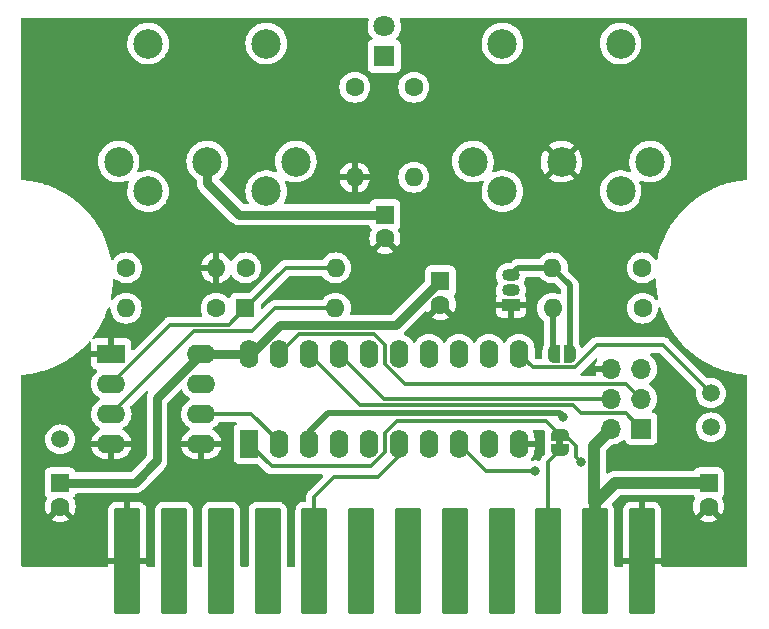
<source format=gtl>
G04 #@! TF.GenerationSoftware,KiCad,Pcbnew,6.0.7+dfsg-1*
G04 #@! TF.CreationDate,2022-12-11T16:06:28-06:00*
G04 #@! TF.ProjectId,C64UserPortMidi,43363455-7365-4725-906f-72744d696469,V1.0 RevA*
G04 #@! TF.SameCoordinates,Original*
G04 #@! TF.FileFunction,Copper,L1,Top*
G04 #@! TF.FilePolarity,Positive*
%FSLAX46Y46*%
G04 Gerber Fmt 4.6, Leading zero omitted, Abs format (unit mm)*
G04 Created by KiCad (PCBNEW 6.0.7+dfsg-1) date 2022-12-11 16:06:28*
%MOMM*%
%LPD*%
G01*
G04 APERTURE LIST*
G04 Aperture macros list*
%AMRoundRect*
0 Rectangle with rounded corners*
0 $1 Rounding radius*
0 $2 $3 $4 $5 $6 $7 $8 $9 X,Y pos of 4 corners*
0 Add a 4 corners polygon primitive as box body*
4,1,4,$2,$3,$4,$5,$6,$7,$8,$9,$2,$3,0*
0 Add four circle primitives for the rounded corners*
1,1,$1+$1,$2,$3*
1,1,$1+$1,$4,$5*
1,1,$1+$1,$6,$7*
1,1,$1+$1,$8,$9*
0 Add four rect primitives between the rounded corners*
20,1,$1+$1,$2,$3,$4,$5,0*
20,1,$1+$1,$4,$5,$6,$7,0*
20,1,$1+$1,$6,$7,$8,$9,0*
20,1,$1+$1,$8,$9,$2,$3,0*%
%AMFreePoly0*
4,1,22,0.500000,-0.750000,0.000000,-0.750000,0.000000,-0.745033,-0.079941,-0.743568,-0.215256,-0.701293,-0.333266,-0.622738,-0.424486,-0.514219,-0.481581,-0.384460,-0.499164,-0.250000,-0.500000,-0.250000,-0.500000,0.250000,-0.499164,0.250000,-0.499963,0.256109,-0.478152,0.396186,-0.417904,0.524511,-0.324060,0.630769,-0.204165,0.706417,-0.067858,0.745374,0.000000,0.744959,0.000000,0.750000,
0.500000,0.750000,0.500000,-0.750000,0.500000,-0.750000,$1*%
%AMFreePoly1*
4,1,20,0.000000,0.744959,0.073905,0.744508,0.209726,0.703889,0.328688,0.626782,0.421226,0.519385,0.479903,0.390333,0.500000,0.250000,0.500000,-0.250000,0.499851,-0.262216,0.476331,-0.402017,0.414519,-0.529596,0.319384,-0.634700,0.198574,-0.708877,0.061801,-0.746166,0.000000,-0.745033,0.000000,-0.750000,-0.500000,-0.750000,-0.500000,0.750000,0.000000,0.750000,0.000000,0.744959,
0.000000,0.744959,$1*%
G04 Aperture macros list end*
G04 #@! TA.AperFunction,ComponentPad*
%ADD10R,1.600000X1.600000*%
G04 #@! TD*
G04 #@! TA.AperFunction,ComponentPad*
%ADD11O,1.600000X1.600000*%
G04 #@! TD*
G04 #@! TA.AperFunction,ComponentPad*
%ADD12C,1.600000*%
G04 #@! TD*
G04 #@! TA.AperFunction,SMDPad,CuDef*
%ADD13RoundRect,0.220000X-0.880000X-4.280000X0.880000X-4.280000X0.880000X4.280000X-0.880000X4.280000X0*%
G04 #@! TD*
G04 #@! TA.AperFunction,ComponentPad*
%ADD14C,2.500000*%
G04 #@! TD*
G04 #@! TA.AperFunction,ComponentPad*
%ADD15R,2.400000X1.600000*%
G04 #@! TD*
G04 #@! TA.AperFunction,ComponentPad*
%ADD16O,2.400000X1.600000*%
G04 #@! TD*
G04 #@! TA.AperFunction,ComponentPad*
%ADD17R,1.700000X1.700000*%
G04 #@! TD*
G04 #@! TA.AperFunction,ComponentPad*
%ADD18O,1.700000X1.700000*%
G04 #@! TD*
G04 #@! TA.AperFunction,ComponentPad*
%ADD19R,1.600000X2.400000*%
G04 #@! TD*
G04 #@! TA.AperFunction,ComponentPad*
%ADD20O,1.600000X2.400000*%
G04 #@! TD*
G04 #@! TA.AperFunction,ComponentPad*
%ADD21R,1.500000X1.050000*%
G04 #@! TD*
G04 #@! TA.AperFunction,ComponentPad*
%ADD22O,1.500000X1.050000*%
G04 #@! TD*
G04 #@! TA.AperFunction,SMDPad,CuDef*
%ADD23FreePoly0,0.000000*%
G04 #@! TD*
G04 #@! TA.AperFunction,SMDPad,CuDef*
%ADD24FreePoly1,0.000000*%
G04 #@! TD*
G04 #@! TA.AperFunction,ComponentPad*
%ADD25C,1.500000*%
G04 #@! TD*
G04 #@! TA.AperFunction,ComponentPad*
%ADD26R,1.800000X1.800000*%
G04 #@! TD*
G04 #@! TA.AperFunction,ComponentPad*
%ADD27C,1.800000*%
G04 #@! TD*
G04 #@! TA.AperFunction,SMDPad,CuDef*
%ADD28FreePoly0,90.000000*%
G04 #@! TD*
G04 #@! TA.AperFunction,SMDPad,CuDef*
%ADD29FreePoly1,90.000000*%
G04 #@! TD*
G04 #@! TA.AperFunction,ViaPad*
%ADD30C,0.800000*%
G04 #@! TD*
G04 #@! TA.AperFunction,Conductor*
%ADD31C,0.350000*%
G04 #@! TD*
G04 #@! TA.AperFunction,Conductor*
%ADD32C,0.750000*%
G04 #@! TD*
G04 #@! TA.AperFunction,Conductor*
%ADD33C,1.000000*%
G04 #@! TD*
G04 #@! TA.AperFunction,Conductor*
%ADD34C,0.500000*%
G04 #@! TD*
G04 APERTURE END LIST*
G36*
X153200000Y-124250000D02*
G01*
X152600000Y-124250000D01*
X152600000Y-123750000D01*
X153200000Y-123750000D01*
X153200000Y-124250000D01*
G37*
D10*
X126290000Y-112600000D03*
D11*
X133910000Y-112600000D03*
D10*
X110600000Y-127400000D03*
D12*
X110600000Y-129400000D03*
D13*
X159850000Y-134000000D03*
X155890000Y-134000000D03*
X151930000Y-134000000D03*
X147970000Y-134000000D03*
X144010000Y-134000000D03*
X140050000Y-134000000D03*
X136090000Y-134000000D03*
X132130000Y-134000000D03*
X128170000Y-134000000D03*
X124210000Y-134000000D03*
X120250000Y-134000000D03*
X116290000Y-134000000D03*
D14*
X115550000Y-100200000D03*
X123050000Y-100200000D03*
X130550000Y-100200000D03*
X118050000Y-102700000D03*
X128050000Y-102700000D03*
X118050000Y-90200000D03*
X128050000Y-90200000D03*
D12*
X126300000Y-109200000D03*
D11*
X133920000Y-109200000D03*
D15*
X114930923Y-116469922D03*
D16*
X114930923Y-119009922D03*
X114930923Y-121549922D03*
X114930923Y-124089922D03*
X122550923Y-124089922D03*
X122550923Y-121549922D03*
X122550923Y-119009922D03*
X122550923Y-116469922D03*
D12*
X116200000Y-109200000D03*
D11*
X123820000Y-109200000D03*
D17*
X159800000Y-122800000D03*
D18*
X157260000Y-122800000D03*
X159800000Y-120260000D03*
X157260000Y-120260000D03*
X159800000Y-117720000D03*
X157260000Y-117720000D03*
D12*
X123810000Y-112600000D03*
D11*
X116190000Y-112600000D03*
D19*
X126600000Y-124100000D03*
D20*
X129140000Y-124100000D03*
X131680000Y-124100000D03*
X134220000Y-124100000D03*
X136760000Y-124100000D03*
X139300000Y-124100000D03*
X141840000Y-124100000D03*
X144380000Y-124100000D03*
X146920000Y-124100000D03*
X149460000Y-124100000D03*
X149460000Y-116480000D03*
X146920000Y-116480000D03*
X144380000Y-116480000D03*
X141840000Y-116480000D03*
X139300000Y-116480000D03*
X136760000Y-116480000D03*
X134220000Y-116480000D03*
X131680000Y-116480000D03*
X129140000Y-116480000D03*
X126600000Y-116480000D03*
D12*
X159910000Y-112600000D03*
D11*
X152290000Y-112600000D03*
D21*
X148760000Y-112370000D03*
D22*
X148760000Y-111100000D03*
X148760000Y-109830000D03*
D23*
X152450000Y-116500000D03*
D24*
X153750000Y-116500000D03*
D10*
X142800000Y-110300000D03*
D12*
X142800000Y-112300000D03*
D10*
X138100000Y-104700000D03*
D12*
X138100000Y-106700000D03*
D14*
X145550000Y-100200000D03*
X153050000Y-100200000D03*
X160550000Y-100200000D03*
X148050000Y-102700000D03*
X158050000Y-102700000D03*
X148050000Y-90200000D03*
X158050000Y-90200000D03*
D12*
X159900000Y-109200000D03*
D11*
X152280000Y-109200000D03*
D25*
X165700000Y-122700000D03*
X110600000Y-123700000D03*
D12*
X135550000Y-93890000D03*
D11*
X135550000Y-101510000D03*
D25*
X165700000Y-119800000D03*
D12*
X140550000Y-93890000D03*
D11*
X140550000Y-101510000D03*
D26*
X138050000Y-91275000D03*
D27*
X138050000Y-88735000D03*
D28*
X152900000Y-124650000D03*
D29*
X152900000Y-123350000D03*
D10*
X165500000Y-127400000D03*
D12*
X165500000Y-129400000D03*
D30*
X122500000Y-126600000D03*
X117200000Y-122900000D03*
X168300000Y-88500000D03*
X107800000Y-88500000D03*
X107800000Y-134000000D03*
X168300000Y-118700000D03*
X120300000Y-122800000D03*
X135600000Y-97700000D03*
X144500000Y-114100000D03*
X155700000Y-112700000D03*
X157800000Y-112700000D03*
X168300000Y-101300000D03*
X150500000Y-112400000D03*
X107800000Y-101300000D03*
X158300000Y-124400000D03*
X168300000Y-134000000D03*
X154700000Y-125600000D03*
X150800000Y-126400000D03*
X153200000Y-121800000D03*
D31*
X126850000Y-114550000D02*
X128800000Y-112600000D01*
X121930845Y-114550000D02*
X126850000Y-114550000D01*
X128800000Y-112600000D02*
X133910000Y-112600000D01*
X121930845Y-114550000D02*
X114930923Y-121549922D01*
X129690000Y-109200000D02*
X126290000Y-112600000D01*
X124890000Y-114000000D02*
X126290000Y-112600000D01*
X114930923Y-119009922D02*
X119940845Y-114000000D01*
X119940845Y-114000000D02*
X124890000Y-114000000D01*
X133920000Y-109200000D02*
X129690000Y-109200000D01*
D32*
X118800000Y-125500000D02*
X116900000Y-127400000D01*
X139050000Y-114050000D02*
X142800000Y-110300000D01*
D33*
X155890000Y-129110000D02*
X157600000Y-127400000D01*
D32*
X118800000Y-120220845D02*
X118800000Y-125500000D01*
D33*
X155890000Y-134000000D02*
X155890000Y-129110000D01*
D32*
X116900000Y-127400000D02*
X110600000Y-127400000D01*
X122550923Y-116469922D02*
X126589922Y-116469922D01*
D33*
X157600000Y-127400000D02*
X165500000Y-127400000D01*
D32*
X126589922Y-116469922D02*
X126600000Y-116480000D01*
D33*
X155800000Y-129020000D02*
X155800000Y-124260000D01*
D32*
X126795456Y-116480000D02*
X129225456Y-114050000D01*
X129225456Y-114050000D02*
X139050000Y-114050000D01*
D33*
X155800000Y-124260000D02*
X157260000Y-122800000D01*
D32*
X122550923Y-116469922D02*
X118800000Y-120220845D01*
D33*
X155890000Y-129110000D02*
X155800000Y-129020000D01*
D32*
X126600000Y-116480000D02*
X126795456Y-116480000D01*
D31*
X126799922Y-121549922D02*
X129140000Y-123890000D01*
X129140000Y-123890000D02*
X129140000Y-124100000D01*
X122550923Y-121549922D02*
X126799922Y-121549922D01*
X154300000Y-125200000D02*
X154700000Y-125600000D01*
X136921701Y-126000000D02*
X138125000Y-124796701D01*
X138125000Y-124796701D02*
X138125000Y-123213299D01*
X152900000Y-123350000D02*
X153380330Y-123350000D01*
X154300000Y-124269670D02*
X154300000Y-125200000D01*
X126600000Y-124100000D02*
X128500000Y-126000000D01*
X153380330Y-123350000D02*
X154300000Y-124269670D01*
X138125000Y-123213299D02*
X139138299Y-122200000D01*
X151750000Y-122200000D02*
X152900000Y-123350000D01*
X139138299Y-122200000D02*
X151750000Y-122200000D01*
X128500000Y-126000000D02*
X136921701Y-126000000D01*
X139758299Y-119000000D02*
X158540000Y-119000000D01*
X130820000Y-114800000D02*
X137200000Y-114800000D01*
X138100000Y-117341701D02*
X139758299Y-119000000D01*
X138100000Y-115700000D02*
X138100000Y-117341701D01*
X137200000Y-114800000D02*
X138100000Y-115700000D01*
X158540000Y-119000000D02*
X159800000Y-120260000D01*
X129140000Y-116480000D02*
X130820000Y-114800000D01*
X158500000Y-121500000D02*
X159800000Y-122800000D01*
X154000000Y-120810000D02*
X154690000Y-121500000D01*
X131680000Y-116480000D02*
X136010000Y-120810000D01*
X154690000Y-121500000D02*
X158500000Y-121500000D01*
X136010000Y-120810000D02*
X154000000Y-120810000D01*
X138000000Y-120260000D02*
X157260000Y-120260000D01*
X138000000Y-120260000D02*
X134220000Y-116480000D01*
X133800000Y-126900000D02*
X137500000Y-126900000D01*
X139300000Y-125100000D02*
X139300000Y-124100000D01*
X137500000Y-126900000D02*
X139300000Y-125100000D01*
X132130000Y-128570000D02*
X133800000Y-126900000D01*
X132130000Y-134000000D02*
X132130000Y-128570000D01*
D32*
X125782234Y-104700000D02*
X138100000Y-104700000D01*
X123050000Y-101967766D02*
X125782234Y-104700000D01*
X123050000Y-100200000D02*
X123050000Y-101967766D01*
D34*
X152280000Y-109200000D02*
X149390000Y-109200000D01*
X153750000Y-110670000D02*
X153750000Y-116500000D01*
X149390000Y-109200000D02*
X148760000Y-109830000D01*
X152280000Y-109200000D02*
X153750000Y-110670000D01*
D31*
X151930000Y-125620000D02*
X152900000Y-124650000D01*
X151930000Y-134000000D02*
X151930000Y-125620000D01*
X146680000Y-126400000D02*
X150800000Y-126400000D01*
X144380000Y-124100000D02*
X146680000Y-126400000D01*
X161623289Y-115723289D02*
X165700000Y-119800000D01*
X154175000Y-117625000D02*
X156076711Y-115723289D01*
X149460000Y-116480000D02*
X150605000Y-117625000D01*
X150605000Y-117625000D02*
X154175000Y-117625000D01*
X156076711Y-115723289D02*
X161623289Y-115723289D01*
D34*
X152290000Y-112600000D02*
X152290000Y-116340000D01*
X152900000Y-121500000D02*
X153200000Y-121800000D01*
X131680000Y-123120000D02*
X131680000Y-124100000D01*
X152290000Y-116340000D02*
X152450000Y-116500000D01*
X133300000Y-121500000D02*
X152900000Y-121500000D01*
X133300000Y-121500000D02*
X131680000Y-123120000D01*
G04 #@! TA.AperFunction,Conductor*
G36*
X136705022Y-88028502D02*
G01*
X136751515Y-88082158D01*
X136761619Y-88152432D01*
X136751188Y-88187551D01*
X136725778Y-88242291D01*
X136725774Y-88242302D01*
X136723602Y-88246981D01*
X136661707Y-88470169D01*
X136637095Y-88700469D01*
X136637392Y-88705622D01*
X136637392Y-88705625D01*
X136642890Y-88800976D01*
X136650427Y-88931697D01*
X136651564Y-88936743D01*
X136651565Y-88936749D01*
X136683741Y-89079523D01*
X136701346Y-89157642D01*
X136703288Y-89162424D01*
X136703289Y-89162428D01*
X136786540Y-89367450D01*
X136788484Y-89372237D01*
X136909501Y-89569719D01*
X136912882Y-89573622D01*
X137021304Y-89698788D01*
X137050786Y-89763373D01*
X137040671Y-89833646D01*
X136994170Y-89887294D01*
X136970296Y-89899267D01*
X136914515Y-89920179D01*
X136903295Y-89924385D01*
X136786739Y-90011739D01*
X136699385Y-90128295D01*
X136648255Y-90264684D01*
X136641500Y-90326866D01*
X136641500Y-92223134D01*
X136648255Y-92285316D01*
X136699385Y-92421705D01*
X136786739Y-92538261D01*
X136903295Y-92625615D01*
X137039684Y-92676745D01*
X137101866Y-92683500D01*
X138998134Y-92683500D01*
X139060316Y-92676745D01*
X139196705Y-92625615D01*
X139313261Y-92538261D01*
X139400615Y-92421705D01*
X139451745Y-92285316D01*
X139458500Y-92223134D01*
X139458500Y-90326866D01*
X139451745Y-90264684D01*
X139410191Y-90153839D01*
X146287173Y-90153839D01*
X146299713Y-90414908D01*
X146350704Y-90671256D01*
X146439026Y-90917252D01*
X146441242Y-90921376D01*
X146505753Y-91041437D01*
X146562737Y-91147491D01*
X146565532Y-91151234D01*
X146565534Y-91151237D01*
X146716330Y-91353177D01*
X146716335Y-91353183D01*
X146719122Y-91356915D01*
X146722431Y-91360195D01*
X146722436Y-91360201D01*
X146901426Y-91537635D01*
X146904743Y-91540923D01*
X146908505Y-91543681D01*
X146908508Y-91543684D01*
X147111750Y-91692707D01*
X147115524Y-91695474D01*
X147119667Y-91697654D01*
X147119669Y-91697655D01*
X147342684Y-91814989D01*
X147342689Y-91814991D01*
X147346834Y-91817172D01*
X147593590Y-91903344D01*
X147598183Y-91904216D01*
X147845785Y-91951224D01*
X147845788Y-91951224D01*
X147850374Y-91952095D01*
X147980958Y-91957226D01*
X148106875Y-91962174D01*
X148106881Y-91962174D01*
X148111543Y-91962357D01*
X148190977Y-91953657D01*
X148366707Y-91934412D01*
X148366712Y-91934411D01*
X148371360Y-91933902D01*
X148484116Y-91904216D01*
X148619594Y-91868548D01*
X148619596Y-91868547D01*
X148624117Y-91867357D01*
X148864262Y-91764182D01*
X149086519Y-91626646D01*
X149090082Y-91623629D01*
X149090087Y-91623626D01*
X149282439Y-91460787D01*
X149282440Y-91460786D01*
X149286005Y-91457768D01*
X149377729Y-91353177D01*
X149455257Y-91264774D01*
X149455261Y-91264769D01*
X149458339Y-91261259D01*
X149599733Y-91041437D01*
X149707083Y-90803129D01*
X149778030Y-90551572D01*
X149794832Y-90419496D01*
X149810616Y-90295421D01*
X149810616Y-90295417D01*
X149811014Y-90292291D01*
X149813431Y-90200000D01*
X149810001Y-90153839D01*
X156287173Y-90153839D01*
X156299713Y-90414908D01*
X156350704Y-90671256D01*
X156439026Y-90917252D01*
X156441242Y-90921376D01*
X156505753Y-91041437D01*
X156562737Y-91147491D01*
X156565532Y-91151234D01*
X156565534Y-91151237D01*
X156716330Y-91353177D01*
X156716335Y-91353183D01*
X156719122Y-91356915D01*
X156722431Y-91360195D01*
X156722436Y-91360201D01*
X156901426Y-91537635D01*
X156904743Y-91540923D01*
X156908505Y-91543681D01*
X156908508Y-91543684D01*
X157111750Y-91692707D01*
X157115524Y-91695474D01*
X157119667Y-91697654D01*
X157119669Y-91697655D01*
X157342684Y-91814989D01*
X157342689Y-91814991D01*
X157346834Y-91817172D01*
X157593590Y-91903344D01*
X157598183Y-91904216D01*
X157845785Y-91951224D01*
X157845788Y-91951224D01*
X157850374Y-91952095D01*
X157980958Y-91957226D01*
X158106875Y-91962174D01*
X158106881Y-91962174D01*
X158111543Y-91962357D01*
X158190977Y-91953657D01*
X158366707Y-91934412D01*
X158366712Y-91934411D01*
X158371360Y-91933902D01*
X158484116Y-91904216D01*
X158619594Y-91868548D01*
X158619596Y-91868547D01*
X158624117Y-91867357D01*
X158864262Y-91764182D01*
X159086519Y-91626646D01*
X159090082Y-91623629D01*
X159090087Y-91623626D01*
X159282439Y-91460787D01*
X159282440Y-91460786D01*
X159286005Y-91457768D01*
X159377729Y-91353177D01*
X159455257Y-91264774D01*
X159455261Y-91264769D01*
X159458339Y-91261259D01*
X159599733Y-91041437D01*
X159707083Y-90803129D01*
X159778030Y-90551572D01*
X159794832Y-90419496D01*
X159810616Y-90295421D01*
X159810616Y-90295417D01*
X159811014Y-90292291D01*
X159813431Y-90200000D01*
X159794061Y-89939348D01*
X159790676Y-89924385D01*
X159737408Y-89688980D01*
X159736377Y-89684423D01*
X159723382Y-89651005D01*
X159643340Y-89445176D01*
X159643339Y-89445173D01*
X159641647Y-89440823D01*
X159511951Y-89213902D01*
X159350138Y-89008643D01*
X159159763Y-88829557D01*
X158981117Y-88705625D01*
X158948851Y-88683241D01*
X158948848Y-88683239D01*
X158945009Y-88680576D01*
X158940816Y-88678508D01*
X158714781Y-88567040D01*
X158714778Y-88567039D01*
X158710593Y-88564975D01*
X158664449Y-88550204D01*
X158466123Y-88486720D01*
X158461665Y-88485293D01*
X158203693Y-88443279D01*
X158089942Y-88441790D01*
X157947022Y-88439919D01*
X157947019Y-88439919D01*
X157942345Y-88439858D01*
X157683362Y-88475104D01*
X157432433Y-88548243D01*
X157428180Y-88550203D01*
X157428179Y-88550204D01*
X157391659Y-88567040D01*
X157195072Y-88657668D01*
X157156067Y-88683241D01*
X156980404Y-88798410D01*
X156980399Y-88798414D01*
X156976491Y-88800976D01*
X156781494Y-88975018D01*
X156614363Y-89175970D01*
X156611934Y-89179973D01*
X156566237Y-89255280D01*
X156478771Y-89399419D01*
X156377697Y-89640455D01*
X156313359Y-89893783D01*
X156312891Y-89898434D01*
X156312890Y-89898438D01*
X156309735Y-89929771D01*
X156287173Y-90153839D01*
X149810001Y-90153839D01*
X149794061Y-89939348D01*
X149790676Y-89924385D01*
X149737408Y-89688980D01*
X149736377Y-89684423D01*
X149723382Y-89651005D01*
X149643340Y-89445176D01*
X149643339Y-89445173D01*
X149641647Y-89440823D01*
X149511951Y-89213902D01*
X149350138Y-89008643D01*
X149159763Y-88829557D01*
X148981117Y-88705625D01*
X148948851Y-88683241D01*
X148948848Y-88683239D01*
X148945009Y-88680576D01*
X148940816Y-88678508D01*
X148714781Y-88567040D01*
X148714778Y-88567039D01*
X148710593Y-88564975D01*
X148664449Y-88550204D01*
X148466123Y-88486720D01*
X148461665Y-88485293D01*
X148203693Y-88443279D01*
X148089942Y-88441790D01*
X147947022Y-88439919D01*
X147947019Y-88439919D01*
X147942345Y-88439858D01*
X147683362Y-88475104D01*
X147432433Y-88548243D01*
X147428180Y-88550203D01*
X147428179Y-88550204D01*
X147391659Y-88567040D01*
X147195072Y-88657668D01*
X147156067Y-88683241D01*
X146980404Y-88798410D01*
X146980399Y-88798414D01*
X146976491Y-88800976D01*
X146781494Y-88975018D01*
X146614363Y-89175970D01*
X146611934Y-89179973D01*
X146566237Y-89255280D01*
X146478771Y-89399419D01*
X146377697Y-89640455D01*
X146313359Y-89893783D01*
X146312891Y-89898434D01*
X146312890Y-89898438D01*
X146309735Y-89929771D01*
X146287173Y-90153839D01*
X139410191Y-90153839D01*
X139400615Y-90128295D01*
X139313261Y-90011739D01*
X139196705Y-89924385D01*
X139188296Y-89921233D01*
X139188295Y-89921232D01*
X139129804Y-89899305D01*
X139073039Y-89856664D01*
X139048339Y-89790103D01*
X139063546Y-89720754D01*
X139085093Y-89692073D01*
X139122636Y-89654660D01*
X139122640Y-89654655D01*
X139126303Y-89651005D01*
X139130633Y-89644980D01*
X139187875Y-89565318D01*
X139261458Y-89462917D01*
X139272378Y-89440823D01*
X139361784Y-89259922D01*
X139361785Y-89259920D01*
X139364078Y-89255280D01*
X139431408Y-89033671D01*
X139461640Y-88804041D01*
X139463327Y-88735000D01*
X139449518Y-88567040D01*
X139444773Y-88509318D01*
X139444772Y-88509312D01*
X139444349Y-88504167D01*
X139387925Y-88279533D01*
X139385869Y-88274803D01*
X139385866Y-88274796D01*
X139346709Y-88184742D01*
X139337889Y-88114295D01*
X139368556Y-88050264D01*
X139428973Y-88012976D01*
X139462259Y-88008500D01*
X168665500Y-88008500D01*
X168733621Y-88028502D01*
X168780114Y-88082158D01*
X168791500Y-88134500D01*
X168791500Y-101636540D01*
X168771498Y-101704661D01*
X168717842Y-101751154D01*
X168678385Y-101761879D01*
X168176971Y-101813426D01*
X168174812Y-101813648D01*
X168172689Y-101814014D01*
X168172682Y-101814015D01*
X167967683Y-101849361D01*
X167618778Y-101909518D01*
X167616679Y-101910029D01*
X167616667Y-101910032D01*
X167072692Y-102042595D01*
X167072684Y-102042597D01*
X167070584Y-102043109D01*
X166763872Y-102140455D01*
X166667611Y-102171007D01*
X166532784Y-102213799D01*
X166007886Y-102420792D01*
X166005944Y-102421715D01*
X166005943Y-102421716D01*
X165925925Y-102459771D01*
X165498337Y-102663123D01*
X165496462Y-102664177D01*
X165496449Y-102664184D01*
X165008381Y-102938611D01*
X165008366Y-102938620D01*
X165006513Y-102939662D01*
X165004724Y-102940835D01*
X165004723Y-102940836D01*
X164536523Y-103247928D01*
X164536512Y-103247936D01*
X164534708Y-103249119D01*
X164085120Y-103590052D01*
X163659847Y-103960871D01*
X163260871Y-104359847D01*
X162890052Y-104785120D01*
X162549119Y-105234708D01*
X162547936Y-105236512D01*
X162547928Y-105236523D01*
X162272034Y-105657158D01*
X162239662Y-105706513D01*
X162238620Y-105708366D01*
X162238611Y-105708381D01*
X161964184Y-106196449D01*
X161964177Y-106196462D01*
X161963123Y-106198337D01*
X161720792Y-106707886D01*
X161513799Y-107232784D01*
X161343109Y-107770584D01*
X161342597Y-107772684D01*
X161342595Y-107772692D01*
X161239974Y-108193802D01*
X161209518Y-108318778D01*
X161209152Y-108320899D01*
X161209150Y-108320910D01*
X161196442Y-108394616D01*
X161165156Y-108458348D01*
X161104381Y-108495048D01*
X161033412Y-108493064D01*
X160974781Y-108453027D01*
X160969061Y-108445477D01*
X160909361Y-108360216D01*
X160909355Y-108360209D01*
X160906198Y-108355700D01*
X160744300Y-108193802D01*
X160739792Y-108190645D01*
X160739789Y-108190643D01*
X160661611Y-108135902D01*
X160556749Y-108062477D01*
X160551767Y-108060154D01*
X160551762Y-108060151D01*
X160354225Y-107968039D01*
X160354224Y-107968039D01*
X160349243Y-107965716D01*
X160343935Y-107964294D01*
X160343933Y-107964293D01*
X160133402Y-107907881D01*
X160133400Y-107907881D01*
X160128087Y-107906457D01*
X159900000Y-107886502D01*
X159671913Y-107906457D01*
X159666600Y-107907881D01*
X159666598Y-107907881D01*
X159456067Y-107964293D01*
X159456065Y-107964294D01*
X159450757Y-107965716D01*
X159445776Y-107968039D01*
X159445775Y-107968039D01*
X159248238Y-108060151D01*
X159248233Y-108060154D01*
X159243251Y-108062477D01*
X159138389Y-108135902D01*
X159060211Y-108190643D01*
X159060208Y-108190645D01*
X159055700Y-108193802D01*
X158893802Y-108355700D01*
X158890645Y-108360208D01*
X158890643Y-108360211D01*
X158860064Y-108403883D01*
X158762477Y-108543251D01*
X158760154Y-108548233D01*
X158760151Y-108548238D01*
X158702628Y-108671598D01*
X158665716Y-108750757D01*
X158664294Y-108756065D01*
X158664293Y-108756067D01*
X158614972Y-108940135D01*
X158606457Y-108971913D01*
X158586502Y-109200000D01*
X158606457Y-109428087D01*
X158607881Y-109433400D01*
X158607881Y-109433402D01*
X158612829Y-109451866D01*
X158665716Y-109649243D01*
X158668039Y-109654224D01*
X158668039Y-109654225D01*
X158760151Y-109851762D01*
X158760154Y-109851767D01*
X158762477Y-109856749D01*
X158893802Y-110044300D01*
X159055700Y-110206198D01*
X159060208Y-110209355D01*
X159060211Y-110209357D01*
X159093170Y-110232435D01*
X159243251Y-110337523D01*
X159248233Y-110339846D01*
X159248238Y-110339849D01*
X159427920Y-110423635D01*
X159450757Y-110434284D01*
X159456065Y-110435706D01*
X159456067Y-110435707D01*
X159666598Y-110492119D01*
X159666600Y-110492119D01*
X159671913Y-110493543D01*
X159900000Y-110513498D01*
X160128087Y-110493543D01*
X160133400Y-110492119D01*
X160133402Y-110492119D01*
X160343933Y-110435707D01*
X160343935Y-110435706D01*
X160349243Y-110434284D01*
X160372080Y-110423635D01*
X160551762Y-110339849D01*
X160551767Y-110339846D01*
X160556749Y-110337523D01*
X160706830Y-110232435D01*
X160739789Y-110209357D01*
X160739792Y-110209355D01*
X160744300Y-110206198D01*
X160828718Y-110121780D01*
X160891030Y-110087754D01*
X160961845Y-110092819D01*
X161018681Y-110135366D01*
X161043740Y-110206573D01*
X161048213Y-110337523D01*
X161054909Y-110533512D01*
X161055947Y-110563909D01*
X161113648Y-111125188D01*
X161114014Y-111127311D01*
X161114015Y-111127318D01*
X161129601Y-111217715D01*
X161209518Y-111681222D01*
X161210029Y-111683321D01*
X161210032Y-111683333D01*
X161235326Y-111787126D01*
X161232022Y-111858045D01*
X161190899Y-111915920D01*
X161125016Y-111942375D01*
X161055288Y-111929011D01*
X161009696Y-111889229D01*
X160919357Y-111760211D01*
X160919355Y-111760208D01*
X160916198Y-111755700D01*
X160754300Y-111593802D01*
X160749792Y-111590645D01*
X160749789Y-111590643D01*
X160652009Y-111522177D01*
X160566749Y-111462477D01*
X160561767Y-111460154D01*
X160561762Y-111460151D01*
X160364225Y-111368039D01*
X160364224Y-111368039D01*
X160359243Y-111365716D01*
X160353935Y-111364294D01*
X160353933Y-111364293D01*
X160143402Y-111307881D01*
X160143400Y-111307881D01*
X160138087Y-111306457D01*
X159910000Y-111286502D01*
X159681913Y-111306457D01*
X159676600Y-111307881D01*
X159676598Y-111307881D01*
X159466067Y-111364293D01*
X159466065Y-111364294D01*
X159460757Y-111365716D01*
X159455776Y-111368039D01*
X159455775Y-111368039D01*
X159258238Y-111460151D01*
X159258233Y-111460154D01*
X159253251Y-111462477D01*
X159167991Y-111522177D01*
X159070211Y-111590643D01*
X159070208Y-111590645D01*
X159065700Y-111593802D01*
X158903802Y-111755700D01*
X158772477Y-111943251D01*
X158770154Y-111948233D01*
X158770151Y-111948238D01*
X158690373Y-112119324D01*
X158675716Y-112150757D01*
X158616457Y-112371913D01*
X158596502Y-112600000D01*
X158616457Y-112828087D01*
X158617881Y-112833400D01*
X158617881Y-112833402D01*
X158666018Y-113013048D01*
X158675716Y-113049243D01*
X158678039Y-113054224D01*
X158678039Y-113054225D01*
X158770151Y-113251762D01*
X158770154Y-113251767D01*
X158772477Y-113256749D01*
X158812374Y-113313728D01*
X158900381Y-113439414D01*
X158903802Y-113444300D01*
X159065700Y-113606198D01*
X159070208Y-113609355D01*
X159070211Y-113609357D01*
X159074724Y-113612517D01*
X159253251Y-113737523D01*
X159258233Y-113739846D01*
X159258238Y-113739849D01*
X159394849Y-113803551D01*
X159460757Y-113834284D01*
X159466065Y-113835706D01*
X159466067Y-113835707D01*
X159676598Y-113892119D01*
X159676600Y-113892119D01*
X159681913Y-113893543D01*
X159910000Y-113913498D01*
X160138087Y-113893543D01*
X160143400Y-113892119D01*
X160143402Y-113892119D01*
X160353933Y-113835707D01*
X160353935Y-113835706D01*
X160359243Y-113834284D01*
X160425151Y-113803551D01*
X160561762Y-113739849D01*
X160561767Y-113739846D01*
X160566749Y-113737523D01*
X160745276Y-113612517D01*
X160749789Y-113609357D01*
X160749792Y-113609355D01*
X160754300Y-113606198D01*
X160916198Y-113444300D01*
X160919620Y-113439414D01*
X161007626Y-113313728D01*
X161047523Y-113256749D01*
X161049846Y-113251767D01*
X161049849Y-113251762D01*
X161141961Y-113054225D01*
X161141961Y-113054224D01*
X161144284Y-113049243D01*
X161153983Y-113013048D01*
X161202119Y-112833402D01*
X161202119Y-112833400D01*
X161203543Y-112828087D01*
X161204022Y-112822611D01*
X161204023Y-112822606D01*
X161217197Y-112672022D01*
X161219824Y-112641989D01*
X161245687Y-112575871D01*
X161303191Y-112534232D01*
X161374078Y-112530291D01*
X161435843Y-112565300D01*
X161465441Y-112614854D01*
X161506355Y-112743761D01*
X161513799Y-112767216D01*
X161720792Y-113292114D01*
X161721715Y-113294056D01*
X161721716Y-113294057D01*
X161730696Y-113312940D01*
X161963123Y-113801663D01*
X161964177Y-113803538D01*
X161964184Y-113803551D01*
X162238611Y-114291619D01*
X162238620Y-114291634D01*
X162239662Y-114293487D01*
X162240835Y-114295276D01*
X162240836Y-114295277D01*
X162547928Y-114763477D01*
X162547936Y-114763488D01*
X162549119Y-114765292D01*
X162890052Y-115214880D01*
X163260871Y-115640153D01*
X163659847Y-116039129D01*
X164085120Y-116409948D01*
X164534708Y-116750881D01*
X164536512Y-116752064D01*
X164536523Y-116752072D01*
X164794834Y-116921498D01*
X165006513Y-117060338D01*
X165008366Y-117061380D01*
X165008381Y-117061389D01*
X165496449Y-117335816D01*
X165496462Y-117335823D01*
X165498337Y-117336877D01*
X165858069Y-117507958D01*
X165978558Y-117565260D01*
X166007886Y-117579208D01*
X166532784Y-117786201D01*
X166534837Y-117786853D01*
X166534841Y-117786854D01*
X166575130Y-117799641D01*
X167070584Y-117956891D01*
X167072684Y-117957403D01*
X167072692Y-117957405D01*
X167616667Y-118089968D01*
X167616679Y-118089971D01*
X167618778Y-118090482D01*
X167960582Y-118149415D01*
X168172682Y-118185985D01*
X168172689Y-118185986D01*
X168174812Y-118186352D01*
X168176970Y-118186574D01*
X168176971Y-118186574D01*
X168678385Y-118238121D01*
X168744103Y-118264984D01*
X168784865Y-118323113D01*
X168791500Y-118363460D01*
X168791500Y-134365500D01*
X168771498Y-134433621D01*
X168717842Y-134480114D01*
X168665500Y-134491500D01*
X161584000Y-134491500D01*
X161515879Y-134471498D01*
X161469386Y-134417842D01*
X161458000Y-134365500D01*
X161458000Y-134272115D01*
X161453525Y-134256876D01*
X161452135Y-134255671D01*
X161444452Y-134254000D01*
X158260115Y-134254000D01*
X158244876Y-134258475D01*
X158243671Y-134259865D01*
X158242000Y-134267548D01*
X158242000Y-134365500D01*
X158221998Y-134433621D01*
X158168342Y-134480114D01*
X158116000Y-134491500D01*
X157624500Y-134491500D01*
X157556379Y-134471498D01*
X157509886Y-134417842D01*
X157498500Y-134365500D01*
X157498500Y-133727885D01*
X158242000Y-133727885D01*
X158246475Y-133743124D01*
X158247865Y-133744329D01*
X158255548Y-133746000D01*
X159577885Y-133746000D01*
X159593124Y-133741525D01*
X159594329Y-133740135D01*
X159596000Y-133732452D01*
X159596000Y-133727885D01*
X160104000Y-133727885D01*
X160108475Y-133743124D01*
X160109865Y-133744329D01*
X160117548Y-133746000D01*
X161439885Y-133746000D01*
X161455124Y-133741525D01*
X161456329Y-133740135D01*
X161458000Y-133732452D01*
X161458000Y-130486062D01*
X164778493Y-130486062D01*
X164787789Y-130498077D01*
X164838994Y-130533931D01*
X164848489Y-130539414D01*
X165045947Y-130631490D01*
X165056239Y-130635236D01*
X165266688Y-130691625D01*
X165277481Y-130693528D01*
X165494525Y-130712517D01*
X165505475Y-130712517D01*
X165722519Y-130693528D01*
X165733312Y-130691625D01*
X165943761Y-130635236D01*
X165954053Y-130631490D01*
X166151511Y-130539414D01*
X166161006Y-130533931D01*
X166213048Y-130497491D01*
X166221424Y-130487012D01*
X166214356Y-130473566D01*
X165512812Y-129772022D01*
X165498868Y-129764408D01*
X165497035Y-129764539D01*
X165490420Y-129768790D01*
X164784923Y-130474287D01*
X164778493Y-130486062D01*
X161458000Y-130486062D01*
X161458000Y-129674897D01*
X161457663Y-129668378D01*
X161448178Y-129576970D01*
X161445286Y-129563576D01*
X161396060Y-129416028D01*
X161389886Y-129402849D01*
X161308267Y-129270954D01*
X161299231Y-129259553D01*
X161189451Y-129149964D01*
X161178040Y-129140952D01*
X161045991Y-129059556D01*
X161032814Y-129053412D01*
X160885162Y-129004438D01*
X160871795Y-129001572D01*
X160781568Y-128992328D01*
X160775153Y-128992000D01*
X160122115Y-128992000D01*
X160106876Y-128996475D01*
X160105671Y-128997865D01*
X160104000Y-129005548D01*
X160104000Y-133727885D01*
X159596000Y-133727885D01*
X159596000Y-129010115D01*
X159591525Y-128994876D01*
X159590135Y-128993671D01*
X159582452Y-128992000D01*
X158924897Y-128992000D01*
X158918378Y-128992337D01*
X158826970Y-129001822D01*
X158813576Y-129004714D01*
X158666028Y-129053940D01*
X158652849Y-129060114D01*
X158520954Y-129141733D01*
X158509553Y-129150769D01*
X158399964Y-129260549D01*
X158390952Y-129271960D01*
X158309556Y-129404009D01*
X158303412Y-129417186D01*
X158254438Y-129564838D01*
X158251572Y-129578205D01*
X158242328Y-129668432D01*
X158242000Y-129674847D01*
X158242000Y-133727885D01*
X157498500Y-133727885D01*
X157498499Y-129674867D01*
X157498499Y-129671600D01*
X157487959Y-129570011D01*
X157434198Y-129408867D01*
X157344807Y-129264414D01*
X157339625Y-129259241D01*
X157335078Y-129253504D01*
X157336965Y-129252009D01*
X157308405Y-129199811D01*
X157313408Y-129128991D01*
X157342407Y-129083827D01*
X157980829Y-128445405D01*
X158043141Y-128411379D01*
X158069924Y-128408500D01*
X164157725Y-128408500D01*
X164225846Y-128428502D01*
X164258551Y-128458935D01*
X164264054Y-128466278D01*
X164331355Y-128556078D01*
X164331358Y-128556081D01*
X164336739Y-128563261D01*
X164343919Y-128568642D01*
X164350270Y-128574993D01*
X164348128Y-128577135D01*
X164381564Y-128621846D01*
X164386594Y-128692664D01*
X164368477Y-128734035D01*
X164368818Y-128734232D01*
X164367048Y-128737298D01*
X164366701Y-128738090D01*
X164366071Y-128738989D01*
X164360586Y-128748489D01*
X164268510Y-128945947D01*
X164264764Y-128956239D01*
X164208375Y-129166688D01*
X164206472Y-129177481D01*
X164187483Y-129394525D01*
X164187483Y-129405475D01*
X164206472Y-129622519D01*
X164208375Y-129633312D01*
X164264764Y-129843761D01*
X164268510Y-129854053D01*
X164360586Y-130051511D01*
X164366069Y-130061006D01*
X164402509Y-130113048D01*
X164412988Y-130121424D01*
X164426434Y-130114356D01*
X165410905Y-129129885D01*
X165473217Y-129095859D01*
X165544032Y-129100924D01*
X165589095Y-129129885D01*
X166574287Y-130115077D01*
X166586062Y-130121507D01*
X166598077Y-130112211D01*
X166633931Y-130061006D01*
X166639414Y-130051511D01*
X166731490Y-129854053D01*
X166735236Y-129843761D01*
X166791625Y-129633312D01*
X166793528Y-129622519D01*
X166812517Y-129405475D01*
X166812517Y-129394525D01*
X166793528Y-129177481D01*
X166791625Y-129166688D01*
X166735236Y-128956239D01*
X166731490Y-128945947D01*
X166639414Y-128748489D01*
X166633929Y-128738989D01*
X166633299Y-128738090D01*
X166633144Y-128737630D01*
X166631182Y-128734232D01*
X166631865Y-128733838D01*
X166610612Y-128670816D01*
X166627898Y-128601956D01*
X166650934Y-128576197D01*
X166649730Y-128574993D01*
X166656081Y-128568642D01*
X166663261Y-128563261D01*
X166668642Y-128556081D01*
X166668645Y-128556078D01*
X166735946Y-128466278D01*
X166750615Y-128446705D01*
X166801745Y-128310316D01*
X166808500Y-128248134D01*
X166808500Y-126551866D01*
X166801745Y-126489684D01*
X166750615Y-126353295D01*
X166663261Y-126236739D01*
X166546705Y-126149385D01*
X166410316Y-126098255D01*
X166348134Y-126091500D01*
X164651866Y-126091500D01*
X164589684Y-126098255D01*
X164453295Y-126149385D01*
X164336739Y-126236739D01*
X164331358Y-126243919D01*
X164258551Y-126341065D01*
X164201692Y-126383580D01*
X164157725Y-126391500D01*
X157661842Y-126391500D01*
X157648235Y-126390763D01*
X157616737Y-126387341D01*
X157616732Y-126387341D01*
X157610611Y-126386676D01*
X157592611Y-126388251D01*
X157560609Y-126391050D01*
X157555784Y-126391379D01*
X157553313Y-126391500D01*
X157550231Y-126391500D01*
X157527763Y-126393703D01*
X157507489Y-126395691D01*
X157506174Y-126395813D01*
X157473913Y-126398636D01*
X157413587Y-126403913D01*
X157408468Y-126405400D01*
X157403167Y-126405920D01*
X157314194Y-126432782D01*
X157313054Y-126433120D01*
X157223663Y-126459091D01*
X157218929Y-126461545D01*
X157213831Y-126463084D01*
X157208387Y-126465978D01*
X157208386Y-126465979D01*
X157131831Y-126506684D01*
X157130663Y-126507298D01*
X157112911Y-126516500D01*
X157048074Y-126550108D01*
X157043911Y-126553431D01*
X157039204Y-126555934D01*
X157034430Y-126559828D01*
X157034428Y-126559829D01*
X157014136Y-126576379D01*
X156948704Y-126603933D01*
X156878763Y-126591738D01*
X156826518Y-126543665D01*
X156808500Y-126478736D01*
X156808500Y-124729926D01*
X156828502Y-124661805D01*
X156845404Y-124640831D01*
X157294452Y-124191782D01*
X157356765Y-124157757D01*
X157367534Y-124155899D01*
X157448421Y-124145537D01*
X157538289Y-124134025D01*
X157538292Y-124134024D01*
X157543416Y-124133368D01*
X157565425Y-124126765D01*
X157752429Y-124070661D01*
X157752434Y-124070659D01*
X157757384Y-124069174D01*
X157957994Y-123970896D01*
X158139860Y-123841173D01*
X158248091Y-123733319D01*
X158310462Y-123699404D01*
X158381268Y-123704592D01*
X158438030Y-123747238D01*
X158455012Y-123778341D01*
X158484645Y-123857386D01*
X158499385Y-123896705D01*
X158586739Y-124013261D01*
X158703295Y-124100615D01*
X158839684Y-124151745D01*
X158901866Y-124158500D01*
X160698134Y-124158500D01*
X160760316Y-124151745D01*
X160896705Y-124100615D01*
X161013261Y-124013261D01*
X161100615Y-123896705D01*
X161151745Y-123760316D01*
X161158500Y-123698134D01*
X161158500Y-122700000D01*
X164436693Y-122700000D01*
X164455885Y-122919371D01*
X164512880Y-123132076D01*
X164531824Y-123172701D01*
X164603618Y-123326666D01*
X164603621Y-123326671D01*
X164605944Y-123331653D01*
X164609100Y-123336160D01*
X164609101Y-123336162D01*
X164700497Y-123466688D01*
X164732251Y-123512038D01*
X164887962Y-123667749D01*
X164892471Y-123670906D01*
X164892473Y-123670908D01*
X164930486Y-123697525D01*
X165068346Y-123794056D01*
X165267924Y-123887120D01*
X165480629Y-123944115D01*
X165700000Y-123963307D01*
X165919371Y-123944115D01*
X166132076Y-123887120D01*
X166331654Y-123794056D01*
X166469514Y-123697525D01*
X166507527Y-123670908D01*
X166507529Y-123670906D01*
X166512038Y-123667749D01*
X166667749Y-123512038D01*
X166699504Y-123466688D01*
X166790899Y-123336162D01*
X166790900Y-123336160D01*
X166794056Y-123331653D01*
X166796379Y-123326671D01*
X166796382Y-123326666D01*
X166868176Y-123172701D01*
X166887120Y-123132076D01*
X166944115Y-122919371D01*
X166963307Y-122700000D01*
X166944115Y-122480629D01*
X166887120Y-122267924D01*
X166806332Y-122094673D01*
X166796382Y-122073334D01*
X166796379Y-122073329D01*
X166794056Y-122068347D01*
X166765839Y-122028049D01*
X166670908Y-121892473D01*
X166670906Y-121892470D01*
X166667749Y-121887962D01*
X166512038Y-121732251D01*
X166331654Y-121605944D01*
X166132076Y-121512880D01*
X165919371Y-121455885D01*
X165700000Y-121436693D01*
X165480629Y-121455885D01*
X165267924Y-121512880D01*
X165200228Y-121544447D01*
X165073334Y-121603618D01*
X165073329Y-121603621D01*
X165068347Y-121605944D01*
X165063840Y-121609100D01*
X165063838Y-121609101D01*
X164892473Y-121729092D01*
X164892470Y-121729094D01*
X164887962Y-121732251D01*
X164732251Y-121887962D01*
X164729094Y-121892470D01*
X164729092Y-121892473D01*
X164634161Y-122028049D01*
X164605944Y-122068347D01*
X164603621Y-122073329D01*
X164603618Y-122073334D01*
X164593668Y-122094673D01*
X164512880Y-122267924D01*
X164455885Y-122480629D01*
X164436693Y-122700000D01*
X161158500Y-122700000D01*
X161158500Y-121901866D01*
X161151745Y-121839684D01*
X161100615Y-121703295D01*
X161013261Y-121586739D01*
X160896705Y-121499385D01*
X160884132Y-121494672D01*
X160778203Y-121454960D01*
X160721439Y-121412318D01*
X160696739Y-121345756D01*
X160711947Y-121276408D01*
X160733493Y-121247727D01*
X160834435Y-121147137D01*
X160838096Y-121143489D01*
X160896057Y-121062828D01*
X160965435Y-120966277D01*
X160968453Y-120962077D01*
X160989518Y-120919456D01*
X161065136Y-120766453D01*
X161065137Y-120766451D01*
X161067430Y-120761811D01*
X161132370Y-120548069D01*
X161161529Y-120326590D01*
X161163156Y-120260000D01*
X161144852Y-120037361D01*
X161090431Y-119820702D01*
X161001354Y-119615840D01*
X160952029Y-119539595D01*
X160882822Y-119432617D01*
X160882820Y-119432614D01*
X160880014Y-119428277D01*
X160729670Y-119263051D01*
X160725619Y-119259852D01*
X160725615Y-119259848D01*
X160558414Y-119127800D01*
X160558410Y-119127798D01*
X160554359Y-119124598D01*
X160513053Y-119101796D01*
X160463084Y-119051364D01*
X160448312Y-118981921D01*
X160473428Y-118915516D01*
X160500780Y-118888909D01*
X160574748Y-118836148D01*
X160679860Y-118761173D01*
X160737616Y-118703619D01*
X160834435Y-118607137D01*
X160838096Y-118603489D01*
X160968453Y-118422077D01*
X161002508Y-118353173D01*
X161065136Y-118226453D01*
X161065137Y-118226451D01*
X161067430Y-118221811D01*
X161108791Y-118085677D01*
X161130865Y-118013023D01*
X161130865Y-118013021D01*
X161132370Y-118008069D01*
X161161529Y-117786590D01*
X161161797Y-117775638D01*
X161163074Y-117723365D01*
X161163074Y-117723361D01*
X161163156Y-117720000D01*
X161144852Y-117497361D01*
X161090431Y-117280702D01*
X161001354Y-117075840D01*
X160914446Y-116941500D01*
X160882822Y-116892617D01*
X160882820Y-116892614D01*
X160880014Y-116888277D01*
X160729670Y-116723051D01*
X160725619Y-116719852D01*
X160725615Y-116719848D01*
X160613963Y-116631671D01*
X160572900Y-116573754D01*
X160569668Y-116502831D01*
X160605293Y-116441419D01*
X160668465Y-116409017D01*
X160692055Y-116406789D01*
X161287984Y-116406789D01*
X161356105Y-116426791D01*
X161377079Y-116443694D01*
X164419015Y-119485630D01*
X164453041Y-119547942D01*
X164455441Y-119585705D01*
X164436693Y-119800000D01*
X164455885Y-120019371D01*
X164512880Y-120232076D01*
X164555390Y-120323240D01*
X164603618Y-120426666D01*
X164603621Y-120426671D01*
X164605944Y-120431653D01*
X164609100Y-120436160D01*
X164609101Y-120436162D01*
X164687146Y-120547621D01*
X164732251Y-120612038D01*
X164887962Y-120767749D01*
X164892471Y-120770906D01*
X164892473Y-120770908D01*
X164958538Y-120817167D01*
X165068346Y-120894056D01*
X165267924Y-120987120D01*
X165480629Y-121044115D01*
X165700000Y-121063307D01*
X165919371Y-121044115D01*
X166132076Y-120987120D01*
X166331654Y-120894056D01*
X166441462Y-120817167D01*
X166507527Y-120770908D01*
X166507529Y-120770906D01*
X166512038Y-120767749D01*
X166667749Y-120612038D01*
X166712855Y-120547621D01*
X166790899Y-120436162D01*
X166790900Y-120436160D01*
X166794056Y-120431653D01*
X166796379Y-120426671D01*
X166796382Y-120426666D01*
X166844610Y-120323240D01*
X166887120Y-120232076D01*
X166944115Y-120019371D01*
X166963307Y-119800000D01*
X166944115Y-119580629D01*
X166887120Y-119367924D01*
X166838217Y-119263051D01*
X166796382Y-119173334D01*
X166796379Y-119173329D01*
X166794056Y-119168347D01*
X166763423Y-119124598D01*
X166670908Y-118992473D01*
X166670906Y-118992470D01*
X166667749Y-118987962D01*
X166512038Y-118832251D01*
X166331654Y-118705944D01*
X166132076Y-118612880D01*
X165919371Y-118555885D01*
X165700000Y-118536693D01*
X165485705Y-118555441D01*
X165416102Y-118541452D01*
X165385630Y-118519015D01*
X162126445Y-115259830D01*
X162120591Y-115253565D01*
X162118887Y-115251612D01*
X162083999Y-115211619D01*
X162033634Y-115176223D01*
X162028366Y-115172309D01*
X162027262Y-115171443D01*
X161979961Y-115134354D01*
X161973037Y-115131228D01*
X161968728Y-115128618D01*
X161959313Y-115123247D01*
X161954865Y-115120862D01*
X161948650Y-115116494D01*
X161891328Y-115094145D01*
X161885260Y-115091595D01*
X161829184Y-115066275D01*
X161821707Y-115064889D01*
X161816887Y-115063379D01*
X161806454Y-115060407D01*
X161801593Y-115059159D01*
X161794517Y-115056400D01*
X161733527Y-115048371D01*
X161727011Y-115047339D01*
X161673989Y-115037512D01*
X161666522Y-115036128D01*
X161658942Y-115036565D01*
X161658941Y-115036565D01*
X161606647Y-115039580D01*
X161599395Y-115039789D01*
X156104755Y-115039789D01*
X156096186Y-115039497D01*
X156048252Y-115036229D01*
X156048248Y-115036229D01*
X156040676Y-115035713D01*
X156033199Y-115037018D01*
X156033197Y-115037018D01*
X156017321Y-115039789D01*
X155980051Y-115046294D01*
X155973554Y-115047252D01*
X155912476Y-115054644D01*
X155905367Y-115057330D01*
X155900442Y-115058540D01*
X155890027Y-115061390D01*
X155885190Y-115062850D01*
X155877707Y-115064156D01*
X155870757Y-115067207D01*
X155870750Y-115067209D01*
X155821374Y-115088884D01*
X155815270Y-115091375D01*
X155757722Y-115113120D01*
X155751463Y-115117422D01*
X155747009Y-115119750D01*
X155737530Y-115125025D01*
X155733178Y-115127599D01*
X155726225Y-115130651D01*
X155720201Y-115135274D01*
X155720195Y-115135277D01*
X155677402Y-115168113D01*
X155672077Y-115171982D01*
X155621385Y-115206823D01*
X155616334Y-115212492D01*
X155616333Y-115212493D01*
X155581479Y-115251612D01*
X155576498Y-115256887D01*
X154904592Y-115928793D01*
X154842280Y-115962819D01*
X154771465Y-115957754D01*
X154714629Y-115915207D01*
X154700796Y-115891849D01*
X154645073Y-115769293D01*
X154643217Y-115765211D01*
X154640805Y-115761440D01*
X154640801Y-115761432D01*
X154567157Y-115646279D01*
X154567156Y-115646278D01*
X154564742Y-115642503D01*
X154559197Y-115636067D01*
X154549876Y-115625250D01*
X154539048Y-115612683D01*
X154509733Y-115548021D01*
X154508500Y-115530435D01*
X154508500Y-110737070D01*
X154509933Y-110718120D01*
X154512099Y-110703885D01*
X154512099Y-110703881D01*
X154513199Y-110696651D01*
X154508915Y-110643982D01*
X154508500Y-110633767D01*
X154508500Y-110625707D01*
X154505209Y-110597480D01*
X154504778Y-110593121D01*
X154498860Y-110520364D01*
X154496605Y-110513403D01*
X154495418Y-110507463D01*
X154494029Y-110501588D01*
X154493182Y-110494319D01*
X154468264Y-110425670D01*
X154466847Y-110421542D01*
X154446607Y-110359064D01*
X154446606Y-110359062D01*
X154444351Y-110352101D01*
X154440555Y-110345846D01*
X154438049Y-110340372D01*
X154435330Y-110334942D01*
X154432833Y-110328063D01*
X154392814Y-110267024D01*
X154390467Y-110263305D01*
X154352595Y-110200893D01*
X154345197Y-110192516D01*
X154345224Y-110192492D01*
X154342571Y-110189500D01*
X154339868Y-110186267D01*
X154335856Y-110180148D01*
X154279617Y-110126872D01*
X154277175Y-110124494D01*
X153615671Y-109462990D01*
X153581645Y-109400678D01*
X153579245Y-109362913D01*
X153593019Y-109205475D01*
X153593498Y-109200000D01*
X153573543Y-108971913D01*
X153565028Y-108940135D01*
X153515707Y-108756067D01*
X153515706Y-108756065D01*
X153514284Y-108750757D01*
X153477372Y-108671598D01*
X153419849Y-108548238D01*
X153419846Y-108548233D01*
X153417523Y-108543251D01*
X153319936Y-108403883D01*
X153289357Y-108360211D01*
X153289355Y-108360208D01*
X153286198Y-108355700D01*
X153124300Y-108193802D01*
X153119792Y-108190645D01*
X153119789Y-108190643D01*
X153041611Y-108135902D01*
X152936749Y-108062477D01*
X152931767Y-108060154D01*
X152931762Y-108060151D01*
X152734225Y-107968039D01*
X152734224Y-107968039D01*
X152729243Y-107965716D01*
X152723935Y-107964294D01*
X152723933Y-107964293D01*
X152513402Y-107907881D01*
X152513400Y-107907881D01*
X152508087Y-107906457D01*
X152280000Y-107886502D01*
X152051913Y-107906457D01*
X152046600Y-107907881D01*
X152046598Y-107907881D01*
X151836067Y-107964293D01*
X151836065Y-107964294D01*
X151830757Y-107965716D01*
X151825776Y-107968039D01*
X151825775Y-107968039D01*
X151628238Y-108060151D01*
X151628233Y-108060154D01*
X151623251Y-108062477D01*
X151518389Y-108135902D01*
X151440211Y-108190643D01*
X151440208Y-108190645D01*
X151435700Y-108193802D01*
X151273802Y-108355700D01*
X151251345Y-108387771D01*
X151195890Y-108432099D01*
X151148133Y-108441500D01*
X149457070Y-108441500D01*
X149438120Y-108440067D01*
X149423885Y-108437901D01*
X149423881Y-108437901D01*
X149416651Y-108436801D01*
X149409359Y-108437394D01*
X149409356Y-108437394D01*
X149363982Y-108441085D01*
X149353767Y-108441500D01*
X149345707Y-108441500D01*
X149342073Y-108441924D01*
X149342067Y-108441924D01*
X149329042Y-108443443D01*
X149317480Y-108444791D01*
X149313132Y-108445221D01*
X149291059Y-108447016D01*
X149247662Y-108450546D01*
X149247659Y-108450547D01*
X149240364Y-108451140D01*
X149233400Y-108453396D01*
X149227461Y-108454583D01*
X149221590Y-108455970D01*
X149214319Y-108456818D01*
X149207443Y-108459314D01*
X149207434Y-108459316D01*
X149145702Y-108481725D01*
X149141598Y-108483135D01*
X149072101Y-108505648D01*
X149065846Y-108509444D01*
X149060387Y-108511943D01*
X149054939Y-108514671D01*
X149048063Y-108517167D01*
X148987010Y-108557195D01*
X148983337Y-108559513D01*
X148920893Y-108597405D01*
X148912517Y-108604802D01*
X148912493Y-108604775D01*
X148909499Y-108607430D01*
X148906268Y-108610132D01*
X148900148Y-108614144D01*
X148895116Y-108619456D01*
X148846872Y-108670383D01*
X148844494Y-108672825D01*
X148757724Y-108759595D01*
X148695412Y-108793621D01*
X148668629Y-108796500D01*
X148483996Y-108796500D01*
X148333287Y-108811277D01*
X148139258Y-108869858D01*
X147960302Y-108965010D01*
X147803237Y-109093110D01*
X147799310Y-109097857D01*
X147799308Y-109097859D01*
X147677973Y-109244528D01*
X147677971Y-109244531D01*
X147674044Y-109249278D01*
X147577644Y-109427565D01*
X147517710Y-109621180D01*
X147517066Y-109627305D01*
X147517066Y-109627306D01*
X147514760Y-109649243D01*
X147496524Y-109822750D01*
X147499618Y-109856749D01*
X147513769Y-110012230D01*
X147514894Y-110024596D01*
X147516632Y-110030502D01*
X147516633Y-110030506D01*
X147558251Y-110171909D01*
X147572119Y-110219029D01*
X147574972Y-110224486D01*
X147574973Y-110224489D01*
X147595877Y-110264474D01*
X147665923Y-110398460D01*
X147665923Y-110398462D01*
X147666019Y-110398645D01*
X147665984Y-110398663D01*
X147685889Y-110464441D01*
X147670729Y-110525409D01*
X147577644Y-110697565D01*
X147517710Y-110891180D01*
X147496524Y-111092750D01*
X147501874Y-111151531D01*
X147511254Y-111254595D01*
X147514894Y-111294596D01*
X147516632Y-111300502D01*
X147516633Y-111300506D01*
X147536510Y-111368041D01*
X147571069Y-111485461D01*
X147572119Y-111489029D01*
X147571441Y-111489229D01*
X147577956Y-111555273D01*
X147564680Y-111592323D01*
X147556679Y-111606937D01*
X147511522Y-111727394D01*
X147507895Y-111742649D01*
X147502369Y-111793514D01*
X147502000Y-111800328D01*
X147502000Y-112097885D01*
X147506475Y-112113124D01*
X147507865Y-112114329D01*
X147515548Y-112116000D01*
X148313758Y-112116000D01*
X148327803Y-112116785D01*
X148476817Y-112133500D01*
X149036004Y-112133500D01*
X149186713Y-112118723D01*
X149189002Y-112118032D01*
X149209724Y-112116000D01*
X149999884Y-112116000D01*
X150015123Y-112111525D01*
X150016328Y-112110135D01*
X150017999Y-112102452D01*
X150017999Y-111800331D01*
X150017629Y-111793510D01*
X150012105Y-111742648D01*
X150008479Y-111727396D01*
X149963323Y-111606944D01*
X149954886Y-111591534D01*
X149939716Y-111522177D01*
X149945040Y-111493764D01*
X150000468Y-111314706D01*
X150002290Y-111308820D01*
X150003401Y-111298255D01*
X150022832Y-111113378D01*
X150022832Y-111113377D01*
X150023476Y-111107250D01*
X150014588Y-111009588D01*
X150005665Y-110911543D01*
X150005664Y-110911540D01*
X150005106Y-110905404D01*
X149947881Y-110710971D01*
X149943951Y-110703452D01*
X149872116Y-110566045D01*
X149853981Y-110531355D01*
X149854016Y-110531337D01*
X149834111Y-110465559D01*
X149849271Y-110404591D01*
X149865285Y-110374974D01*
X149942356Y-110232435D01*
X149999683Y-110047240D01*
X150038934Y-109988081D01*
X150103939Y-109959534D01*
X150120048Y-109958500D01*
X151148133Y-109958500D01*
X151216254Y-109978502D01*
X151251345Y-110012228D01*
X151273802Y-110044300D01*
X151435700Y-110206198D01*
X151440208Y-110209355D01*
X151440211Y-110209357D01*
X151473170Y-110232435D01*
X151623251Y-110337523D01*
X151628233Y-110339846D01*
X151628238Y-110339849D01*
X151807920Y-110423635D01*
X151830757Y-110434284D01*
X151836065Y-110435706D01*
X151836067Y-110435707D01*
X152046598Y-110492119D01*
X152046600Y-110492119D01*
X152051913Y-110493543D01*
X152280000Y-110513498D01*
X152285475Y-110513019D01*
X152442913Y-110499245D01*
X152512518Y-110513234D01*
X152542990Y-110535671D01*
X152954595Y-110947276D01*
X152988621Y-111009588D01*
X152991500Y-111036371D01*
X152991500Y-111285564D01*
X152971498Y-111353685D01*
X152917842Y-111400178D01*
X152847568Y-111410282D01*
X152812251Y-111399759D01*
X152744230Y-111368041D01*
X152744225Y-111368039D01*
X152739243Y-111365716D01*
X152733935Y-111364294D01*
X152733933Y-111364293D01*
X152523402Y-111307881D01*
X152523400Y-111307881D01*
X152518087Y-111306457D01*
X152290000Y-111286502D01*
X152061913Y-111306457D01*
X152056600Y-111307881D01*
X152056598Y-111307881D01*
X151846067Y-111364293D01*
X151846065Y-111364294D01*
X151840757Y-111365716D01*
X151835776Y-111368039D01*
X151835775Y-111368039D01*
X151638238Y-111460151D01*
X151638233Y-111460154D01*
X151633251Y-111462477D01*
X151547991Y-111522177D01*
X151450211Y-111590643D01*
X151450208Y-111590645D01*
X151445700Y-111593802D01*
X151283802Y-111755700D01*
X151152477Y-111943251D01*
X151150154Y-111948233D01*
X151150151Y-111948238D01*
X151070373Y-112119324D01*
X151055716Y-112150757D01*
X150996457Y-112371913D01*
X150976502Y-112600000D01*
X150996457Y-112828087D01*
X150997881Y-112833400D01*
X150997881Y-112833402D01*
X151046018Y-113013048D01*
X151055716Y-113049243D01*
X151058039Y-113054224D01*
X151058039Y-113054225D01*
X151150151Y-113251762D01*
X151150154Y-113251767D01*
X151152477Y-113256749D01*
X151192374Y-113313728D01*
X151280381Y-113439414D01*
X151283802Y-113444300D01*
X151445700Y-113606198D01*
X151477771Y-113628655D01*
X151522099Y-113684110D01*
X151531500Y-113731867D01*
X151531500Y-115792836D01*
X151519555Y-115846385D01*
X151516960Y-115851913D01*
X151501905Y-115883979D01*
X151459317Y-116023277D01*
X151458628Y-116027700D01*
X151458627Y-116027706D01*
X151449993Y-116083165D01*
X151437283Y-116164795D01*
X151437228Y-116169262D01*
X151437228Y-116169267D01*
X151436658Y-116215922D01*
X151435503Y-116310438D01*
X151436063Y-116314723D01*
X151436271Y-116321760D01*
X151436271Y-116711047D01*
X151436273Y-116711047D01*
X151436682Y-116714014D01*
X151435504Y-116810438D01*
X151435139Y-116810434D01*
X151419734Y-116877250D01*
X151368914Y-116926827D01*
X151309903Y-116941500D01*
X150940305Y-116941500D01*
X150872184Y-116921498D01*
X150851210Y-116904595D01*
X150805405Y-116858790D01*
X150771379Y-116796478D01*
X150768500Y-116769695D01*
X150768500Y-116022873D01*
X150768161Y-116018989D01*
X150757037Y-115891849D01*
X150753543Y-115851913D01*
X150698443Y-115646279D01*
X150695707Y-115636067D01*
X150695706Y-115636065D01*
X150694284Y-115630757D01*
X150691961Y-115625775D01*
X150599849Y-115428238D01*
X150599846Y-115428233D01*
X150597523Y-115423251D01*
X150483094Y-115259830D01*
X150469357Y-115240211D01*
X150469355Y-115240208D01*
X150466198Y-115235700D01*
X150304300Y-115073802D01*
X150299792Y-115070645D01*
X150299789Y-115070643D01*
X150221611Y-115015902D01*
X150116749Y-114942477D01*
X150111767Y-114940154D01*
X150111762Y-114940151D01*
X149914225Y-114848039D01*
X149914224Y-114848039D01*
X149909243Y-114845716D01*
X149903935Y-114844294D01*
X149903933Y-114844293D01*
X149693402Y-114787881D01*
X149693400Y-114787881D01*
X149688087Y-114786457D01*
X149460000Y-114766502D01*
X149231913Y-114786457D01*
X149226600Y-114787881D01*
X149226598Y-114787881D01*
X149016067Y-114844293D01*
X149016065Y-114844294D01*
X149010757Y-114845716D01*
X149005776Y-114848039D01*
X149005775Y-114848039D01*
X148808238Y-114940151D01*
X148808233Y-114940154D01*
X148803251Y-114942477D01*
X148698389Y-115015902D01*
X148620211Y-115070643D01*
X148620208Y-115070645D01*
X148615700Y-115073802D01*
X148453802Y-115235700D01*
X148450645Y-115240208D01*
X148450643Y-115240211D01*
X148436906Y-115259830D01*
X148322477Y-115423251D01*
X148320154Y-115428233D01*
X148320151Y-115428238D01*
X148304195Y-115462457D01*
X148257278Y-115515742D01*
X148189001Y-115535203D01*
X148121041Y-115514661D01*
X148075805Y-115462457D01*
X148059849Y-115428238D01*
X148059846Y-115428233D01*
X148057523Y-115423251D01*
X147943094Y-115259830D01*
X147929357Y-115240211D01*
X147929355Y-115240208D01*
X147926198Y-115235700D01*
X147764300Y-115073802D01*
X147759792Y-115070645D01*
X147759789Y-115070643D01*
X147681611Y-115015902D01*
X147576749Y-114942477D01*
X147571767Y-114940154D01*
X147571762Y-114940151D01*
X147374225Y-114848039D01*
X147374224Y-114848039D01*
X147369243Y-114845716D01*
X147363935Y-114844294D01*
X147363933Y-114844293D01*
X147153402Y-114787881D01*
X147153400Y-114787881D01*
X147148087Y-114786457D01*
X146920000Y-114766502D01*
X146691913Y-114786457D01*
X146686600Y-114787881D01*
X146686598Y-114787881D01*
X146476067Y-114844293D01*
X146476065Y-114844294D01*
X146470757Y-114845716D01*
X146465776Y-114848039D01*
X146465775Y-114848039D01*
X146268238Y-114940151D01*
X146268233Y-114940154D01*
X146263251Y-114942477D01*
X146158389Y-115015902D01*
X146080211Y-115070643D01*
X146080208Y-115070645D01*
X146075700Y-115073802D01*
X145913802Y-115235700D01*
X145910645Y-115240208D01*
X145910643Y-115240211D01*
X145896906Y-115259830D01*
X145782477Y-115423251D01*
X145780154Y-115428233D01*
X145780151Y-115428238D01*
X145764195Y-115462457D01*
X145717278Y-115515742D01*
X145649001Y-115535203D01*
X145581041Y-115514661D01*
X145535805Y-115462457D01*
X145519849Y-115428238D01*
X145519846Y-115428233D01*
X145517523Y-115423251D01*
X145403094Y-115259830D01*
X145389357Y-115240211D01*
X145389355Y-115240208D01*
X145386198Y-115235700D01*
X145224300Y-115073802D01*
X145219792Y-115070645D01*
X145219789Y-115070643D01*
X145141611Y-115015902D01*
X145036749Y-114942477D01*
X145031767Y-114940154D01*
X145031762Y-114940151D01*
X144834225Y-114848039D01*
X144834224Y-114848039D01*
X144829243Y-114845716D01*
X144823935Y-114844294D01*
X144823933Y-114844293D01*
X144613402Y-114787881D01*
X144613400Y-114787881D01*
X144608087Y-114786457D01*
X144380000Y-114766502D01*
X144151913Y-114786457D01*
X144146600Y-114787881D01*
X144146598Y-114787881D01*
X143936067Y-114844293D01*
X143936065Y-114844294D01*
X143930757Y-114845716D01*
X143925776Y-114848039D01*
X143925775Y-114848039D01*
X143728238Y-114940151D01*
X143728233Y-114940154D01*
X143723251Y-114942477D01*
X143618389Y-115015902D01*
X143540211Y-115070643D01*
X143540208Y-115070645D01*
X143535700Y-115073802D01*
X143373802Y-115235700D01*
X143370645Y-115240208D01*
X143370643Y-115240211D01*
X143356906Y-115259830D01*
X143242477Y-115423251D01*
X143240154Y-115428233D01*
X143240151Y-115428238D01*
X143224195Y-115462457D01*
X143177278Y-115515742D01*
X143109001Y-115535203D01*
X143041041Y-115514661D01*
X142995805Y-115462457D01*
X142979849Y-115428238D01*
X142979846Y-115428233D01*
X142977523Y-115423251D01*
X142863094Y-115259830D01*
X142849357Y-115240211D01*
X142849355Y-115240208D01*
X142846198Y-115235700D01*
X142684300Y-115073802D01*
X142679792Y-115070645D01*
X142679789Y-115070643D01*
X142601611Y-115015902D01*
X142496749Y-114942477D01*
X142491767Y-114940154D01*
X142491762Y-114940151D01*
X142294225Y-114848039D01*
X142294224Y-114848039D01*
X142289243Y-114845716D01*
X142283935Y-114844294D01*
X142283933Y-114844293D01*
X142073402Y-114787881D01*
X142073400Y-114787881D01*
X142068087Y-114786457D01*
X141840000Y-114766502D01*
X141611913Y-114786457D01*
X141606600Y-114787881D01*
X141606598Y-114787881D01*
X141396067Y-114844293D01*
X141396065Y-114844294D01*
X141390757Y-114845716D01*
X141385776Y-114848039D01*
X141385775Y-114848039D01*
X141188238Y-114940151D01*
X141188233Y-114940154D01*
X141183251Y-114942477D01*
X141078389Y-115015902D01*
X141000211Y-115070643D01*
X141000208Y-115070645D01*
X140995700Y-115073802D01*
X140833802Y-115235700D01*
X140830645Y-115240208D01*
X140830643Y-115240211D01*
X140816906Y-115259830D01*
X140702477Y-115423251D01*
X140700154Y-115428233D01*
X140700151Y-115428238D01*
X140684195Y-115462457D01*
X140637278Y-115515742D01*
X140569001Y-115535203D01*
X140501041Y-115514661D01*
X140455805Y-115462457D01*
X140439849Y-115428238D01*
X140439846Y-115428233D01*
X140437523Y-115423251D01*
X140323094Y-115259830D01*
X140309357Y-115240211D01*
X140309355Y-115240208D01*
X140306198Y-115235700D01*
X140144300Y-115073802D01*
X140139792Y-115070645D01*
X140139789Y-115070643D01*
X140061611Y-115015902D01*
X139956749Y-114942477D01*
X139951767Y-114940154D01*
X139951762Y-114940151D01*
X139749243Y-114845716D01*
X139750173Y-114843722D01*
X139700637Y-114807241D01*
X139675306Y-114740917D01*
X139689854Y-114671427D01*
X139706473Y-114647776D01*
X139710185Y-114644434D01*
X139718075Y-114633574D01*
X139730912Y-114618546D01*
X140577069Y-113772389D01*
X140963396Y-113386062D01*
X142078493Y-113386062D01*
X142087789Y-113398077D01*
X142138994Y-113433931D01*
X142148489Y-113439414D01*
X142345947Y-113531490D01*
X142356239Y-113535236D01*
X142566688Y-113591625D01*
X142577481Y-113593528D01*
X142794525Y-113612517D01*
X142805475Y-113612517D01*
X143022519Y-113593528D01*
X143033312Y-113591625D01*
X143243761Y-113535236D01*
X143254053Y-113531490D01*
X143451511Y-113439414D01*
X143461006Y-113433931D01*
X143513048Y-113397491D01*
X143521424Y-113387012D01*
X143514356Y-113373566D01*
X142812812Y-112672022D01*
X142798868Y-112664408D01*
X142797035Y-112664539D01*
X142790420Y-112668790D01*
X142084923Y-113374287D01*
X142078493Y-113386062D01*
X140963396Y-113386062D01*
X141449822Y-112899635D01*
X141512133Y-112865611D01*
X141582948Y-112870675D01*
X141639784Y-112913222D01*
X141653110Y-112935478D01*
X141660588Y-112951513D01*
X141666069Y-112961006D01*
X141702509Y-113013048D01*
X141712988Y-113021424D01*
X141726434Y-113014356D01*
X142710905Y-112029885D01*
X142773217Y-111995859D01*
X142844032Y-112000924D01*
X142889095Y-112029885D01*
X143874287Y-113015077D01*
X143886062Y-113021507D01*
X143898077Y-113012211D01*
X143933931Y-112961006D01*
X143939414Y-112951511D01*
X143944936Y-112939669D01*
X147502001Y-112939669D01*
X147502371Y-112946490D01*
X147507895Y-112997352D01*
X147511521Y-113012604D01*
X147556676Y-113133054D01*
X147565214Y-113148649D01*
X147641715Y-113250724D01*
X147654276Y-113263285D01*
X147756351Y-113339786D01*
X147771946Y-113348324D01*
X147892394Y-113393478D01*
X147907649Y-113397105D01*
X147958514Y-113402631D01*
X147965328Y-113403000D01*
X148487885Y-113403000D01*
X148503124Y-113398525D01*
X148504329Y-113397135D01*
X148506000Y-113389452D01*
X148506000Y-113384884D01*
X149014000Y-113384884D01*
X149018475Y-113400123D01*
X149019865Y-113401328D01*
X149027548Y-113402999D01*
X149554669Y-113402999D01*
X149561490Y-113402629D01*
X149612352Y-113397105D01*
X149627604Y-113393479D01*
X149748054Y-113348324D01*
X149763649Y-113339786D01*
X149865724Y-113263285D01*
X149878285Y-113250724D01*
X149954786Y-113148649D01*
X149963324Y-113133054D01*
X150008478Y-113012606D01*
X150012105Y-112997351D01*
X150017631Y-112946486D01*
X150018000Y-112939672D01*
X150018000Y-112642115D01*
X150013525Y-112626876D01*
X150012135Y-112625671D01*
X150004452Y-112624000D01*
X149032115Y-112624000D01*
X149016876Y-112628475D01*
X149015671Y-112629865D01*
X149014000Y-112637548D01*
X149014000Y-113384884D01*
X148506000Y-113384884D01*
X148506000Y-112642115D01*
X148501525Y-112626876D01*
X148500135Y-112625671D01*
X148492452Y-112624000D01*
X147520116Y-112624000D01*
X147504877Y-112628475D01*
X147503672Y-112629865D01*
X147502001Y-112637548D01*
X147502001Y-112939669D01*
X143944936Y-112939669D01*
X144031490Y-112754053D01*
X144035236Y-112743761D01*
X144091625Y-112533312D01*
X144093528Y-112522519D01*
X144112517Y-112305475D01*
X144112517Y-112294525D01*
X144093528Y-112077481D01*
X144091625Y-112066688D01*
X144035236Y-111856239D01*
X144031490Y-111845947D01*
X143939414Y-111648489D01*
X143933929Y-111638989D01*
X143933299Y-111638090D01*
X143933144Y-111637630D01*
X143931182Y-111634232D01*
X143931865Y-111633838D01*
X143910612Y-111570816D01*
X143927898Y-111501956D01*
X143950934Y-111476197D01*
X143949730Y-111474993D01*
X143956081Y-111468642D01*
X143963261Y-111463261D01*
X143968642Y-111456081D01*
X143968645Y-111456078D01*
X144016292Y-111392502D01*
X144050615Y-111346705D01*
X144101745Y-111210316D01*
X144108500Y-111148134D01*
X144108500Y-109451866D01*
X144101745Y-109389684D01*
X144050615Y-109253295D01*
X143963261Y-109136739D01*
X143846705Y-109049385D01*
X143710316Y-108998255D01*
X143648134Y-108991500D01*
X141951866Y-108991500D01*
X141889684Y-108998255D01*
X141753295Y-109049385D01*
X141636739Y-109136739D01*
X141549385Y-109253295D01*
X141498255Y-109389684D01*
X141491500Y-109451866D01*
X141491500Y-110306853D01*
X141471498Y-110374974D01*
X141454595Y-110395948D01*
X138720947Y-113129595D01*
X138658635Y-113163621D01*
X138631852Y-113166500D01*
X135277072Y-113166500D01*
X135208951Y-113146498D01*
X135162458Y-113092842D01*
X135152354Y-113022568D01*
X135155365Y-113007889D01*
X135202119Y-112833402D01*
X135202119Y-112833400D01*
X135203543Y-112828087D01*
X135223498Y-112600000D01*
X135203543Y-112371913D01*
X135144284Y-112150757D01*
X135129627Y-112119324D01*
X135049849Y-111948238D01*
X135049846Y-111948233D01*
X135047523Y-111943251D01*
X134916198Y-111755700D01*
X134754300Y-111593802D01*
X134749792Y-111590645D01*
X134749789Y-111590643D01*
X134652009Y-111522177D01*
X134566749Y-111462477D01*
X134561767Y-111460154D01*
X134561762Y-111460151D01*
X134364225Y-111368039D01*
X134364224Y-111368039D01*
X134359243Y-111365716D01*
X134353935Y-111364294D01*
X134353933Y-111364293D01*
X134143402Y-111307881D01*
X134143400Y-111307881D01*
X134138087Y-111306457D01*
X133910000Y-111286502D01*
X133681913Y-111306457D01*
X133676600Y-111307881D01*
X133676598Y-111307881D01*
X133466067Y-111364293D01*
X133466065Y-111364294D01*
X133460757Y-111365716D01*
X133455776Y-111368039D01*
X133455775Y-111368039D01*
X133258238Y-111460151D01*
X133258233Y-111460154D01*
X133253251Y-111462477D01*
X133167991Y-111522177D01*
X133070211Y-111590643D01*
X133070208Y-111590645D01*
X133065700Y-111593802D01*
X132903802Y-111755700D01*
X132833404Y-111856239D01*
X132828830Y-111862771D01*
X132773373Y-111907099D01*
X132725617Y-111916500D01*
X128828045Y-111916500D01*
X128819476Y-111916208D01*
X128771542Y-111912940D01*
X128771538Y-111912940D01*
X128763966Y-111912424D01*
X128756489Y-111913729D01*
X128756486Y-111913729D01*
X128703353Y-111923002D01*
X128696829Y-111923965D01*
X128643309Y-111930442D01*
X128635765Y-111931355D01*
X128628655Y-111934042D01*
X128623752Y-111935246D01*
X128613266Y-111938114D01*
X128608474Y-111939561D01*
X128600996Y-111940866D01*
X128594044Y-111943918D01*
X128594043Y-111943918D01*
X128544656Y-111965596D01*
X128538551Y-111968087D01*
X128488125Y-111987142D01*
X128488119Y-111987145D01*
X128481011Y-111989831D01*
X128474747Y-111994137D01*
X128470251Y-111996487D01*
X128460819Y-112001737D01*
X128456473Y-112004307D01*
X128449514Y-112007362D01*
X128443484Y-112011989D01*
X128400691Y-112044824D01*
X128395366Y-112048693D01*
X128344674Y-112083534D01*
X128339623Y-112089203D01*
X128339622Y-112089204D01*
X128304768Y-112128323D01*
X128299787Y-112133598D01*
X127813595Y-112619790D01*
X127751283Y-112653816D01*
X127680468Y-112648751D01*
X127623632Y-112606204D01*
X127598821Y-112539684D01*
X127598500Y-112530695D01*
X127598500Y-112310305D01*
X127618502Y-112242184D01*
X127635405Y-112221210D01*
X129936210Y-109920405D01*
X129998522Y-109886379D01*
X130025305Y-109883500D01*
X132735617Y-109883500D01*
X132803738Y-109903502D01*
X132838829Y-109937228D01*
X132913802Y-110044300D01*
X133075700Y-110206198D01*
X133080208Y-110209355D01*
X133080211Y-110209357D01*
X133113170Y-110232435D01*
X133263251Y-110337523D01*
X133268233Y-110339846D01*
X133268238Y-110339849D01*
X133447920Y-110423635D01*
X133470757Y-110434284D01*
X133476065Y-110435706D01*
X133476067Y-110435707D01*
X133686598Y-110492119D01*
X133686600Y-110492119D01*
X133691913Y-110493543D01*
X133920000Y-110513498D01*
X134148087Y-110493543D01*
X134153400Y-110492119D01*
X134153402Y-110492119D01*
X134363933Y-110435707D01*
X134363935Y-110435706D01*
X134369243Y-110434284D01*
X134392080Y-110423635D01*
X134571762Y-110339849D01*
X134571767Y-110339846D01*
X134576749Y-110337523D01*
X134726830Y-110232435D01*
X134759789Y-110209357D01*
X134759792Y-110209355D01*
X134764300Y-110206198D01*
X134926198Y-110044300D01*
X135057523Y-109856749D01*
X135059846Y-109851767D01*
X135059849Y-109851762D01*
X135151961Y-109654225D01*
X135151961Y-109654224D01*
X135154284Y-109649243D01*
X135207172Y-109451866D01*
X135212119Y-109433402D01*
X135212119Y-109433400D01*
X135213543Y-109428087D01*
X135233498Y-109200000D01*
X135213543Y-108971913D01*
X135205028Y-108940135D01*
X135155707Y-108756067D01*
X135155706Y-108756065D01*
X135154284Y-108750757D01*
X135117372Y-108671598D01*
X135059849Y-108548238D01*
X135059846Y-108548233D01*
X135057523Y-108543251D01*
X134959936Y-108403883D01*
X134929357Y-108360211D01*
X134929355Y-108360208D01*
X134926198Y-108355700D01*
X134764300Y-108193802D01*
X134759792Y-108190645D01*
X134759789Y-108190643D01*
X134681611Y-108135902D01*
X134576749Y-108062477D01*
X134571767Y-108060154D01*
X134571762Y-108060151D01*
X134374225Y-107968039D01*
X134374224Y-107968039D01*
X134369243Y-107965716D01*
X134363935Y-107964294D01*
X134363933Y-107964293D01*
X134153402Y-107907881D01*
X134153400Y-107907881D01*
X134148087Y-107906457D01*
X133920000Y-107886502D01*
X133691913Y-107906457D01*
X133686600Y-107907881D01*
X133686598Y-107907881D01*
X133476067Y-107964293D01*
X133476065Y-107964294D01*
X133470757Y-107965716D01*
X133465776Y-107968039D01*
X133465775Y-107968039D01*
X133268238Y-108060151D01*
X133268233Y-108060154D01*
X133263251Y-108062477D01*
X133158389Y-108135902D01*
X133080211Y-108190643D01*
X133080208Y-108190645D01*
X133075700Y-108193802D01*
X132913802Y-108355700D01*
X132910645Y-108360209D01*
X132910643Y-108360211D01*
X132880064Y-108403883D01*
X132851243Y-108445044D01*
X132838830Y-108462771D01*
X132783373Y-108507099D01*
X132735617Y-108516500D01*
X129718045Y-108516500D01*
X129709476Y-108516208D01*
X129661542Y-108512940D01*
X129661538Y-108512940D01*
X129653966Y-108512424D01*
X129646489Y-108513729D01*
X129646486Y-108513729D01*
X129593353Y-108523002D01*
X129586829Y-108523965D01*
X129533309Y-108530442D01*
X129525765Y-108531355D01*
X129518655Y-108534042D01*
X129513752Y-108535246D01*
X129503266Y-108538114D01*
X129498474Y-108539561D01*
X129490996Y-108540866D01*
X129484044Y-108543918D01*
X129484043Y-108543918D01*
X129434659Y-108565595D01*
X129428554Y-108568086D01*
X129378118Y-108587145D01*
X129378115Y-108587147D01*
X129371011Y-108589831D01*
X129364754Y-108594131D01*
X129360286Y-108596467D01*
X129350840Y-108601725D01*
X129346474Y-108604307D01*
X129339515Y-108607362D01*
X129290696Y-108644823D01*
X129285377Y-108648686D01*
X129253809Y-108670383D01*
X129234674Y-108683534D01*
X129229623Y-108689203D01*
X129194768Y-108728323D01*
X129189787Y-108733598D01*
X126668790Y-111254595D01*
X126606478Y-111288621D01*
X126579695Y-111291500D01*
X125441866Y-111291500D01*
X125379684Y-111298255D01*
X125243295Y-111349385D01*
X125126739Y-111436739D01*
X125039385Y-111553295D01*
X125036233Y-111561704D01*
X125036232Y-111561705D01*
X124992037Y-111679596D01*
X124949396Y-111736361D01*
X124882834Y-111761061D01*
X124813486Y-111745854D01*
X124784960Y-111724462D01*
X124654300Y-111593802D01*
X124649792Y-111590645D01*
X124649789Y-111590643D01*
X124552009Y-111522177D01*
X124466749Y-111462477D01*
X124461767Y-111460154D01*
X124461762Y-111460151D01*
X124264225Y-111368039D01*
X124264224Y-111368039D01*
X124259243Y-111365716D01*
X124253935Y-111364294D01*
X124253933Y-111364293D01*
X124043402Y-111307881D01*
X124043400Y-111307881D01*
X124038087Y-111306457D01*
X123810000Y-111286502D01*
X123581913Y-111306457D01*
X123576600Y-111307881D01*
X123576598Y-111307881D01*
X123366067Y-111364293D01*
X123366065Y-111364294D01*
X123360757Y-111365716D01*
X123355776Y-111368039D01*
X123355775Y-111368039D01*
X123158238Y-111460151D01*
X123158233Y-111460154D01*
X123153251Y-111462477D01*
X123067991Y-111522177D01*
X122970211Y-111590643D01*
X122970208Y-111590645D01*
X122965700Y-111593802D01*
X122803802Y-111755700D01*
X122672477Y-111943251D01*
X122670154Y-111948233D01*
X122670151Y-111948238D01*
X122590373Y-112119324D01*
X122575716Y-112150757D01*
X122516457Y-112371913D01*
X122496502Y-112600000D01*
X122516457Y-112828087D01*
X122517881Y-112833400D01*
X122517881Y-112833402D01*
X122566018Y-113013048D01*
X122575716Y-113049243D01*
X122578037Y-113054220D01*
X122578039Y-113054226D01*
X122616754Y-113137250D01*
X122627415Y-113207442D01*
X122598435Y-113272255D01*
X122539015Y-113311111D01*
X122502559Y-113316500D01*
X119968901Y-113316500D01*
X119960331Y-113316208D01*
X119959288Y-113316137D01*
X119904811Y-113312423D01*
X119897334Y-113313728D01*
X119897331Y-113313728D01*
X119844187Y-113323003D01*
X119837664Y-113323966D01*
X119784153Y-113330442D01*
X119784152Y-113330442D01*
X119776610Y-113331355D01*
X119769500Y-113334041D01*
X119764597Y-113335246D01*
X119754111Y-113338114D01*
X119749319Y-113339561D01*
X119741841Y-113340866D01*
X119734889Y-113343918D01*
X119734888Y-113343918D01*
X119685504Y-113365595D01*
X119679399Y-113368086D01*
X119628963Y-113387145D01*
X119628960Y-113387147D01*
X119621856Y-113389831D01*
X119615599Y-113394131D01*
X119611131Y-113396467D01*
X119601685Y-113401725D01*
X119597319Y-113404307D01*
X119590360Y-113407362D01*
X119541541Y-113444823D01*
X119536222Y-113448686D01*
X119497524Y-113475283D01*
X119485519Y-113483534D01*
X119480468Y-113489203D01*
X119445613Y-113528323D01*
X119440632Y-113533598D01*
X116854017Y-116120213D01*
X116791705Y-116154239D01*
X116720890Y-116149174D01*
X116664054Y-116106627D01*
X116639243Y-116040107D01*
X116638922Y-116031118D01*
X116638922Y-115625253D01*
X116638552Y-115618432D01*
X116633028Y-115567570D01*
X116629402Y-115552318D01*
X116584247Y-115431868D01*
X116575709Y-115416273D01*
X116499208Y-115314198D01*
X116486647Y-115301637D01*
X116384572Y-115225136D01*
X116368977Y-115216598D01*
X116248529Y-115171444D01*
X116233274Y-115167817D01*
X116182409Y-115162291D01*
X116175595Y-115161922D01*
X115203038Y-115161922D01*
X115187799Y-115166397D01*
X115186594Y-115167787D01*
X115184923Y-115175470D01*
X115184923Y-116597922D01*
X115164921Y-116666043D01*
X115111265Y-116712536D01*
X115058923Y-116723922D01*
X113241039Y-116723922D01*
X113225800Y-116728397D01*
X113224595Y-116729787D01*
X113222924Y-116737470D01*
X113222924Y-117314591D01*
X113223294Y-117321412D01*
X113228818Y-117372274D01*
X113232444Y-117387526D01*
X113277599Y-117507976D01*
X113286137Y-117523571D01*
X113362638Y-117625646D01*
X113375199Y-117638207D01*
X113477274Y-117714708D01*
X113492869Y-117723246D01*
X113613317Y-117768400D01*
X113628566Y-117772026D01*
X113632019Y-117772401D01*
X113634529Y-117773444D01*
X113636254Y-117773854D01*
X113636188Y-117774133D01*
X113697582Y-117799641D01*
X113738011Y-117858002D01*
X113740469Y-117928956D01*
X113704176Y-117989976D01*
X113692683Y-117999266D01*
X113691137Y-118000563D01*
X113686623Y-118003724D01*
X113524725Y-118165622D01*
X113521568Y-118170130D01*
X113521566Y-118170133D01*
X113470655Y-118242842D01*
X113393400Y-118353173D01*
X113391077Y-118358155D01*
X113391074Y-118358160D01*
X113298965Y-118555690D01*
X113296639Y-118560679D01*
X113295217Y-118565987D01*
X113295216Y-118565989D01*
X113283033Y-118611457D01*
X113237380Y-118781835D01*
X113217425Y-119009922D01*
X113237380Y-119238009D01*
X113238804Y-119243322D01*
X113238804Y-119243324D01*
X113288363Y-119428277D01*
X113296639Y-119459165D01*
X113298962Y-119464146D01*
X113298962Y-119464147D01*
X113391074Y-119661684D01*
X113391077Y-119661689D01*
X113393400Y-119666671D01*
X113466825Y-119771533D01*
X113504768Y-119825720D01*
X113524725Y-119854222D01*
X113686623Y-120016120D01*
X113691131Y-120019277D01*
X113691134Y-120019279D01*
X113727199Y-120044532D01*
X113874174Y-120147445D01*
X113879156Y-120149768D01*
X113879161Y-120149771D01*
X113913380Y-120165727D01*
X113966665Y-120212644D01*
X113986126Y-120280921D01*
X113965584Y-120348881D01*
X113913380Y-120394117D01*
X113879161Y-120410073D01*
X113879156Y-120410076D01*
X113874174Y-120412399D01*
X113853799Y-120426666D01*
X113691134Y-120540565D01*
X113691131Y-120540567D01*
X113686623Y-120543724D01*
X113524725Y-120705622D01*
X113521568Y-120710130D01*
X113521566Y-120710133D01*
X113481223Y-120767749D01*
X113393400Y-120893173D01*
X113391077Y-120898155D01*
X113391074Y-120898160D01*
X113314289Y-121062828D01*
X113296639Y-121100679D01*
X113295217Y-121105987D01*
X113295216Y-121105989D01*
X113257237Y-121247727D01*
X113237380Y-121321835D01*
X113217425Y-121549922D01*
X113237380Y-121778009D01*
X113238804Y-121783322D01*
X113238804Y-121783324D01*
X113270568Y-121901866D01*
X113296639Y-121999165D01*
X113298962Y-122004146D01*
X113298962Y-122004147D01*
X113391074Y-122201684D01*
X113391077Y-122201689D01*
X113393400Y-122206671D01*
X113436290Y-122267924D01*
X113519655Y-122386981D01*
X113524725Y-122394222D01*
X113686623Y-122556120D01*
X113691131Y-122559277D01*
X113691134Y-122559279D01*
X113700210Y-122565634D01*
X113874174Y-122687445D01*
X113879156Y-122689768D01*
X113879161Y-122689771D01*
X113913972Y-122706003D01*
X113967257Y-122752920D01*
X113986718Y-122821197D01*
X113966176Y-122889157D01*
X113913972Y-122934393D01*
X113879412Y-122950508D01*
X113869916Y-122955991D01*
X113691456Y-123080950D01*
X113683048Y-123088006D01*
X113529007Y-123242047D01*
X113521951Y-123250455D01*
X113396992Y-123428915D01*
X113391509Y-123438411D01*
X113299433Y-123635869D01*
X113295687Y-123646161D01*
X113249529Y-123818425D01*
X113249865Y-123832521D01*
X113257807Y-123835922D01*
X116598890Y-123835922D01*
X116612421Y-123831949D01*
X116613650Y-123823400D01*
X116566159Y-123646161D01*
X116562413Y-123635869D01*
X116470337Y-123438411D01*
X116464854Y-123428915D01*
X116339895Y-123250455D01*
X116332839Y-123242047D01*
X116178798Y-123088006D01*
X116170390Y-123080950D01*
X115991930Y-122955991D01*
X115982434Y-122950508D01*
X115947874Y-122934393D01*
X115894589Y-122887476D01*
X115875128Y-122819199D01*
X115895670Y-122751239D01*
X115947874Y-122706003D01*
X115982685Y-122689771D01*
X115982690Y-122689768D01*
X115987672Y-122687445D01*
X116161636Y-122565634D01*
X116170712Y-122559279D01*
X116170715Y-122559277D01*
X116175223Y-122556120D01*
X116337121Y-122394222D01*
X116342192Y-122386981D01*
X116425556Y-122267924D01*
X116468446Y-122206671D01*
X116470769Y-122201689D01*
X116470772Y-122201684D01*
X116562884Y-122004147D01*
X116562884Y-122004146D01*
X116565207Y-121999165D01*
X116591279Y-121901866D01*
X116623042Y-121783324D01*
X116623042Y-121783322D01*
X116624466Y-121778009D01*
X116644421Y-121549922D01*
X116624466Y-121321835D01*
X116565207Y-121100679D01*
X116557159Y-121083418D01*
X116533030Y-121031674D01*
X116522369Y-120961482D01*
X116551350Y-120896670D01*
X116558130Y-120889330D01*
X117850308Y-119597152D01*
X117912620Y-119563126D01*
X117983435Y-119568191D01*
X118040271Y-119610738D01*
X118065082Y-119677258D01*
X118051670Y-119743448D01*
X118024787Y-119796208D01*
X118021654Y-119801978D01*
X117991740Y-119853790D01*
X117991738Y-119853795D01*
X117988436Y-119859514D01*
X117986395Y-119865794D01*
X117986392Y-119865802D01*
X117984292Y-119872266D01*
X117976728Y-119890528D01*
X117973637Y-119896594D01*
X117973634Y-119896603D01*
X117970638Y-119902482D01*
X117968929Y-119908860D01*
X117953444Y-119966649D01*
X117951578Y-119972951D01*
X117931046Y-120036143D01*
X117929689Y-120049050D01*
X117929645Y-120049473D01*
X117926042Y-120068916D01*
X117922570Y-120081874D01*
X117922225Y-120088464D01*
X117922224Y-120088468D01*
X117919093Y-120148212D01*
X117918577Y-120154776D01*
X117916500Y-120174539D01*
X117916500Y-120194400D01*
X117916327Y-120200995D01*
X117913235Y-120260000D01*
X117912850Y-120267338D01*
X117913882Y-120273852D01*
X117914949Y-120280589D01*
X117916500Y-120300301D01*
X117916500Y-125081853D01*
X117896498Y-125149974D01*
X117879595Y-125170948D01*
X116570947Y-126479595D01*
X116508635Y-126513621D01*
X116481852Y-126516500D01*
X111999126Y-126516500D01*
X111931005Y-126496498D01*
X111884512Y-126442842D01*
X111881144Y-126434730D01*
X111853767Y-126361703D01*
X111850615Y-126353295D01*
X111763261Y-126236739D01*
X111646705Y-126149385D01*
X111510316Y-126098255D01*
X111448134Y-126091500D01*
X109751866Y-126091500D01*
X109689684Y-126098255D01*
X109553295Y-126149385D01*
X109436739Y-126236739D01*
X109349385Y-126353295D01*
X109298255Y-126489684D01*
X109291500Y-126551866D01*
X109291500Y-128248134D01*
X109298255Y-128310316D01*
X109349385Y-128446705D01*
X109364054Y-128466278D01*
X109431355Y-128556078D01*
X109431358Y-128556081D01*
X109436739Y-128563261D01*
X109443919Y-128568642D01*
X109450270Y-128574993D01*
X109448128Y-128577135D01*
X109481564Y-128621846D01*
X109486594Y-128692664D01*
X109468477Y-128734035D01*
X109468818Y-128734232D01*
X109467048Y-128737298D01*
X109466701Y-128738090D01*
X109466071Y-128738989D01*
X109460586Y-128748489D01*
X109368510Y-128945947D01*
X109364764Y-128956239D01*
X109308375Y-129166688D01*
X109306472Y-129177481D01*
X109287483Y-129394525D01*
X109287483Y-129405475D01*
X109306472Y-129622519D01*
X109308375Y-129633312D01*
X109364764Y-129843761D01*
X109368510Y-129854053D01*
X109460586Y-130051511D01*
X109466069Y-130061006D01*
X109502509Y-130113048D01*
X109512988Y-130121424D01*
X109526434Y-130114356D01*
X110510905Y-129129885D01*
X110573217Y-129095859D01*
X110644032Y-129100924D01*
X110689095Y-129129885D01*
X111674287Y-130115077D01*
X111686062Y-130121507D01*
X111698077Y-130112211D01*
X111733931Y-130061006D01*
X111739414Y-130051511D01*
X111831490Y-129854053D01*
X111835236Y-129843761D01*
X111891625Y-129633312D01*
X111893528Y-129622519D01*
X111912517Y-129405475D01*
X111912517Y-129394525D01*
X111893528Y-129177481D01*
X111891625Y-129166688D01*
X111835236Y-128956239D01*
X111831490Y-128945947D01*
X111739414Y-128748489D01*
X111733929Y-128738989D01*
X111733299Y-128738090D01*
X111733144Y-128737630D01*
X111731182Y-128734232D01*
X111731865Y-128733838D01*
X111710612Y-128670816D01*
X111727898Y-128601956D01*
X111750934Y-128576197D01*
X111749730Y-128574993D01*
X111756081Y-128568642D01*
X111763261Y-128563261D01*
X111768642Y-128556081D01*
X111768645Y-128556078D01*
X111835946Y-128466278D01*
X111850615Y-128446705D01*
X111863858Y-128411379D01*
X111881144Y-128365270D01*
X111923786Y-128308506D01*
X111990348Y-128283806D01*
X111999126Y-128283500D01*
X116820543Y-128283500D01*
X116840255Y-128285051D01*
X116853507Y-128287150D01*
X116860094Y-128286805D01*
X116860098Y-128286805D01*
X116919850Y-128283673D01*
X116926445Y-128283500D01*
X116946306Y-128283500D01*
X116966069Y-128281423D01*
X116972628Y-128280907D01*
X116988427Y-128280079D01*
X117032377Y-128277776D01*
X117032381Y-128277775D01*
X117038971Y-128277430D01*
X117051929Y-128273958D01*
X117071372Y-128270355D01*
X117071795Y-128270311D01*
X117084702Y-128268954D01*
X117147894Y-128248422D01*
X117154196Y-128246556D01*
X117211985Y-128231071D01*
X117218363Y-128229362D01*
X117224242Y-128226366D01*
X117224251Y-128226363D01*
X117230317Y-128223272D01*
X117248579Y-128215708D01*
X117255043Y-128213608D01*
X117255051Y-128213605D01*
X117261331Y-128211564D01*
X117267050Y-128208262D01*
X117267055Y-128208260D01*
X117318867Y-128178346D01*
X117324637Y-128175213D01*
X117383839Y-128145047D01*
X117394259Y-128136609D01*
X117410552Y-128125411D01*
X117410903Y-128125209D01*
X117422169Y-128118704D01*
X117427075Y-128114287D01*
X117427080Y-128114283D01*
X117471538Y-128074253D01*
X117476554Y-128069969D01*
X117489409Y-128059559D01*
X117489412Y-128059556D01*
X117491986Y-128057472D01*
X117506031Y-128043427D01*
X117510816Y-128038886D01*
X117555274Y-127998856D01*
X117555275Y-127998855D01*
X117560185Y-127994434D01*
X117568075Y-127983574D01*
X117580912Y-127968546D01*
X119368542Y-126180915D01*
X119383577Y-126168074D01*
X119389084Y-126164073D01*
X119389090Y-126164068D01*
X119394434Y-126160185D01*
X119406997Y-126146233D01*
X119438895Y-126110806D01*
X119443436Y-126106021D01*
X119457472Y-126091985D01*
X119469966Y-126076557D01*
X119474246Y-126071547D01*
X119514284Y-126027079D01*
X119514288Y-126027074D01*
X119518704Y-126022169D01*
X119525410Y-126010554D01*
X119536610Y-125994258D01*
X119540894Y-125988967D01*
X119545047Y-125983839D01*
X119575213Y-125924637D01*
X119578346Y-125918867D01*
X119608260Y-125867055D01*
X119608262Y-125867050D01*
X119611564Y-125861331D01*
X119613605Y-125855051D01*
X119613608Y-125855043D01*
X119615708Y-125848579D01*
X119623272Y-125830317D01*
X119626363Y-125824251D01*
X119626366Y-125824242D01*
X119629362Y-125818363D01*
X119646556Y-125754196D01*
X119648422Y-125747894D01*
X119668954Y-125684702D01*
X119670355Y-125671372D01*
X119673958Y-125651929D01*
X119677430Y-125638971D01*
X119680907Y-125572628D01*
X119681424Y-125566059D01*
X119681670Y-125563717D01*
X119683500Y-125546306D01*
X119683500Y-125526445D01*
X119683673Y-125519850D01*
X119686805Y-125460098D01*
X119686805Y-125460094D01*
X119687150Y-125453507D01*
X119685051Y-125440253D01*
X119683500Y-125420544D01*
X119683500Y-124356444D01*
X120868196Y-124356444D01*
X120915687Y-124533683D01*
X120919433Y-124543975D01*
X121011509Y-124741433D01*
X121016992Y-124750929D01*
X121141951Y-124929389D01*
X121149007Y-124937797D01*
X121303048Y-125091838D01*
X121311456Y-125098894D01*
X121489916Y-125223853D01*
X121499412Y-125229336D01*
X121696870Y-125321412D01*
X121707162Y-125325158D01*
X121917611Y-125381547D01*
X121928404Y-125383450D01*
X122091093Y-125397684D01*
X122096558Y-125397922D01*
X122278808Y-125397922D01*
X122294047Y-125393447D01*
X122295252Y-125392057D01*
X122296923Y-125384374D01*
X122296923Y-125379807D01*
X122804923Y-125379807D01*
X122809398Y-125395046D01*
X122810788Y-125396251D01*
X122818471Y-125397922D01*
X123005288Y-125397922D01*
X123010753Y-125397684D01*
X123173442Y-125383450D01*
X123184235Y-125381547D01*
X123394684Y-125325158D01*
X123404976Y-125321412D01*
X123602434Y-125229336D01*
X123611930Y-125223853D01*
X123790390Y-125098894D01*
X123798798Y-125091838D01*
X123952839Y-124937797D01*
X123959895Y-124929389D01*
X124084854Y-124750929D01*
X124090337Y-124741433D01*
X124182413Y-124543975D01*
X124186159Y-124533683D01*
X124232317Y-124361419D01*
X124231981Y-124347323D01*
X124224039Y-124343922D01*
X122823038Y-124343922D01*
X122807799Y-124348397D01*
X122806594Y-124349787D01*
X122804923Y-124357470D01*
X122804923Y-125379807D01*
X122296923Y-125379807D01*
X122296923Y-124362037D01*
X122292448Y-124346798D01*
X122291058Y-124345593D01*
X122283375Y-124343922D01*
X120882956Y-124343922D01*
X120869425Y-124347895D01*
X120868196Y-124356444D01*
X119683500Y-124356444D01*
X119683500Y-120638993D01*
X119703502Y-120570872D01*
X119720405Y-120549898D01*
X120755846Y-119514457D01*
X120818158Y-119480431D01*
X120888973Y-119485496D01*
X120945809Y-119528043D01*
X120959136Y-119550302D01*
X121011074Y-119661684D01*
X121011077Y-119661689D01*
X121013400Y-119666671D01*
X121086825Y-119771533D01*
X121124768Y-119825720D01*
X121144725Y-119854222D01*
X121306623Y-120016120D01*
X121311131Y-120019277D01*
X121311134Y-120019279D01*
X121347199Y-120044532D01*
X121494174Y-120147445D01*
X121499156Y-120149768D01*
X121499161Y-120149771D01*
X121533380Y-120165727D01*
X121586665Y-120212644D01*
X121606126Y-120280921D01*
X121585584Y-120348881D01*
X121533380Y-120394117D01*
X121499161Y-120410073D01*
X121499156Y-120410076D01*
X121494174Y-120412399D01*
X121473799Y-120426666D01*
X121311134Y-120540565D01*
X121311131Y-120540567D01*
X121306623Y-120543724D01*
X121144725Y-120705622D01*
X121141568Y-120710130D01*
X121141566Y-120710133D01*
X121101223Y-120767749D01*
X121013400Y-120893173D01*
X121011077Y-120898155D01*
X121011074Y-120898160D01*
X120934289Y-121062828D01*
X120916639Y-121100679D01*
X120915217Y-121105987D01*
X120915216Y-121105989D01*
X120877237Y-121247727D01*
X120857380Y-121321835D01*
X120837425Y-121549922D01*
X120857380Y-121778009D01*
X120858804Y-121783322D01*
X120858804Y-121783324D01*
X120890568Y-121901866D01*
X120916639Y-121999165D01*
X120918962Y-122004146D01*
X120918962Y-122004147D01*
X121011074Y-122201684D01*
X121011077Y-122201689D01*
X121013400Y-122206671D01*
X121056290Y-122267924D01*
X121139655Y-122386981D01*
X121144725Y-122394222D01*
X121306623Y-122556120D01*
X121311131Y-122559277D01*
X121311134Y-122559279D01*
X121320210Y-122565634D01*
X121494174Y-122687445D01*
X121499156Y-122689768D01*
X121499161Y-122689771D01*
X121533972Y-122706003D01*
X121587257Y-122752920D01*
X121606718Y-122821197D01*
X121586176Y-122889157D01*
X121533972Y-122934393D01*
X121499412Y-122950508D01*
X121489916Y-122955991D01*
X121311456Y-123080950D01*
X121303048Y-123088006D01*
X121149007Y-123242047D01*
X121141951Y-123250455D01*
X121016992Y-123428915D01*
X121011509Y-123438411D01*
X120919433Y-123635869D01*
X120915687Y-123646161D01*
X120869529Y-123818425D01*
X120869865Y-123832521D01*
X120877807Y-123835922D01*
X124218890Y-123835922D01*
X124232421Y-123831949D01*
X124233650Y-123823400D01*
X124186159Y-123646161D01*
X124182413Y-123635869D01*
X124090337Y-123438411D01*
X124084854Y-123428915D01*
X123959895Y-123250455D01*
X123952839Y-123242047D01*
X123798798Y-123088006D01*
X123790390Y-123080950D01*
X123611930Y-122955991D01*
X123602434Y-122950508D01*
X123567874Y-122934393D01*
X123514589Y-122887476D01*
X123495128Y-122819199D01*
X123515670Y-122751239D01*
X123567874Y-122706003D01*
X123602685Y-122689771D01*
X123602690Y-122689768D01*
X123607672Y-122687445D01*
X123781636Y-122565634D01*
X123790712Y-122559279D01*
X123790715Y-122559277D01*
X123795223Y-122556120D01*
X123957121Y-122394222D01*
X123962192Y-122386981D01*
X124000579Y-122332158D01*
X124032094Y-122287150D01*
X124087550Y-122242823D01*
X124135306Y-122233422D01*
X125463236Y-122233422D01*
X125531357Y-122253424D01*
X125577850Y-122307080D01*
X125587954Y-122377354D01*
X125558460Y-122441934D01*
X125538803Y-122460246D01*
X125436739Y-122536739D01*
X125349385Y-122653295D01*
X125298255Y-122789684D01*
X125291500Y-122851866D01*
X125291500Y-125348134D01*
X125298255Y-125410316D01*
X125349385Y-125546705D01*
X125436739Y-125663261D01*
X125553295Y-125750615D01*
X125689684Y-125801745D01*
X125751866Y-125808500D01*
X127289695Y-125808500D01*
X127357816Y-125828502D01*
X127378790Y-125845405D01*
X127996844Y-126463459D01*
X128002698Y-126469724D01*
X128039290Y-126511670D01*
X128089655Y-126547066D01*
X128094920Y-126550978D01*
X128143328Y-126588935D01*
X128150252Y-126592061D01*
X128154561Y-126594671D01*
X128163976Y-126600042D01*
X128168424Y-126602427D01*
X128174639Y-126606795D01*
X128181716Y-126609554D01*
X128231957Y-126629142D01*
X128238029Y-126631694D01*
X128294105Y-126657014D01*
X128301582Y-126658400D01*
X128306402Y-126659910D01*
X128316818Y-126662878D01*
X128321698Y-126664131D01*
X128328772Y-126666889D01*
X128336303Y-126667881D01*
X128336305Y-126667881D01*
X128389777Y-126674921D01*
X128396290Y-126675953D01*
X128449299Y-126685777D01*
X128449301Y-126685777D01*
X128456768Y-126687161D01*
X128464349Y-126686724D01*
X128464350Y-126686724D01*
X128516643Y-126683709D01*
X128523895Y-126683500D01*
X132745695Y-126683500D01*
X132813816Y-126703502D01*
X132860309Y-126757158D01*
X132870413Y-126827432D01*
X132840919Y-126892012D01*
X132834790Y-126898595D01*
X131666541Y-128066844D01*
X131660276Y-128072698D01*
X131618330Y-128109290D01*
X131582934Y-128159655D01*
X131579022Y-128164920D01*
X131541065Y-128213328D01*
X131537939Y-128220252D01*
X131535329Y-128224561D01*
X131529958Y-128233976D01*
X131527573Y-128238424D01*
X131523205Y-128244639D01*
X131507935Y-128283806D01*
X131500858Y-128301957D01*
X131498306Y-128308029D01*
X131472986Y-128364105D01*
X131471600Y-128371582D01*
X131470090Y-128376402D01*
X131467118Y-128386835D01*
X131465870Y-128391696D01*
X131463111Y-128398772D01*
X131459197Y-128428502D01*
X131455082Y-128459762D01*
X131454050Y-128466278D01*
X131442839Y-128526767D01*
X131443276Y-128534347D01*
X131443276Y-128534348D01*
X131446291Y-128586642D01*
X131446500Y-128593894D01*
X131446500Y-128865501D01*
X131426498Y-128933622D01*
X131372842Y-128980115D01*
X131320500Y-128991501D01*
X131201600Y-128991501D01*
X131198356Y-128991838D01*
X131198348Y-128991838D01*
X131153929Y-128996447D01*
X131100011Y-129002041D01*
X130938867Y-129055802D01*
X130794414Y-129145193D01*
X130674399Y-129265417D01*
X130670559Y-129271647D01*
X130670558Y-129271648D01*
X130589685Y-129402849D01*
X130585260Y-129410027D01*
X130531780Y-129571264D01*
X130521500Y-129671599D01*
X130521500Y-129674816D01*
X130521501Y-134365500D01*
X130501499Y-134433621D01*
X130447843Y-134480114D01*
X130395501Y-134491500D01*
X129904500Y-134491500D01*
X129836379Y-134471498D01*
X129789886Y-134417842D01*
X129778500Y-134365500D01*
X129778499Y-129674867D01*
X129778499Y-129671600D01*
X129767959Y-129570011D01*
X129714198Y-129408867D01*
X129624807Y-129264414D01*
X129504583Y-129144399D01*
X129425837Y-129095859D01*
X129366203Y-129059100D01*
X129366201Y-129059099D01*
X129359973Y-129055260D01*
X129198736Y-129001780D01*
X129191900Y-129001080D01*
X129191897Y-129001079D01*
X129131351Y-128994876D01*
X129098401Y-128991500D01*
X128177160Y-128991500D01*
X127241600Y-128991501D01*
X127238356Y-128991838D01*
X127238348Y-128991838D01*
X127193929Y-128996447D01*
X127140011Y-129002041D01*
X126978867Y-129055802D01*
X126834414Y-129145193D01*
X126714399Y-129265417D01*
X126710559Y-129271647D01*
X126710558Y-129271648D01*
X126629685Y-129402849D01*
X126625260Y-129410027D01*
X126571780Y-129571264D01*
X126561500Y-129671599D01*
X126561500Y-129674816D01*
X126561501Y-134365500D01*
X126541499Y-134433621D01*
X126487843Y-134480114D01*
X126435501Y-134491500D01*
X125944500Y-134491500D01*
X125876379Y-134471498D01*
X125829886Y-134417842D01*
X125818500Y-134365500D01*
X125818499Y-129674867D01*
X125818499Y-129671600D01*
X125807959Y-129570011D01*
X125754198Y-129408867D01*
X125664807Y-129264414D01*
X125544583Y-129144399D01*
X125465837Y-129095859D01*
X125406203Y-129059100D01*
X125406201Y-129059099D01*
X125399973Y-129055260D01*
X125238736Y-129001780D01*
X125231900Y-129001080D01*
X125231897Y-129001079D01*
X125171351Y-128994876D01*
X125138401Y-128991500D01*
X124217160Y-128991500D01*
X123281600Y-128991501D01*
X123278356Y-128991838D01*
X123278348Y-128991838D01*
X123233929Y-128996447D01*
X123180011Y-129002041D01*
X123018867Y-129055802D01*
X122874414Y-129145193D01*
X122754399Y-129265417D01*
X122750559Y-129271647D01*
X122750558Y-129271648D01*
X122669685Y-129402849D01*
X122665260Y-129410027D01*
X122611780Y-129571264D01*
X122601500Y-129671599D01*
X122601500Y-129674816D01*
X122601501Y-134365500D01*
X122581499Y-134433621D01*
X122527843Y-134480114D01*
X122475501Y-134491500D01*
X121984500Y-134491500D01*
X121916379Y-134471498D01*
X121869886Y-134417842D01*
X121858500Y-134365500D01*
X121858499Y-129674867D01*
X121858499Y-129671600D01*
X121847959Y-129570011D01*
X121794198Y-129408867D01*
X121704807Y-129264414D01*
X121584583Y-129144399D01*
X121505837Y-129095859D01*
X121446203Y-129059100D01*
X121446201Y-129059099D01*
X121439973Y-129055260D01*
X121278736Y-129001780D01*
X121271900Y-129001080D01*
X121271897Y-129001079D01*
X121211351Y-128994876D01*
X121178401Y-128991500D01*
X120257160Y-128991500D01*
X119321600Y-128991501D01*
X119318356Y-128991838D01*
X119318348Y-128991838D01*
X119273929Y-128996447D01*
X119220011Y-129002041D01*
X119058867Y-129055802D01*
X118914414Y-129145193D01*
X118794399Y-129265417D01*
X118790559Y-129271647D01*
X118790558Y-129271648D01*
X118709685Y-129402849D01*
X118705260Y-129410027D01*
X118651780Y-129571264D01*
X118641500Y-129671599D01*
X118641500Y-129674816D01*
X118641501Y-134365500D01*
X118621499Y-134433621D01*
X118567843Y-134480114D01*
X118515501Y-134491500D01*
X118024000Y-134491500D01*
X117955879Y-134471498D01*
X117909386Y-134417842D01*
X117898000Y-134365500D01*
X117898000Y-134272115D01*
X117893525Y-134256876D01*
X117892135Y-134255671D01*
X117884452Y-134254000D01*
X114700115Y-134254000D01*
X114684876Y-134258475D01*
X114683671Y-134259865D01*
X114682000Y-134267548D01*
X114682000Y-134365500D01*
X114661998Y-134433621D01*
X114608342Y-134480114D01*
X114556000Y-134491500D01*
X107434500Y-134491500D01*
X107366379Y-134471498D01*
X107319886Y-134417842D01*
X107308500Y-134365500D01*
X107308500Y-133727885D01*
X114682000Y-133727885D01*
X114686475Y-133743124D01*
X114687865Y-133744329D01*
X114695548Y-133746000D01*
X116017885Y-133746000D01*
X116033124Y-133741525D01*
X116034329Y-133740135D01*
X116036000Y-133732452D01*
X116036000Y-133727885D01*
X116544000Y-133727885D01*
X116548475Y-133743124D01*
X116549865Y-133744329D01*
X116557548Y-133746000D01*
X117879885Y-133746000D01*
X117895124Y-133741525D01*
X117896329Y-133740135D01*
X117898000Y-133732452D01*
X117898000Y-129674897D01*
X117897663Y-129668378D01*
X117888178Y-129576970D01*
X117885286Y-129563576D01*
X117836060Y-129416028D01*
X117829886Y-129402849D01*
X117748267Y-129270954D01*
X117739231Y-129259553D01*
X117629451Y-129149964D01*
X117618040Y-129140952D01*
X117485991Y-129059556D01*
X117472814Y-129053412D01*
X117325162Y-129004438D01*
X117311795Y-129001572D01*
X117221568Y-128992328D01*
X117215153Y-128992000D01*
X116562115Y-128992000D01*
X116546876Y-128996475D01*
X116545671Y-128997865D01*
X116544000Y-129005548D01*
X116544000Y-133727885D01*
X116036000Y-133727885D01*
X116036000Y-129010115D01*
X116031525Y-128994876D01*
X116030135Y-128993671D01*
X116022452Y-128992000D01*
X115364897Y-128992000D01*
X115358378Y-128992337D01*
X115266970Y-129001822D01*
X115253576Y-129004714D01*
X115106028Y-129053940D01*
X115092849Y-129060114D01*
X114960954Y-129141733D01*
X114949553Y-129150769D01*
X114839964Y-129260549D01*
X114830952Y-129271960D01*
X114749556Y-129404009D01*
X114743412Y-129417186D01*
X114694438Y-129564838D01*
X114691572Y-129578205D01*
X114682328Y-129668432D01*
X114682000Y-129674847D01*
X114682000Y-133727885D01*
X107308500Y-133727885D01*
X107308500Y-130486062D01*
X109878493Y-130486062D01*
X109887789Y-130498077D01*
X109938994Y-130533931D01*
X109948489Y-130539414D01*
X110145947Y-130631490D01*
X110156239Y-130635236D01*
X110366688Y-130691625D01*
X110377481Y-130693528D01*
X110594525Y-130712517D01*
X110605475Y-130712517D01*
X110822519Y-130693528D01*
X110833312Y-130691625D01*
X111043761Y-130635236D01*
X111054053Y-130631490D01*
X111251511Y-130539414D01*
X111261006Y-130533931D01*
X111313048Y-130497491D01*
X111321424Y-130487012D01*
X111314356Y-130473566D01*
X110612812Y-129772022D01*
X110598868Y-129764408D01*
X110597035Y-129764539D01*
X110590420Y-129768790D01*
X109884923Y-130474287D01*
X109878493Y-130486062D01*
X107308500Y-130486062D01*
X107308500Y-123700000D01*
X109336693Y-123700000D01*
X109355885Y-123919371D01*
X109412880Y-124132076D01*
X109440721Y-124191782D01*
X109503618Y-124326666D01*
X109503621Y-124326671D01*
X109505944Y-124331653D01*
X109509100Y-124336160D01*
X109509101Y-124336162D01*
X109522762Y-124355671D01*
X109632251Y-124512038D01*
X109787962Y-124667749D01*
X109792471Y-124670906D01*
X109792473Y-124670908D01*
X109862391Y-124719865D01*
X109968346Y-124794056D01*
X110167924Y-124887120D01*
X110380629Y-124944115D01*
X110600000Y-124963307D01*
X110819371Y-124944115D01*
X111032076Y-124887120D01*
X111231654Y-124794056D01*
X111337609Y-124719865D01*
X111407527Y-124670908D01*
X111407529Y-124670906D01*
X111412038Y-124667749D01*
X111567749Y-124512038D01*
X111676698Y-124356444D01*
X113248196Y-124356444D01*
X113295687Y-124533683D01*
X113299433Y-124543975D01*
X113391509Y-124741433D01*
X113396992Y-124750929D01*
X113521951Y-124929389D01*
X113529007Y-124937797D01*
X113683048Y-125091838D01*
X113691456Y-125098894D01*
X113869916Y-125223853D01*
X113879412Y-125229336D01*
X114076870Y-125321412D01*
X114087162Y-125325158D01*
X114297611Y-125381547D01*
X114308404Y-125383450D01*
X114471093Y-125397684D01*
X114476558Y-125397922D01*
X114658808Y-125397922D01*
X114674047Y-125393447D01*
X114675252Y-125392057D01*
X114676923Y-125384374D01*
X114676923Y-125379807D01*
X115184923Y-125379807D01*
X115189398Y-125395046D01*
X115190788Y-125396251D01*
X115198471Y-125397922D01*
X115385288Y-125397922D01*
X115390753Y-125397684D01*
X115553442Y-125383450D01*
X115564235Y-125381547D01*
X115774684Y-125325158D01*
X115784976Y-125321412D01*
X115982434Y-125229336D01*
X115991930Y-125223853D01*
X116170390Y-125098894D01*
X116178798Y-125091838D01*
X116332839Y-124937797D01*
X116339895Y-124929389D01*
X116464854Y-124750929D01*
X116470337Y-124741433D01*
X116562413Y-124543975D01*
X116566159Y-124533683D01*
X116612317Y-124361419D01*
X116611981Y-124347323D01*
X116604039Y-124343922D01*
X115203038Y-124343922D01*
X115187799Y-124348397D01*
X115186594Y-124349787D01*
X115184923Y-124357470D01*
X115184923Y-125379807D01*
X114676923Y-125379807D01*
X114676923Y-124362037D01*
X114672448Y-124346798D01*
X114671058Y-124345593D01*
X114663375Y-124343922D01*
X113262956Y-124343922D01*
X113249425Y-124347895D01*
X113248196Y-124356444D01*
X111676698Y-124356444D01*
X111677239Y-124355671D01*
X111690899Y-124336162D01*
X111690900Y-124336160D01*
X111694056Y-124331653D01*
X111696379Y-124326671D01*
X111696382Y-124326666D01*
X111759279Y-124191782D01*
X111787120Y-124132076D01*
X111844115Y-123919371D01*
X111863307Y-123700000D01*
X111844115Y-123480629D01*
X111787120Y-123267924D01*
X111742717Y-123172701D01*
X111696382Y-123073334D01*
X111696379Y-123073329D01*
X111694056Y-123068347D01*
X111690137Y-123062750D01*
X111570908Y-122892473D01*
X111570906Y-122892470D01*
X111567749Y-122887962D01*
X111412038Y-122732251D01*
X111384814Y-122713188D01*
X111332759Y-122676739D01*
X111231654Y-122605944D01*
X111032076Y-122512880D01*
X110819371Y-122455885D01*
X110600000Y-122436693D01*
X110380629Y-122455885D01*
X110167924Y-122512880D01*
X110075195Y-122556120D01*
X109973334Y-122603618D01*
X109973329Y-122603621D01*
X109968347Y-122605944D01*
X109963840Y-122609100D01*
X109963838Y-122609101D01*
X109792473Y-122729092D01*
X109792470Y-122729094D01*
X109787962Y-122732251D01*
X109632251Y-122887962D01*
X109629094Y-122892470D01*
X109629092Y-122892473D01*
X109509863Y-123062750D01*
X109505944Y-123068347D01*
X109503621Y-123073329D01*
X109503618Y-123073334D01*
X109457283Y-123172701D01*
X109412880Y-123267924D01*
X109355885Y-123480629D01*
X109336693Y-123700000D01*
X107308500Y-123700000D01*
X107308500Y-118363460D01*
X107328502Y-118295339D01*
X107382158Y-118248846D01*
X107421615Y-118238121D01*
X107923029Y-118186574D01*
X107923030Y-118186574D01*
X107925188Y-118186352D01*
X107927311Y-118185986D01*
X107927318Y-118185985D01*
X108139418Y-118149415D01*
X108481222Y-118090482D01*
X108483321Y-118089971D01*
X108483333Y-118089968D01*
X109027308Y-117957405D01*
X109027316Y-117957403D01*
X109029416Y-117956891D01*
X109524870Y-117799641D01*
X109565159Y-117786854D01*
X109565163Y-117786853D01*
X109567216Y-117786201D01*
X110092114Y-117579208D01*
X110121443Y-117565260D01*
X110241931Y-117507958D01*
X110601663Y-117336877D01*
X110603538Y-117335823D01*
X110603551Y-117335816D01*
X111091619Y-117061389D01*
X111091634Y-117061380D01*
X111093487Y-117060338D01*
X111305166Y-116921498D01*
X111563477Y-116752072D01*
X111563488Y-116752064D01*
X111565292Y-116750881D01*
X112014880Y-116409948D01*
X112440153Y-116039129D01*
X112839129Y-115640153D01*
X112947610Y-115515742D01*
X113015477Y-115437909D01*
X113075322Y-115399711D01*
X113146319Y-115399932D01*
X113205925Y-115438501D01*
X113235218Y-115503173D01*
X113233028Y-115549864D01*
X113228817Y-115567573D01*
X113223292Y-115618436D01*
X113222923Y-115625250D01*
X113222923Y-116197807D01*
X113227398Y-116213046D01*
X113228788Y-116214251D01*
X113236471Y-116215922D01*
X114658808Y-116215922D01*
X114674047Y-116211447D01*
X114675252Y-116210057D01*
X114676923Y-116202374D01*
X114676923Y-115180038D01*
X114672448Y-115164799D01*
X114671058Y-115163594D01*
X114663375Y-115161923D01*
X113686254Y-115161923D01*
X113679433Y-115162293D01*
X113628571Y-115167817D01*
X113613319Y-115171443D01*
X113503496Y-115212614D01*
X113432688Y-115217797D01*
X113370320Y-115183876D01*
X113336190Y-115121621D01*
X113341137Y-115050797D01*
X113358869Y-115018498D01*
X113414123Y-114945634D01*
X113550881Y-114765292D01*
X113552064Y-114763488D01*
X113552072Y-114763477D01*
X113859164Y-114295277D01*
X113859165Y-114295276D01*
X113860338Y-114293487D01*
X113861380Y-114291634D01*
X113861389Y-114291619D01*
X114135816Y-113803551D01*
X114135823Y-113803538D01*
X114136877Y-113801663D01*
X114369304Y-113312940D01*
X114378284Y-113294057D01*
X114378285Y-113294056D01*
X114379208Y-113292114D01*
X114586201Y-112767216D01*
X114593645Y-112743761D01*
X114634559Y-112614854D01*
X114674231Y-112555976D01*
X114739438Y-112527893D01*
X114809476Y-112539522D01*
X114862108Y-112587170D01*
X114880176Y-112641989D01*
X114882803Y-112672022D01*
X114895977Y-112822606D01*
X114895978Y-112822611D01*
X114896457Y-112828087D01*
X114897881Y-112833400D01*
X114897881Y-112833402D01*
X114946018Y-113013048D01*
X114955716Y-113049243D01*
X114958039Y-113054224D01*
X114958039Y-113054225D01*
X115050151Y-113251762D01*
X115050154Y-113251767D01*
X115052477Y-113256749D01*
X115092374Y-113313728D01*
X115180381Y-113439414D01*
X115183802Y-113444300D01*
X115345700Y-113606198D01*
X115350208Y-113609355D01*
X115350211Y-113609357D01*
X115354724Y-113612517D01*
X115533251Y-113737523D01*
X115538233Y-113739846D01*
X115538238Y-113739849D01*
X115674849Y-113803551D01*
X115740757Y-113834284D01*
X115746065Y-113835706D01*
X115746067Y-113835707D01*
X115956598Y-113892119D01*
X115956600Y-113892119D01*
X115961913Y-113893543D01*
X116190000Y-113913498D01*
X116418087Y-113893543D01*
X116423400Y-113892119D01*
X116423402Y-113892119D01*
X116633933Y-113835707D01*
X116633935Y-113835706D01*
X116639243Y-113834284D01*
X116705151Y-113803551D01*
X116841762Y-113739849D01*
X116841767Y-113739846D01*
X116846749Y-113737523D01*
X117025276Y-113612517D01*
X117029789Y-113609357D01*
X117029792Y-113609355D01*
X117034300Y-113606198D01*
X117196198Y-113444300D01*
X117199620Y-113439414D01*
X117287626Y-113313728D01*
X117327523Y-113256749D01*
X117329846Y-113251767D01*
X117329849Y-113251762D01*
X117421961Y-113054225D01*
X117421961Y-113054224D01*
X117424284Y-113049243D01*
X117433983Y-113013048D01*
X117482119Y-112833402D01*
X117482119Y-112833400D01*
X117483543Y-112828087D01*
X117503498Y-112600000D01*
X117483543Y-112371913D01*
X117424284Y-112150757D01*
X117409627Y-112119324D01*
X117329849Y-111948238D01*
X117329846Y-111948233D01*
X117327523Y-111943251D01*
X117196198Y-111755700D01*
X117034300Y-111593802D01*
X117029792Y-111590645D01*
X117029789Y-111590643D01*
X116932009Y-111522177D01*
X116846749Y-111462477D01*
X116841767Y-111460154D01*
X116841762Y-111460151D01*
X116644225Y-111368039D01*
X116644224Y-111368039D01*
X116639243Y-111365716D01*
X116633935Y-111364294D01*
X116633933Y-111364293D01*
X116423402Y-111307881D01*
X116423400Y-111307881D01*
X116418087Y-111306457D01*
X116190000Y-111286502D01*
X115961913Y-111306457D01*
X115956600Y-111307881D01*
X115956598Y-111307881D01*
X115746067Y-111364293D01*
X115746065Y-111364294D01*
X115740757Y-111365716D01*
X115735776Y-111368039D01*
X115735775Y-111368039D01*
X115538238Y-111460151D01*
X115538233Y-111460154D01*
X115533251Y-111462477D01*
X115447991Y-111522177D01*
X115350211Y-111590643D01*
X115350208Y-111590645D01*
X115345700Y-111593802D01*
X115183802Y-111755700D01*
X115180645Y-111760208D01*
X115180643Y-111760211D01*
X115090304Y-111889229D01*
X115034847Y-111933557D01*
X114964228Y-111940866D01*
X114900867Y-111908835D01*
X114864882Y-111847634D01*
X114864674Y-111787126D01*
X114889968Y-111683333D01*
X114889971Y-111683321D01*
X114890482Y-111681222D01*
X114970399Y-111217715D01*
X114985985Y-111127318D01*
X114985986Y-111127311D01*
X114986352Y-111125188D01*
X115044053Y-110563909D01*
X115045092Y-110533512D01*
X115051787Y-110337523D01*
X115056260Y-110206573D01*
X115078577Y-110139175D01*
X115133788Y-110094541D01*
X115204366Y-110086842D01*
X115271282Y-110121780D01*
X115355700Y-110206198D01*
X115360208Y-110209355D01*
X115360211Y-110209357D01*
X115393170Y-110232435D01*
X115543251Y-110337523D01*
X115548233Y-110339846D01*
X115548238Y-110339849D01*
X115727920Y-110423635D01*
X115750757Y-110434284D01*
X115756065Y-110435706D01*
X115756067Y-110435707D01*
X115966598Y-110492119D01*
X115966600Y-110492119D01*
X115971913Y-110493543D01*
X116200000Y-110513498D01*
X116428087Y-110493543D01*
X116433400Y-110492119D01*
X116433402Y-110492119D01*
X116643933Y-110435707D01*
X116643935Y-110435706D01*
X116649243Y-110434284D01*
X116672080Y-110423635D01*
X116851762Y-110339849D01*
X116851767Y-110339846D01*
X116856749Y-110337523D01*
X117006830Y-110232435D01*
X117039789Y-110209357D01*
X117039792Y-110209355D01*
X117044300Y-110206198D01*
X117206198Y-110044300D01*
X117337523Y-109856749D01*
X117339846Y-109851767D01*
X117339849Y-109851762D01*
X117431961Y-109654225D01*
X117431961Y-109654224D01*
X117434284Y-109649243D01*
X117483245Y-109466522D01*
X122537273Y-109466522D01*
X122584764Y-109643761D01*
X122588510Y-109654053D01*
X122680586Y-109851511D01*
X122686069Y-109861007D01*
X122811028Y-110039467D01*
X122818084Y-110047875D01*
X122972125Y-110201916D01*
X122980533Y-110208972D01*
X123158993Y-110333931D01*
X123168489Y-110339414D01*
X123365947Y-110431490D01*
X123376239Y-110435236D01*
X123548503Y-110481394D01*
X123562599Y-110481058D01*
X123566000Y-110473116D01*
X123566000Y-110467967D01*
X124074000Y-110467967D01*
X124077973Y-110481498D01*
X124086522Y-110482727D01*
X124263761Y-110435236D01*
X124274053Y-110431490D01*
X124471511Y-110339414D01*
X124481007Y-110333931D01*
X124659467Y-110208972D01*
X124667875Y-110201916D01*
X124821916Y-110047875D01*
X124828972Y-110039467D01*
X124956482Y-109857364D01*
X125011939Y-109813036D01*
X125082559Y-109805727D01*
X125145919Y-109837758D01*
X125162906Y-109857362D01*
X125293802Y-110044300D01*
X125455700Y-110206198D01*
X125460208Y-110209355D01*
X125460211Y-110209357D01*
X125493170Y-110232435D01*
X125643251Y-110337523D01*
X125648233Y-110339846D01*
X125648238Y-110339849D01*
X125827920Y-110423635D01*
X125850757Y-110434284D01*
X125856065Y-110435706D01*
X125856067Y-110435707D01*
X126066598Y-110492119D01*
X126066600Y-110492119D01*
X126071913Y-110493543D01*
X126300000Y-110513498D01*
X126528087Y-110493543D01*
X126533400Y-110492119D01*
X126533402Y-110492119D01*
X126743933Y-110435707D01*
X126743935Y-110435706D01*
X126749243Y-110434284D01*
X126772080Y-110423635D01*
X126951762Y-110339849D01*
X126951767Y-110339846D01*
X126956749Y-110337523D01*
X127106830Y-110232435D01*
X127139789Y-110209357D01*
X127139792Y-110209355D01*
X127144300Y-110206198D01*
X127306198Y-110044300D01*
X127437523Y-109856749D01*
X127439846Y-109851767D01*
X127439849Y-109851762D01*
X127531961Y-109654225D01*
X127531961Y-109654224D01*
X127534284Y-109649243D01*
X127587172Y-109451866D01*
X127592119Y-109433402D01*
X127592119Y-109433400D01*
X127593543Y-109428087D01*
X127613498Y-109200000D01*
X127593543Y-108971913D01*
X127585028Y-108940135D01*
X127535707Y-108756067D01*
X127535706Y-108756065D01*
X127534284Y-108750757D01*
X127497372Y-108671598D01*
X127439849Y-108548238D01*
X127439846Y-108548233D01*
X127437523Y-108543251D01*
X127339936Y-108403883D01*
X127309357Y-108360211D01*
X127309355Y-108360208D01*
X127306198Y-108355700D01*
X127144300Y-108193802D01*
X127139792Y-108190645D01*
X127139789Y-108190643D01*
X127061611Y-108135902D01*
X126956749Y-108062477D01*
X126951767Y-108060154D01*
X126951762Y-108060151D01*
X126754225Y-107968039D01*
X126754224Y-107968039D01*
X126749243Y-107965716D01*
X126743935Y-107964294D01*
X126743933Y-107964293D01*
X126533402Y-107907881D01*
X126533400Y-107907881D01*
X126528087Y-107906457D01*
X126300000Y-107886502D01*
X126071913Y-107906457D01*
X126066600Y-107907881D01*
X126066598Y-107907881D01*
X125856067Y-107964293D01*
X125856065Y-107964294D01*
X125850757Y-107965716D01*
X125845776Y-107968039D01*
X125845775Y-107968039D01*
X125648238Y-108060151D01*
X125648233Y-108060154D01*
X125643251Y-108062477D01*
X125538389Y-108135902D01*
X125460211Y-108190643D01*
X125460208Y-108190645D01*
X125455700Y-108193802D01*
X125293802Y-108355700D01*
X125290645Y-108360208D01*
X125290643Y-108360211D01*
X125260064Y-108403883D01*
X125165459Y-108538993D01*
X125162908Y-108542636D01*
X125107451Y-108586964D01*
X125036832Y-108594273D01*
X124973471Y-108562242D01*
X124956482Y-108542636D01*
X124828972Y-108360533D01*
X124821916Y-108352125D01*
X124667875Y-108198084D01*
X124659467Y-108191028D01*
X124481007Y-108066069D01*
X124471511Y-108060586D01*
X124274053Y-107968510D01*
X124263761Y-107964764D01*
X124091497Y-107918606D01*
X124077401Y-107918942D01*
X124074000Y-107926884D01*
X124074000Y-110467967D01*
X123566000Y-110467967D01*
X123566000Y-109472115D01*
X123561525Y-109456876D01*
X123560135Y-109455671D01*
X123552452Y-109454000D01*
X122552033Y-109454000D01*
X122538502Y-109457973D01*
X122537273Y-109466522D01*
X117483245Y-109466522D01*
X117487172Y-109451866D01*
X117492119Y-109433402D01*
X117492119Y-109433400D01*
X117493543Y-109428087D01*
X117513498Y-109200000D01*
X117493543Y-108971913D01*
X117485028Y-108940135D01*
X117481911Y-108928503D01*
X122538606Y-108928503D01*
X122538942Y-108942599D01*
X122546884Y-108946000D01*
X123547885Y-108946000D01*
X123563124Y-108941525D01*
X123564329Y-108940135D01*
X123566000Y-108932452D01*
X123566000Y-107932033D01*
X123562027Y-107918502D01*
X123553478Y-107917273D01*
X123376239Y-107964764D01*
X123365947Y-107968510D01*
X123168489Y-108060586D01*
X123158993Y-108066069D01*
X122980533Y-108191028D01*
X122972125Y-108198084D01*
X122818084Y-108352125D01*
X122811028Y-108360533D01*
X122686069Y-108538993D01*
X122680586Y-108548489D01*
X122588510Y-108745947D01*
X122584764Y-108756239D01*
X122538606Y-108928503D01*
X117481911Y-108928503D01*
X117435707Y-108756067D01*
X117435706Y-108756065D01*
X117434284Y-108750757D01*
X117397372Y-108671598D01*
X117339849Y-108548238D01*
X117339846Y-108548233D01*
X117337523Y-108543251D01*
X117239936Y-108403883D01*
X117209357Y-108360211D01*
X117209355Y-108360208D01*
X117206198Y-108355700D01*
X117044300Y-108193802D01*
X117039792Y-108190645D01*
X117039789Y-108190643D01*
X116961611Y-108135902D01*
X116856749Y-108062477D01*
X116851767Y-108060154D01*
X116851762Y-108060151D01*
X116654225Y-107968039D01*
X116654224Y-107968039D01*
X116649243Y-107965716D01*
X116643935Y-107964294D01*
X116643933Y-107964293D01*
X116433402Y-107907881D01*
X116433400Y-107907881D01*
X116428087Y-107906457D01*
X116200000Y-107886502D01*
X115971913Y-107906457D01*
X115966600Y-107907881D01*
X115966598Y-107907881D01*
X115756067Y-107964293D01*
X115756065Y-107964294D01*
X115750757Y-107965716D01*
X115745776Y-107968039D01*
X115745775Y-107968039D01*
X115548238Y-108060151D01*
X115548233Y-108060154D01*
X115543251Y-108062477D01*
X115438389Y-108135902D01*
X115360211Y-108190643D01*
X115360208Y-108190645D01*
X115355700Y-108193802D01*
X115193802Y-108355700D01*
X115190645Y-108360209D01*
X115190639Y-108360216D01*
X115130939Y-108445477D01*
X115075482Y-108489806D01*
X115004863Y-108497115D01*
X114941502Y-108465085D01*
X114905517Y-108403883D01*
X114903558Y-108394616D01*
X114890850Y-108320910D01*
X114890848Y-108320899D01*
X114890482Y-108318778D01*
X114860027Y-108193802D01*
X114760663Y-107786062D01*
X137378493Y-107786062D01*
X137387789Y-107798077D01*
X137438994Y-107833931D01*
X137448489Y-107839414D01*
X137645947Y-107931490D01*
X137656239Y-107935236D01*
X137866688Y-107991625D01*
X137877481Y-107993528D01*
X138094525Y-108012517D01*
X138105475Y-108012517D01*
X138322519Y-107993528D01*
X138333312Y-107991625D01*
X138543761Y-107935236D01*
X138554053Y-107931490D01*
X138751511Y-107839414D01*
X138761006Y-107833931D01*
X138813048Y-107797491D01*
X138821424Y-107787012D01*
X138814356Y-107773566D01*
X138112812Y-107072022D01*
X138098868Y-107064408D01*
X138097035Y-107064539D01*
X138090420Y-107068790D01*
X137384923Y-107774287D01*
X137378493Y-107786062D01*
X114760663Y-107786062D01*
X114757405Y-107772692D01*
X114757403Y-107772684D01*
X114756891Y-107770584D01*
X114586201Y-107232784D01*
X114379208Y-106707886D01*
X114136877Y-106198337D01*
X114135823Y-106196462D01*
X114135816Y-106196449D01*
X113861389Y-105708381D01*
X113861380Y-105708366D01*
X113860338Y-105706513D01*
X113827966Y-105657158D01*
X113552072Y-105236523D01*
X113552064Y-105236512D01*
X113550881Y-105234708D01*
X113209948Y-104785120D01*
X112839129Y-104359847D01*
X112440153Y-103960871D01*
X112014880Y-103590052D01*
X111565292Y-103249119D01*
X111563488Y-103247936D01*
X111563477Y-103247928D01*
X111095277Y-102940836D01*
X111095276Y-102940835D01*
X111093487Y-102939662D01*
X111091634Y-102938620D01*
X111091619Y-102938611D01*
X110603551Y-102664184D01*
X110603538Y-102664177D01*
X110601663Y-102663123D01*
X110174075Y-102459771D01*
X110094057Y-102421716D01*
X110094056Y-102421715D01*
X110092114Y-102420792D01*
X109567216Y-102213799D01*
X109432390Y-102171007D01*
X109336128Y-102140455D01*
X109029416Y-102043109D01*
X109027316Y-102042597D01*
X109027308Y-102042595D01*
X108483333Y-101910032D01*
X108483321Y-101910029D01*
X108481222Y-101909518D01*
X108132317Y-101849361D01*
X107927318Y-101814015D01*
X107927311Y-101814014D01*
X107925188Y-101813648D01*
X107923029Y-101813426D01*
X107421615Y-101761879D01*
X107355897Y-101735016D01*
X107315135Y-101676887D01*
X107308500Y-101636540D01*
X107308500Y-100153839D01*
X113787173Y-100153839D01*
X113787397Y-100158505D01*
X113787397Y-100158511D01*
X113790158Y-100215978D01*
X113799713Y-100414908D01*
X113850704Y-100671256D01*
X113939026Y-100917252D01*
X113941242Y-100921376D01*
X114028411Y-101083606D01*
X114062737Y-101147491D01*
X114065532Y-101151234D01*
X114065534Y-101151237D01*
X114216330Y-101353177D01*
X114216335Y-101353183D01*
X114219122Y-101356915D01*
X114222431Y-101360195D01*
X114222436Y-101360201D01*
X114368026Y-101504525D01*
X114404743Y-101540923D01*
X114408505Y-101543681D01*
X114408508Y-101543684D01*
X114594383Y-101679973D01*
X114615524Y-101695474D01*
X114619667Y-101697654D01*
X114619669Y-101697655D01*
X114842684Y-101814989D01*
X114842689Y-101814991D01*
X114846834Y-101817172D01*
X114983897Y-101865037D01*
X115082351Y-101899419D01*
X115093590Y-101903344D01*
X115098183Y-101904216D01*
X115345785Y-101951224D01*
X115345788Y-101951224D01*
X115350374Y-101952095D01*
X115480959Y-101957226D01*
X115606875Y-101962174D01*
X115606881Y-101962174D01*
X115611543Y-101962357D01*
X115690977Y-101953657D01*
X115866707Y-101934412D01*
X115866712Y-101934411D01*
X115871360Y-101933902D01*
X115919329Y-101921273D01*
X116119594Y-101868548D01*
X116119596Y-101868547D01*
X116124117Y-101867357D01*
X116249128Y-101813648D01*
X116286571Y-101797561D01*
X116357056Y-101789049D01*
X116420953Y-101819994D01*
X116457977Y-101880573D01*
X116456372Y-101951551D01*
X116452506Y-101962054D01*
X116377697Y-102140455D01*
X116313359Y-102393783D01*
X116312891Y-102398434D01*
X116312890Y-102398438D01*
X116310639Y-102420792D01*
X116287173Y-102653839D01*
X116287397Y-102658505D01*
X116287397Y-102658511D01*
X116293128Y-102777818D01*
X116299713Y-102914908D01*
X116350704Y-103171256D01*
X116439026Y-103417252D01*
X116441242Y-103421376D01*
X116532636Y-103591469D01*
X116562737Y-103647491D01*
X116565532Y-103651234D01*
X116565534Y-103651237D01*
X116716330Y-103853177D01*
X116716335Y-103853183D01*
X116719122Y-103856915D01*
X116722431Y-103860195D01*
X116722436Y-103860201D01*
X116901426Y-104037635D01*
X116904743Y-104040923D01*
X116908505Y-104043681D01*
X116908508Y-104043684D01*
X117111750Y-104192707D01*
X117115524Y-104195474D01*
X117119667Y-104197654D01*
X117119669Y-104197655D01*
X117342684Y-104314989D01*
X117342689Y-104314991D01*
X117346834Y-104317172D01*
X117593590Y-104403344D01*
X117598183Y-104404216D01*
X117845785Y-104451224D01*
X117845788Y-104451224D01*
X117850374Y-104452095D01*
X117980958Y-104457226D01*
X118106875Y-104462174D01*
X118106881Y-104462174D01*
X118111543Y-104462357D01*
X118190977Y-104453657D01*
X118366707Y-104434412D01*
X118366712Y-104434411D01*
X118371360Y-104433902D01*
X118484116Y-104404216D01*
X118619594Y-104368548D01*
X118619596Y-104368547D01*
X118624117Y-104367357D01*
X118637855Y-104361455D01*
X118747204Y-104314474D01*
X118864262Y-104264182D01*
X119086519Y-104126646D01*
X119090082Y-104123629D01*
X119090087Y-104123626D01*
X119282439Y-103960787D01*
X119282440Y-103960786D01*
X119286005Y-103957768D01*
X119409894Y-103816500D01*
X119455257Y-103764774D01*
X119455261Y-103764769D01*
X119458339Y-103761259D01*
X119522376Y-103661703D01*
X119568463Y-103590052D01*
X119599733Y-103541437D01*
X119707083Y-103303129D01*
X119778030Y-103051572D01*
X119792117Y-102940836D01*
X119810616Y-102795421D01*
X119810616Y-102795417D01*
X119811014Y-102792291D01*
X119811255Y-102783116D01*
X119813348Y-102703160D01*
X119813431Y-102700000D01*
X119804226Y-102576132D01*
X119794407Y-102444000D01*
X119794406Y-102443996D01*
X119794061Y-102439348D01*
X119793019Y-102434740D01*
X119737408Y-102188980D01*
X119736377Y-102184423D01*
X119726390Y-102158741D01*
X119643340Y-101945176D01*
X119643339Y-101945173D01*
X119641647Y-101940823D01*
X119637692Y-101933902D01*
X119578428Y-101830213D01*
X119511951Y-101713902D01*
X119350138Y-101508643D01*
X119159763Y-101329557D01*
X118945009Y-101180576D01*
X118940816Y-101178508D01*
X118714781Y-101067040D01*
X118714776Y-101067038D01*
X118710593Y-101064975D01*
X118696851Y-101060576D01*
X118466123Y-100986720D01*
X118461665Y-100985293D01*
X118203693Y-100943279D01*
X118089942Y-100941790D01*
X117947022Y-100939919D01*
X117947019Y-100939919D01*
X117942345Y-100939858D01*
X117683362Y-100975104D01*
X117432433Y-101048243D01*
X117428180Y-101050203D01*
X117428179Y-101050204D01*
X117314710Y-101102514D01*
X117244473Y-101112869D01*
X117179787Y-101083606D01*
X117141190Y-101024018D01*
X117140937Y-100953021D01*
X117147077Y-100936337D01*
X117152296Y-100924751D01*
X117207083Y-100803129D01*
X117246851Y-100662125D01*
X117276760Y-100556076D01*
X117276761Y-100556073D01*
X117278030Y-100551572D01*
X117294840Y-100419435D01*
X117310616Y-100295421D01*
X117310616Y-100295417D01*
X117311014Y-100292291D01*
X117311098Y-100289108D01*
X117312682Y-100228606D01*
X117313431Y-100200000D01*
X117310001Y-100153839D01*
X121287173Y-100153839D01*
X121287397Y-100158505D01*
X121287397Y-100158511D01*
X121290158Y-100215978D01*
X121299713Y-100414908D01*
X121350704Y-100671256D01*
X121439026Y-100917252D01*
X121441242Y-100921376D01*
X121528411Y-101083606D01*
X121562737Y-101147491D01*
X121565532Y-101151234D01*
X121565534Y-101151237D01*
X121716330Y-101353177D01*
X121716335Y-101353183D01*
X121719122Y-101356915D01*
X121722431Y-101360195D01*
X121722436Y-101360201D01*
X121868026Y-101504525D01*
X121904743Y-101540923D01*
X121908505Y-101543681D01*
X121908508Y-101543684D01*
X121981161Y-101596955D01*
X122115006Y-101695094D01*
X122158113Y-101751504D01*
X122166500Y-101796705D01*
X122166500Y-101888309D01*
X122164949Y-101908021D01*
X122162850Y-101921273D01*
X122163195Y-101927860D01*
X122163195Y-101927864D01*
X122166327Y-101987616D01*
X122166500Y-101994211D01*
X122166500Y-102014072D01*
X122166844Y-102017343D01*
X122168576Y-102033825D01*
X122169093Y-102040394D01*
X122172570Y-102106737D01*
X122176042Y-102119695D01*
X122179645Y-102139138D01*
X122181046Y-102152468D01*
X122201578Y-102215660D01*
X122203444Y-102221962D01*
X122217773Y-102275438D01*
X122220638Y-102286129D01*
X122223634Y-102292008D01*
X122223637Y-102292017D01*
X122226728Y-102298083D01*
X122234292Y-102316345D01*
X122236392Y-102322809D01*
X122236395Y-102322817D01*
X122238436Y-102329097D01*
X122241738Y-102334816D01*
X122241740Y-102334821D01*
X122271654Y-102386633D01*
X122274787Y-102392403D01*
X122304953Y-102451605D01*
X122309109Y-102456737D01*
X122313391Y-102462025D01*
X122324589Y-102478318D01*
X122331296Y-102489935D01*
X122335713Y-102494841D01*
X122335717Y-102494846D01*
X122375747Y-102539304D01*
X122380031Y-102544320D01*
X122390441Y-102557175D01*
X122392528Y-102559752D01*
X122406573Y-102573797D01*
X122411114Y-102578582D01*
X122455566Y-102627951D01*
X122466426Y-102635841D01*
X122481454Y-102648678D01*
X125101322Y-105268546D01*
X125114159Y-105283574D01*
X125122049Y-105294434D01*
X125126959Y-105298855D01*
X125126960Y-105298856D01*
X125171418Y-105338886D01*
X125176203Y-105343427D01*
X125190248Y-105357472D01*
X125192822Y-105359556D01*
X125192825Y-105359559D01*
X125205680Y-105369969D01*
X125210696Y-105374253D01*
X125255154Y-105414283D01*
X125255159Y-105414287D01*
X125260065Y-105418704D01*
X125271331Y-105425209D01*
X125271682Y-105425411D01*
X125287975Y-105436609D01*
X125298395Y-105445047D01*
X125357597Y-105475213D01*
X125363367Y-105478346D01*
X125415179Y-105508260D01*
X125415184Y-105508262D01*
X125420903Y-105511564D01*
X125427183Y-105513605D01*
X125427191Y-105513608D01*
X125433655Y-105515708D01*
X125451917Y-105523272D01*
X125457989Y-105526365D01*
X125463871Y-105529362D01*
X125470243Y-105531069D01*
X125470242Y-105531069D01*
X125528047Y-105546558D01*
X125534346Y-105548424D01*
X125597532Y-105568954D01*
X125604101Y-105569644D01*
X125604108Y-105569646D01*
X125610879Y-105570358D01*
X125630308Y-105573958D01*
X125643263Y-105577429D01*
X125649859Y-105577775D01*
X125649861Y-105577775D01*
X125682663Y-105579494D01*
X125709587Y-105580905D01*
X125716146Y-105581421D01*
X125735928Y-105583500D01*
X125755808Y-105583500D01*
X125762403Y-105583673D01*
X125822136Y-105586804D01*
X125822140Y-105586804D01*
X125828727Y-105587149D01*
X125841974Y-105585051D01*
X125861684Y-105583500D01*
X136700874Y-105583500D01*
X136768995Y-105603502D01*
X136815488Y-105657158D01*
X136818856Y-105665270D01*
X136834318Y-105706513D01*
X136849385Y-105746705D01*
X136854771Y-105753891D01*
X136931355Y-105856078D01*
X136931358Y-105856081D01*
X136936739Y-105863261D01*
X136943919Y-105868642D01*
X136950270Y-105874993D01*
X136948128Y-105877135D01*
X136981564Y-105921846D01*
X136986594Y-105992664D01*
X136968477Y-106034035D01*
X136968818Y-106034232D01*
X136967048Y-106037298D01*
X136966701Y-106038090D01*
X136966071Y-106038989D01*
X136960586Y-106048489D01*
X136868510Y-106245947D01*
X136864764Y-106256239D01*
X136808375Y-106466688D01*
X136806472Y-106477481D01*
X136787483Y-106694525D01*
X136787483Y-106705475D01*
X136806472Y-106922519D01*
X136808375Y-106933312D01*
X136864764Y-107143761D01*
X136868510Y-107154053D01*
X136960586Y-107351511D01*
X136966069Y-107361006D01*
X137002509Y-107413048D01*
X137012988Y-107421424D01*
X137026434Y-107414356D01*
X138010905Y-106429885D01*
X138073217Y-106395859D01*
X138144032Y-106400924D01*
X138189095Y-106429885D01*
X139174287Y-107415077D01*
X139186062Y-107421507D01*
X139198077Y-107412211D01*
X139233931Y-107361006D01*
X139239414Y-107351511D01*
X139331490Y-107154053D01*
X139335236Y-107143761D01*
X139391625Y-106933312D01*
X139393528Y-106922519D01*
X139412517Y-106705475D01*
X139412517Y-106694525D01*
X139393528Y-106477481D01*
X139391625Y-106466688D01*
X139335236Y-106256239D01*
X139331490Y-106245947D01*
X139239414Y-106048489D01*
X139233929Y-106038989D01*
X139233299Y-106038090D01*
X139233144Y-106037630D01*
X139231182Y-106034232D01*
X139231865Y-106033838D01*
X139210612Y-105970816D01*
X139227898Y-105901956D01*
X139250934Y-105876197D01*
X139249730Y-105874993D01*
X139256081Y-105868642D01*
X139263261Y-105863261D01*
X139268642Y-105856081D01*
X139268645Y-105856078D01*
X139345229Y-105753891D01*
X139350615Y-105746705D01*
X139401745Y-105610316D01*
X139408500Y-105548134D01*
X139408500Y-103851866D01*
X139401745Y-103789684D01*
X139350615Y-103653295D01*
X139263261Y-103536739D01*
X139146705Y-103449385D01*
X139010316Y-103398255D01*
X138948134Y-103391500D01*
X137251866Y-103391500D01*
X137189684Y-103398255D01*
X137053295Y-103449385D01*
X136936739Y-103536739D01*
X136849385Y-103653295D01*
X136846233Y-103661703D01*
X136818856Y-103734730D01*
X136776214Y-103791494D01*
X136709652Y-103816194D01*
X136700874Y-103816500D01*
X129653667Y-103816500D01*
X129585546Y-103796498D01*
X129539053Y-103742842D01*
X129528949Y-103672568D01*
X129547696Y-103622337D01*
X129569304Y-103588745D01*
X129599733Y-103541437D01*
X129707083Y-103303129D01*
X129778030Y-103051572D01*
X129792117Y-102940836D01*
X129810616Y-102795421D01*
X129810616Y-102795417D01*
X129811014Y-102792291D01*
X129811255Y-102783116D01*
X129813348Y-102703160D01*
X129813431Y-102700000D01*
X129804226Y-102576132D01*
X129794407Y-102444000D01*
X129794406Y-102443996D01*
X129794061Y-102439348D01*
X129793019Y-102434740D01*
X129737408Y-102188980D01*
X129736377Y-102184423D01*
X129723951Y-102152468D01*
X129650555Y-101963730D01*
X129644508Y-101892991D01*
X129677665Y-101830213D01*
X129739498Y-101795326D01*
X129810378Y-101799408D01*
X129826641Y-101806548D01*
X129846834Y-101817172D01*
X129983897Y-101865037D01*
X130082351Y-101899419D01*
X130093590Y-101903344D01*
X130098183Y-101904216D01*
X130345785Y-101951224D01*
X130345788Y-101951224D01*
X130350374Y-101952095D01*
X130480959Y-101957226D01*
X130606875Y-101962174D01*
X130606881Y-101962174D01*
X130611543Y-101962357D01*
X130690977Y-101953657D01*
X130866707Y-101934412D01*
X130866712Y-101934411D01*
X130871360Y-101933902D01*
X130919329Y-101921273D01*
X131119594Y-101868548D01*
X131119596Y-101868547D01*
X131124117Y-101867357D01*
X131335540Y-101776522D01*
X134267273Y-101776522D01*
X134314764Y-101953761D01*
X134318510Y-101964053D01*
X134410586Y-102161511D01*
X134416069Y-102171007D01*
X134541028Y-102349467D01*
X134548084Y-102357875D01*
X134702125Y-102511916D01*
X134710533Y-102518972D01*
X134888993Y-102643931D01*
X134898489Y-102649414D01*
X135095947Y-102741490D01*
X135106239Y-102745236D01*
X135278503Y-102791394D01*
X135292599Y-102791058D01*
X135296000Y-102783116D01*
X135296000Y-102777967D01*
X135804000Y-102777967D01*
X135807973Y-102791498D01*
X135816522Y-102792727D01*
X135993761Y-102745236D01*
X136004053Y-102741490D01*
X136201511Y-102649414D01*
X136211007Y-102643931D01*
X136389467Y-102518972D01*
X136397875Y-102511916D01*
X136551916Y-102357875D01*
X136558972Y-102349467D01*
X136683931Y-102171007D01*
X136689414Y-102161511D01*
X136781490Y-101964053D01*
X136785236Y-101953761D01*
X136831394Y-101781497D01*
X136831058Y-101767401D01*
X136823116Y-101764000D01*
X135822115Y-101764000D01*
X135806876Y-101768475D01*
X135805671Y-101769865D01*
X135804000Y-101777548D01*
X135804000Y-102777967D01*
X135296000Y-102777967D01*
X135296000Y-101782115D01*
X135291525Y-101766876D01*
X135290135Y-101765671D01*
X135282452Y-101764000D01*
X134282033Y-101764000D01*
X134268502Y-101767973D01*
X134267273Y-101776522D01*
X131335540Y-101776522D01*
X131364262Y-101764182D01*
X131460448Y-101704661D01*
X131582547Y-101629104D01*
X131582548Y-101629104D01*
X131586519Y-101626646D01*
X131590082Y-101623629D01*
X131590087Y-101623626D01*
X131724307Y-101510000D01*
X139236502Y-101510000D01*
X139256457Y-101738087D01*
X139257881Y-101743400D01*
X139257881Y-101743402D01*
X139313717Y-101951781D01*
X139315716Y-101959243D01*
X139318039Y-101964224D01*
X139318039Y-101964225D01*
X139410151Y-102161762D01*
X139410154Y-102161767D01*
X139412477Y-102166749D01*
X139475595Y-102256891D01*
X139530163Y-102334821D01*
X139543802Y-102354300D01*
X139705700Y-102516198D01*
X139710208Y-102519355D01*
X139710211Y-102519357D01*
X139742192Y-102541750D01*
X139893251Y-102647523D01*
X139898233Y-102649846D01*
X139898238Y-102649849D01*
X140094317Y-102741281D01*
X140100757Y-102744284D01*
X140106065Y-102745706D01*
X140106067Y-102745707D01*
X140316598Y-102802119D01*
X140316600Y-102802119D01*
X140321913Y-102803543D01*
X140550000Y-102823498D01*
X140778087Y-102803543D01*
X140783400Y-102802119D01*
X140783402Y-102802119D01*
X140993933Y-102745707D01*
X140993935Y-102745706D01*
X140999243Y-102744284D01*
X141005683Y-102741281D01*
X141201762Y-102649849D01*
X141201767Y-102649846D01*
X141206749Y-102647523D01*
X141357808Y-102541750D01*
X141389789Y-102519357D01*
X141389792Y-102519355D01*
X141394300Y-102516198D01*
X141556198Y-102354300D01*
X141569838Y-102334821D01*
X141624405Y-102256891D01*
X141687523Y-102166749D01*
X141689846Y-102161767D01*
X141689849Y-102161762D01*
X141781961Y-101964225D01*
X141781961Y-101964224D01*
X141784284Y-101959243D01*
X141786284Y-101951781D01*
X141842119Y-101743402D01*
X141842119Y-101743400D01*
X141843543Y-101738087D01*
X141863498Y-101510000D01*
X141843543Y-101281913D01*
X141833244Y-101243478D01*
X141785707Y-101066067D01*
X141785706Y-101066065D01*
X141784284Y-101060757D01*
X141773176Y-101036936D01*
X141689849Y-100858238D01*
X141689846Y-100858233D01*
X141687523Y-100853251D01*
X141563080Y-100675528D01*
X141559357Y-100670211D01*
X141559355Y-100670208D01*
X141556198Y-100665700D01*
X141394300Y-100503802D01*
X141389792Y-100500645D01*
X141389789Y-100500643D01*
X141273812Y-100419435D01*
X141206749Y-100372477D01*
X141201767Y-100370154D01*
X141201762Y-100370151D01*
X141004225Y-100278039D01*
X141004224Y-100278039D01*
X140999243Y-100275716D01*
X140993935Y-100274294D01*
X140993933Y-100274293D01*
X140783402Y-100217881D01*
X140783400Y-100217881D01*
X140778087Y-100216457D01*
X140550000Y-100196502D01*
X140321913Y-100216457D01*
X140316600Y-100217881D01*
X140316598Y-100217881D01*
X140106067Y-100274293D01*
X140106065Y-100274294D01*
X140100757Y-100275716D01*
X140095776Y-100278039D01*
X140095775Y-100278039D01*
X139898238Y-100370151D01*
X139898233Y-100370154D01*
X139893251Y-100372477D01*
X139826188Y-100419435D01*
X139710211Y-100500643D01*
X139710208Y-100500645D01*
X139705700Y-100503802D01*
X139543802Y-100665700D01*
X139540645Y-100670208D01*
X139540643Y-100670211D01*
X139536920Y-100675528D01*
X139412477Y-100853251D01*
X139410154Y-100858233D01*
X139410151Y-100858238D01*
X139326824Y-101036936D01*
X139315716Y-101060757D01*
X139314294Y-101066065D01*
X139314293Y-101066067D01*
X139266756Y-101243478D01*
X139256457Y-101281913D01*
X139236502Y-101510000D01*
X131724307Y-101510000D01*
X131782439Y-101460787D01*
X131782440Y-101460786D01*
X131786005Y-101457768D01*
X131895632Y-101332763D01*
X131955257Y-101264774D01*
X131955261Y-101264769D01*
X131958339Y-101261259D01*
X131972976Y-101238503D01*
X134268606Y-101238503D01*
X134268942Y-101252599D01*
X134276884Y-101256000D01*
X135277885Y-101256000D01*
X135293124Y-101251525D01*
X135294329Y-101250135D01*
X135296000Y-101242452D01*
X135296000Y-101237885D01*
X135804000Y-101237885D01*
X135808475Y-101253124D01*
X135809865Y-101254329D01*
X135817548Y-101256000D01*
X136817967Y-101256000D01*
X136831498Y-101252027D01*
X136832727Y-101243478D01*
X136785236Y-101066239D01*
X136781490Y-101055947D01*
X136689414Y-100858489D01*
X136683931Y-100848993D01*
X136558972Y-100670533D01*
X136551916Y-100662125D01*
X136397875Y-100508084D01*
X136389467Y-100501028D01*
X136211007Y-100376069D01*
X136201511Y-100370586D01*
X136004053Y-100278510D01*
X135993761Y-100274764D01*
X135821497Y-100228606D01*
X135807401Y-100228942D01*
X135804000Y-100236884D01*
X135804000Y-101237885D01*
X135296000Y-101237885D01*
X135296000Y-100242033D01*
X135292027Y-100228502D01*
X135283478Y-100227273D01*
X135106239Y-100274764D01*
X135095947Y-100278510D01*
X134898489Y-100370586D01*
X134888993Y-100376069D01*
X134710533Y-100501028D01*
X134702125Y-100508084D01*
X134548084Y-100662125D01*
X134541028Y-100670533D01*
X134416069Y-100848993D01*
X134410586Y-100858489D01*
X134318510Y-101055947D01*
X134314764Y-101066239D01*
X134268606Y-101238503D01*
X131972976Y-101238503D01*
X132099733Y-101041437D01*
X132207083Y-100803129D01*
X132246851Y-100662125D01*
X132276760Y-100556076D01*
X132276761Y-100556073D01*
X132278030Y-100551572D01*
X132294840Y-100419435D01*
X132310616Y-100295421D01*
X132310616Y-100295417D01*
X132311014Y-100292291D01*
X132311098Y-100289108D01*
X132312682Y-100228606D01*
X132313431Y-100200000D01*
X132310001Y-100153839D01*
X143787173Y-100153839D01*
X143787397Y-100158505D01*
X143787397Y-100158511D01*
X143790158Y-100215978D01*
X143799713Y-100414908D01*
X143850704Y-100671256D01*
X143939026Y-100917252D01*
X143941242Y-100921376D01*
X144028411Y-101083606D01*
X144062737Y-101147491D01*
X144065532Y-101151234D01*
X144065534Y-101151237D01*
X144216330Y-101353177D01*
X144216335Y-101353183D01*
X144219122Y-101356915D01*
X144222431Y-101360195D01*
X144222436Y-101360201D01*
X144368026Y-101504525D01*
X144404743Y-101540923D01*
X144408505Y-101543681D01*
X144408508Y-101543684D01*
X144594383Y-101679973D01*
X144615524Y-101695474D01*
X144619667Y-101697654D01*
X144619669Y-101697655D01*
X144842684Y-101814989D01*
X144842689Y-101814991D01*
X144846834Y-101817172D01*
X144983897Y-101865037D01*
X145082351Y-101899419D01*
X145093590Y-101903344D01*
X145098183Y-101904216D01*
X145345785Y-101951224D01*
X145345788Y-101951224D01*
X145350374Y-101952095D01*
X145480959Y-101957226D01*
X145606875Y-101962174D01*
X145606881Y-101962174D01*
X145611543Y-101962357D01*
X145690977Y-101953657D01*
X145866707Y-101934412D01*
X145866712Y-101934411D01*
X145871360Y-101933902D01*
X145919329Y-101921273D01*
X146119594Y-101868548D01*
X146119596Y-101868547D01*
X146124117Y-101867357D01*
X146249128Y-101813648D01*
X146286571Y-101797561D01*
X146357056Y-101789049D01*
X146420953Y-101819994D01*
X146457977Y-101880573D01*
X146456372Y-101951551D01*
X146452506Y-101962054D01*
X146377697Y-102140455D01*
X146313359Y-102393783D01*
X146312891Y-102398434D01*
X146312890Y-102398438D01*
X146310639Y-102420792D01*
X146287173Y-102653839D01*
X146287397Y-102658505D01*
X146287397Y-102658511D01*
X146293128Y-102777818D01*
X146299713Y-102914908D01*
X146350704Y-103171256D01*
X146439026Y-103417252D01*
X146441242Y-103421376D01*
X146532636Y-103591469D01*
X146562737Y-103647491D01*
X146565532Y-103651234D01*
X146565534Y-103651237D01*
X146716330Y-103853177D01*
X146716335Y-103853183D01*
X146719122Y-103856915D01*
X146722431Y-103860195D01*
X146722436Y-103860201D01*
X146901426Y-104037635D01*
X146904743Y-104040923D01*
X146908505Y-104043681D01*
X146908508Y-104043684D01*
X147111750Y-104192707D01*
X147115524Y-104195474D01*
X147119667Y-104197654D01*
X147119669Y-104197655D01*
X147342684Y-104314989D01*
X147342689Y-104314991D01*
X147346834Y-104317172D01*
X147593590Y-104403344D01*
X147598183Y-104404216D01*
X147845785Y-104451224D01*
X147845788Y-104451224D01*
X147850374Y-104452095D01*
X147980958Y-104457226D01*
X148106875Y-104462174D01*
X148106881Y-104462174D01*
X148111543Y-104462357D01*
X148190977Y-104453657D01*
X148366707Y-104434412D01*
X148366712Y-104434411D01*
X148371360Y-104433902D01*
X148484116Y-104404216D01*
X148619594Y-104368548D01*
X148619596Y-104368547D01*
X148624117Y-104367357D01*
X148637855Y-104361455D01*
X148747204Y-104314474D01*
X148864262Y-104264182D01*
X149086519Y-104126646D01*
X149090082Y-104123629D01*
X149090087Y-104123626D01*
X149282439Y-103960787D01*
X149282440Y-103960786D01*
X149286005Y-103957768D01*
X149409894Y-103816500D01*
X149455257Y-103764774D01*
X149455261Y-103764769D01*
X149458339Y-103761259D01*
X149522376Y-103661703D01*
X149568463Y-103590052D01*
X149599733Y-103541437D01*
X149707083Y-103303129D01*
X149778030Y-103051572D01*
X149792117Y-102940836D01*
X149810616Y-102795421D01*
X149810616Y-102795417D01*
X149811014Y-102792291D01*
X149811255Y-102783116D01*
X149813348Y-102703160D01*
X149813431Y-102700000D01*
X149810001Y-102653839D01*
X156287173Y-102653839D01*
X156287397Y-102658505D01*
X156287397Y-102658511D01*
X156293128Y-102777818D01*
X156299713Y-102914908D01*
X156350704Y-103171256D01*
X156439026Y-103417252D01*
X156441242Y-103421376D01*
X156532636Y-103591469D01*
X156562737Y-103647491D01*
X156565532Y-103651234D01*
X156565534Y-103651237D01*
X156716330Y-103853177D01*
X156716335Y-103853183D01*
X156719122Y-103856915D01*
X156722431Y-103860195D01*
X156722436Y-103860201D01*
X156901426Y-104037635D01*
X156904743Y-104040923D01*
X156908505Y-104043681D01*
X156908508Y-104043684D01*
X157111750Y-104192707D01*
X157115524Y-104195474D01*
X157119667Y-104197654D01*
X157119669Y-104197655D01*
X157342684Y-104314989D01*
X157342689Y-104314991D01*
X157346834Y-104317172D01*
X157593590Y-104403344D01*
X157598183Y-104404216D01*
X157845785Y-104451224D01*
X157845788Y-104451224D01*
X157850374Y-104452095D01*
X157980958Y-104457226D01*
X158106875Y-104462174D01*
X158106881Y-104462174D01*
X158111543Y-104462357D01*
X158190977Y-104453657D01*
X158366707Y-104434412D01*
X158366712Y-104434411D01*
X158371360Y-104433902D01*
X158484116Y-104404216D01*
X158619594Y-104368548D01*
X158619596Y-104368547D01*
X158624117Y-104367357D01*
X158637855Y-104361455D01*
X158747204Y-104314474D01*
X158864262Y-104264182D01*
X159086519Y-104126646D01*
X159090082Y-104123629D01*
X159090087Y-104123626D01*
X159282439Y-103960787D01*
X159282440Y-103960786D01*
X159286005Y-103957768D01*
X159409894Y-103816500D01*
X159455257Y-103764774D01*
X159455261Y-103764769D01*
X159458339Y-103761259D01*
X159522376Y-103661703D01*
X159568463Y-103590052D01*
X159599733Y-103541437D01*
X159707083Y-103303129D01*
X159778030Y-103051572D01*
X159792117Y-102940836D01*
X159810616Y-102795421D01*
X159810616Y-102795417D01*
X159811014Y-102792291D01*
X159811255Y-102783116D01*
X159813348Y-102703160D01*
X159813431Y-102700000D01*
X159804226Y-102576132D01*
X159794407Y-102444000D01*
X159794406Y-102443996D01*
X159794061Y-102439348D01*
X159793019Y-102434740D01*
X159737408Y-102188980D01*
X159736377Y-102184423D01*
X159723951Y-102152468D01*
X159650555Y-101963730D01*
X159644508Y-101892991D01*
X159677665Y-101830213D01*
X159739498Y-101795326D01*
X159810378Y-101799408D01*
X159826641Y-101806548D01*
X159846834Y-101817172D01*
X159983897Y-101865037D01*
X160082351Y-101899419D01*
X160093590Y-101903344D01*
X160098183Y-101904216D01*
X160345785Y-101951224D01*
X160345788Y-101951224D01*
X160350374Y-101952095D01*
X160480959Y-101957226D01*
X160606875Y-101962174D01*
X160606881Y-101962174D01*
X160611543Y-101962357D01*
X160690977Y-101953657D01*
X160866707Y-101934412D01*
X160866712Y-101934411D01*
X160871360Y-101933902D01*
X160919329Y-101921273D01*
X161119594Y-101868548D01*
X161119596Y-101868547D01*
X161124117Y-101867357D01*
X161364262Y-101764182D01*
X161460448Y-101704661D01*
X161582547Y-101629104D01*
X161582548Y-101629104D01*
X161586519Y-101626646D01*
X161590082Y-101623629D01*
X161590087Y-101623626D01*
X161782439Y-101460787D01*
X161782440Y-101460786D01*
X161786005Y-101457768D01*
X161895632Y-101332763D01*
X161955257Y-101264774D01*
X161955261Y-101264769D01*
X161958339Y-101261259D01*
X162099733Y-101041437D01*
X162207083Y-100803129D01*
X162246851Y-100662125D01*
X162276760Y-100556076D01*
X162276761Y-100556073D01*
X162278030Y-100551572D01*
X162294840Y-100419435D01*
X162310616Y-100295421D01*
X162310616Y-100295417D01*
X162311014Y-100292291D01*
X162311098Y-100289108D01*
X162312682Y-100228606D01*
X162313431Y-100200000D01*
X162294061Y-99939348D01*
X162284825Y-99898528D01*
X162237408Y-99688980D01*
X162236377Y-99684423D01*
X162141647Y-99440823D01*
X162011951Y-99213902D01*
X161850138Y-99008643D01*
X161659763Y-98829557D01*
X161445009Y-98680576D01*
X161404644Y-98660670D01*
X161214781Y-98567040D01*
X161214778Y-98567039D01*
X161210593Y-98564975D01*
X161164449Y-98550204D01*
X160966123Y-98486720D01*
X160961665Y-98485293D01*
X160703693Y-98443279D01*
X160589942Y-98441790D01*
X160447022Y-98439919D01*
X160447019Y-98439919D01*
X160442345Y-98439858D01*
X160183362Y-98475104D01*
X159932433Y-98548243D01*
X159928180Y-98550203D01*
X159928179Y-98550204D01*
X159877888Y-98573389D01*
X159695072Y-98657668D01*
X159656067Y-98683241D01*
X159480404Y-98798410D01*
X159480399Y-98798414D01*
X159476491Y-98800976D01*
X159281494Y-98975018D01*
X159114363Y-99175970D01*
X158978771Y-99399419D01*
X158877697Y-99640455D01*
X158813359Y-99893783D01*
X158787173Y-100153839D01*
X158787397Y-100158505D01*
X158787397Y-100158511D01*
X158790158Y-100215978D01*
X158799713Y-100414908D01*
X158850704Y-100671256D01*
X158939026Y-100917252D01*
X158943056Y-100924753D01*
X158957680Y-100994225D01*
X158932422Y-101060576D01*
X158875301Y-101102739D01*
X158804452Y-101107327D01*
X158776340Y-101097398D01*
X158710593Y-101064975D01*
X158696851Y-101060576D01*
X158466123Y-100986720D01*
X158461665Y-100985293D01*
X158203693Y-100943279D01*
X158089942Y-100941790D01*
X157947022Y-100939919D01*
X157947019Y-100939919D01*
X157942345Y-100939858D01*
X157683362Y-100975104D01*
X157432433Y-101048243D01*
X157428180Y-101050203D01*
X157428179Y-101050204D01*
X157391659Y-101067040D01*
X157195072Y-101157668D01*
X157156067Y-101183241D01*
X156980404Y-101298410D01*
X156980399Y-101298414D01*
X156976491Y-101300976D01*
X156781494Y-101475018D01*
X156614363Y-101675970D01*
X156611934Y-101679973D01*
X156482672Y-101892991D01*
X156478771Y-101899419D01*
X156377697Y-102140455D01*
X156313359Y-102393783D01*
X156312891Y-102398434D01*
X156312890Y-102398438D01*
X156310639Y-102420792D01*
X156287173Y-102653839D01*
X149810001Y-102653839D01*
X149804226Y-102576132D01*
X149794407Y-102444000D01*
X149794406Y-102443996D01*
X149794061Y-102439348D01*
X149793019Y-102434740D01*
X149737408Y-102188980D01*
X149736377Y-102184423D01*
X149726390Y-102158741D01*
X149643340Y-101945176D01*
X149643339Y-101945173D01*
X149641647Y-101940823D01*
X149637692Y-101933902D01*
X149578428Y-101830213D01*
X149511951Y-101713902D01*
X149429358Y-101609133D01*
X152005612Y-101609133D01*
X152014325Y-101620653D01*
X152112018Y-101692284D01*
X152119928Y-101697227D01*
X152342890Y-101814533D01*
X152351453Y-101818256D01*
X152589304Y-101901318D01*
X152598313Y-101903732D01*
X152845842Y-101950727D01*
X152855098Y-101951781D01*
X153106857Y-101961673D01*
X153116171Y-101961347D01*
X153366615Y-101933920D01*
X153375792Y-101932219D01*
X153619431Y-101868074D01*
X153628251Y-101865037D01*
X153859736Y-101765583D01*
X153868008Y-101761276D01*
X154082249Y-101628700D01*
X154089188Y-101623658D01*
X154097518Y-101611019D01*
X154091456Y-101600666D01*
X153062812Y-100572022D01*
X153048868Y-100564408D01*
X153047035Y-100564539D01*
X153040420Y-100568790D01*
X152012270Y-101596940D01*
X152005612Y-101609133D01*
X149429358Y-101609133D01*
X149350138Y-101508643D01*
X149159763Y-101329557D01*
X148945009Y-101180576D01*
X148940816Y-101178508D01*
X148714781Y-101067040D01*
X148714776Y-101067038D01*
X148710593Y-101064975D01*
X148696851Y-101060576D01*
X148466123Y-100986720D01*
X148461665Y-100985293D01*
X148203693Y-100943279D01*
X148089942Y-100941790D01*
X147947022Y-100939919D01*
X147947019Y-100939919D01*
X147942345Y-100939858D01*
X147683362Y-100975104D01*
X147432433Y-101048243D01*
X147428180Y-101050203D01*
X147428179Y-101050204D01*
X147314710Y-101102514D01*
X147244473Y-101112869D01*
X147179787Y-101083606D01*
X147141190Y-101024018D01*
X147140937Y-100953021D01*
X147147077Y-100936337D01*
X147152296Y-100924751D01*
X147207083Y-100803129D01*
X147246851Y-100662125D01*
X147276760Y-100556076D01*
X147276761Y-100556073D01*
X147278030Y-100551572D01*
X147294840Y-100419435D01*
X147310616Y-100295421D01*
X147310616Y-100295417D01*
X147311014Y-100292291D01*
X147311098Y-100289108D01*
X147312682Y-100228606D01*
X147313431Y-100200000D01*
X147310349Y-100158523D01*
X151287898Y-100158523D01*
X151299987Y-100410175D01*
X151301124Y-100419435D01*
X151350274Y-100666535D01*
X151352768Y-100675528D01*
X151437900Y-100912639D01*
X151441700Y-100921174D01*
X151560946Y-101143101D01*
X151565957Y-101150968D01*
X151629446Y-101235990D01*
X151640704Y-101244439D01*
X151653123Y-101237667D01*
X152677978Y-100212812D01*
X152684356Y-100201132D01*
X153414408Y-100201132D01*
X153414539Y-100202965D01*
X153418790Y-100209580D01*
X154449913Y-101240703D01*
X154462293Y-101247463D01*
X154470634Y-101241219D01*
X154596765Y-101045127D01*
X154601212Y-101036936D01*
X154704691Y-100807222D01*
X154707882Y-100798455D01*
X154776269Y-100555976D01*
X154778129Y-100546834D01*
X154810116Y-100295396D01*
X154810597Y-100289108D01*
X154812847Y-100203160D01*
X154812696Y-100196851D01*
X154793912Y-99944074D01*
X154792536Y-99934868D01*
X154736929Y-99689126D01*
X154734205Y-99680215D01*
X154642888Y-99445392D01*
X154638877Y-99436983D01*
X154513854Y-99218240D01*
X154508643Y-99210514D01*
X154471391Y-99163261D01*
X154459466Y-99154790D01*
X154447934Y-99161276D01*
X153422022Y-100187188D01*
X153414408Y-100201132D01*
X152684356Y-100201132D01*
X152685592Y-100198868D01*
X152685461Y-100197035D01*
X152681210Y-100190420D01*
X151651321Y-99160531D01*
X151638013Y-99153264D01*
X151627974Y-99160386D01*
X151617761Y-99172666D01*
X151612346Y-99180258D01*
X151481646Y-99395646D01*
X151477408Y-99403963D01*
X151379981Y-99636299D01*
X151377020Y-99645149D01*
X151315006Y-99889331D01*
X151313384Y-99898528D01*
X151288143Y-100149198D01*
X151287898Y-100158523D01*
X147310349Y-100158523D01*
X147294061Y-99939348D01*
X147284825Y-99898528D01*
X147237408Y-99688980D01*
X147236377Y-99684423D01*
X147141647Y-99440823D01*
X147011951Y-99213902D01*
X146850138Y-99008643D01*
X146659763Y-98829557D01*
X146601017Y-98788803D01*
X152003216Y-98788803D01*
X152007789Y-98798579D01*
X153037188Y-99827978D01*
X153051132Y-99835592D01*
X153052965Y-99835461D01*
X153059580Y-99831210D01*
X154088419Y-98802371D01*
X154094803Y-98790681D01*
X154085391Y-98778570D01*
X153948593Y-98683670D01*
X153940565Y-98678942D01*
X153714593Y-98567505D01*
X153705960Y-98564017D01*
X153465998Y-98487205D01*
X153456938Y-98485029D01*
X153208260Y-98444529D01*
X153198973Y-98443717D01*
X152947053Y-98440419D01*
X152937742Y-98440989D01*
X152688097Y-98474964D01*
X152678978Y-98476902D01*
X152437098Y-98547404D01*
X152428367Y-98550667D01*
X152199558Y-98656151D01*
X152191406Y-98660670D01*
X152012353Y-98778062D01*
X152003216Y-98788803D01*
X146601017Y-98788803D01*
X146445009Y-98680576D01*
X146404644Y-98660670D01*
X146214781Y-98567040D01*
X146214778Y-98567039D01*
X146210593Y-98564975D01*
X146164449Y-98550204D01*
X145966123Y-98486720D01*
X145961665Y-98485293D01*
X145703693Y-98443279D01*
X145589942Y-98441790D01*
X145447022Y-98439919D01*
X145447019Y-98439919D01*
X145442345Y-98439858D01*
X145183362Y-98475104D01*
X144932433Y-98548243D01*
X144928180Y-98550203D01*
X144928179Y-98550204D01*
X144877888Y-98573389D01*
X144695072Y-98657668D01*
X144656067Y-98683241D01*
X144480404Y-98798410D01*
X144480399Y-98798414D01*
X144476491Y-98800976D01*
X144281494Y-98975018D01*
X144114363Y-99175970D01*
X143978771Y-99399419D01*
X143877697Y-99640455D01*
X143813359Y-99893783D01*
X143787173Y-100153839D01*
X132310001Y-100153839D01*
X132294061Y-99939348D01*
X132284825Y-99898528D01*
X132237408Y-99688980D01*
X132236377Y-99684423D01*
X132141647Y-99440823D01*
X132011951Y-99213902D01*
X131850138Y-99008643D01*
X131659763Y-98829557D01*
X131445009Y-98680576D01*
X131404644Y-98660670D01*
X131214781Y-98567040D01*
X131214778Y-98567039D01*
X131210593Y-98564975D01*
X131164449Y-98550204D01*
X130966123Y-98486720D01*
X130961665Y-98485293D01*
X130703693Y-98443279D01*
X130589942Y-98441790D01*
X130447022Y-98439919D01*
X130447019Y-98439919D01*
X130442345Y-98439858D01*
X130183362Y-98475104D01*
X129932433Y-98548243D01*
X129928180Y-98550203D01*
X129928179Y-98550204D01*
X129877888Y-98573389D01*
X129695072Y-98657668D01*
X129656067Y-98683241D01*
X129480404Y-98798410D01*
X129480399Y-98798414D01*
X129476491Y-98800976D01*
X129281494Y-98975018D01*
X129114363Y-99175970D01*
X128978771Y-99399419D01*
X128877697Y-99640455D01*
X128813359Y-99893783D01*
X128787173Y-100153839D01*
X128787397Y-100158505D01*
X128787397Y-100158511D01*
X128790158Y-100215978D01*
X128799713Y-100414908D01*
X128850704Y-100671256D01*
X128939026Y-100917252D01*
X128943056Y-100924753D01*
X128957680Y-100994225D01*
X128932422Y-101060576D01*
X128875301Y-101102739D01*
X128804452Y-101107327D01*
X128776340Y-101097398D01*
X128710593Y-101064975D01*
X128696851Y-101060576D01*
X128466123Y-100986720D01*
X128461665Y-100985293D01*
X128203693Y-100943279D01*
X128089942Y-100941790D01*
X127947022Y-100939919D01*
X127947019Y-100939919D01*
X127942345Y-100939858D01*
X127683362Y-100975104D01*
X127432433Y-101048243D01*
X127428180Y-101050203D01*
X127428179Y-101050204D01*
X127391659Y-101067040D01*
X127195072Y-101157668D01*
X127156067Y-101183241D01*
X126980404Y-101298410D01*
X126980399Y-101298414D01*
X126976491Y-101300976D01*
X126781494Y-101475018D01*
X126614363Y-101675970D01*
X126611934Y-101679973D01*
X126482672Y-101892991D01*
X126478771Y-101899419D01*
X126377697Y-102140455D01*
X126313359Y-102393783D01*
X126312891Y-102398434D01*
X126312890Y-102398438D01*
X126310639Y-102420792D01*
X126287173Y-102653839D01*
X126287397Y-102658505D01*
X126287397Y-102658511D01*
X126293128Y-102777818D01*
X126299713Y-102914908D01*
X126350704Y-103171256D01*
X126439026Y-103417252D01*
X126441242Y-103421376D01*
X126553802Y-103630862D01*
X126568425Y-103700336D01*
X126543167Y-103766688D01*
X126486045Y-103808850D01*
X126442810Y-103816500D01*
X126200382Y-103816500D01*
X126132261Y-103796498D01*
X126111287Y-103779595D01*
X124113909Y-101782217D01*
X124079883Y-101719905D01*
X124084948Y-101649090D01*
X124121592Y-101596955D01*
X124282439Y-101460787D01*
X124282440Y-101460786D01*
X124286005Y-101457768D01*
X124395632Y-101332763D01*
X124455257Y-101264774D01*
X124455261Y-101264769D01*
X124458339Y-101261259D01*
X124599733Y-101041437D01*
X124707083Y-100803129D01*
X124746851Y-100662125D01*
X124776760Y-100556076D01*
X124776761Y-100556073D01*
X124778030Y-100551572D01*
X124794840Y-100419435D01*
X124810616Y-100295421D01*
X124810616Y-100295417D01*
X124811014Y-100292291D01*
X124811098Y-100289108D01*
X124812682Y-100228606D01*
X124813431Y-100200000D01*
X124794061Y-99939348D01*
X124784825Y-99898528D01*
X124737408Y-99688980D01*
X124736377Y-99684423D01*
X124641647Y-99440823D01*
X124511951Y-99213902D01*
X124350138Y-99008643D01*
X124159763Y-98829557D01*
X123945009Y-98680576D01*
X123904644Y-98660670D01*
X123714781Y-98567040D01*
X123714778Y-98567039D01*
X123710593Y-98564975D01*
X123664449Y-98550204D01*
X123466123Y-98486720D01*
X123461665Y-98485293D01*
X123203693Y-98443279D01*
X123089942Y-98441790D01*
X122947022Y-98439919D01*
X122947019Y-98439919D01*
X122942345Y-98439858D01*
X122683362Y-98475104D01*
X122432433Y-98548243D01*
X122428180Y-98550203D01*
X122428179Y-98550204D01*
X122377888Y-98573389D01*
X122195072Y-98657668D01*
X122156067Y-98683241D01*
X121980404Y-98798410D01*
X121980399Y-98798414D01*
X121976491Y-98800976D01*
X121781494Y-98975018D01*
X121614363Y-99175970D01*
X121478771Y-99399419D01*
X121377697Y-99640455D01*
X121313359Y-99893783D01*
X121287173Y-100153839D01*
X117310001Y-100153839D01*
X117294061Y-99939348D01*
X117284825Y-99898528D01*
X117237408Y-99688980D01*
X117236377Y-99684423D01*
X117141647Y-99440823D01*
X117011951Y-99213902D01*
X116850138Y-99008643D01*
X116659763Y-98829557D01*
X116445009Y-98680576D01*
X116404644Y-98660670D01*
X116214781Y-98567040D01*
X116214778Y-98567039D01*
X116210593Y-98564975D01*
X116164449Y-98550204D01*
X115966123Y-98486720D01*
X115961665Y-98485293D01*
X115703693Y-98443279D01*
X115589942Y-98441790D01*
X115447022Y-98439919D01*
X115447019Y-98439919D01*
X115442345Y-98439858D01*
X115183362Y-98475104D01*
X114932433Y-98548243D01*
X114928180Y-98550203D01*
X114928179Y-98550204D01*
X114877888Y-98573389D01*
X114695072Y-98657668D01*
X114656067Y-98683241D01*
X114480404Y-98798410D01*
X114480399Y-98798414D01*
X114476491Y-98800976D01*
X114281494Y-98975018D01*
X114114363Y-99175970D01*
X113978771Y-99399419D01*
X113877697Y-99640455D01*
X113813359Y-99893783D01*
X113787173Y-100153839D01*
X107308500Y-100153839D01*
X107308500Y-93890000D01*
X134236502Y-93890000D01*
X134256457Y-94118087D01*
X134315716Y-94339243D01*
X134318039Y-94344224D01*
X134318039Y-94344225D01*
X134410151Y-94541762D01*
X134410154Y-94541767D01*
X134412477Y-94546749D01*
X134543802Y-94734300D01*
X134705700Y-94896198D01*
X134710208Y-94899355D01*
X134710211Y-94899357D01*
X134788389Y-94954098D01*
X134893251Y-95027523D01*
X134898233Y-95029846D01*
X134898238Y-95029849D01*
X135095775Y-95121961D01*
X135100757Y-95124284D01*
X135106065Y-95125706D01*
X135106067Y-95125707D01*
X135316598Y-95182119D01*
X135316600Y-95182119D01*
X135321913Y-95183543D01*
X135550000Y-95203498D01*
X135778087Y-95183543D01*
X135783400Y-95182119D01*
X135783402Y-95182119D01*
X135993933Y-95125707D01*
X135993935Y-95125706D01*
X135999243Y-95124284D01*
X136004225Y-95121961D01*
X136201762Y-95029849D01*
X136201767Y-95029846D01*
X136206749Y-95027523D01*
X136311611Y-94954098D01*
X136389789Y-94899357D01*
X136389792Y-94899355D01*
X136394300Y-94896198D01*
X136556198Y-94734300D01*
X136687523Y-94546749D01*
X136689846Y-94541767D01*
X136689849Y-94541762D01*
X136781961Y-94344225D01*
X136781961Y-94344224D01*
X136784284Y-94339243D01*
X136843543Y-94118087D01*
X136863498Y-93890000D01*
X139236502Y-93890000D01*
X139256457Y-94118087D01*
X139315716Y-94339243D01*
X139318039Y-94344224D01*
X139318039Y-94344225D01*
X139410151Y-94541762D01*
X139410154Y-94541767D01*
X139412477Y-94546749D01*
X139543802Y-94734300D01*
X139705700Y-94896198D01*
X139710208Y-94899355D01*
X139710211Y-94899357D01*
X139788389Y-94954098D01*
X139893251Y-95027523D01*
X139898233Y-95029846D01*
X139898238Y-95029849D01*
X140095775Y-95121961D01*
X140100757Y-95124284D01*
X140106065Y-95125706D01*
X140106067Y-95125707D01*
X140316598Y-95182119D01*
X140316600Y-95182119D01*
X140321913Y-95183543D01*
X140550000Y-95203498D01*
X140778087Y-95183543D01*
X140783400Y-95182119D01*
X140783402Y-95182119D01*
X140993933Y-95125707D01*
X140993935Y-95125706D01*
X140999243Y-95124284D01*
X141004225Y-95121961D01*
X141201762Y-95029849D01*
X141201767Y-95029846D01*
X141206749Y-95027523D01*
X141311611Y-94954098D01*
X141389789Y-94899357D01*
X141389792Y-94899355D01*
X141394300Y-94896198D01*
X141556198Y-94734300D01*
X141687523Y-94546749D01*
X141689846Y-94541767D01*
X141689849Y-94541762D01*
X141781961Y-94344225D01*
X141781961Y-94344224D01*
X141784284Y-94339243D01*
X141843543Y-94118087D01*
X141863498Y-93890000D01*
X141843543Y-93661913D01*
X141784284Y-93440757D01*
X141781961Y-93435775D01*
X141689849Y-93238238D01*
X141689846Y-93238233D01*
X141687523Y-93233251D01*
X141556198Y-93045700D01*
X141394300Y-92883802D01*
X141389792Y-92880645D01*
X141389789Y-92880643D01*
X141311611Y-92825902D01*
X141206749Y-92752477D01*
X141201767Y-92750154D01*
X141201762Y-92750151D01*
X141004225Y-92658039D01*
X141004224Y-92658039D01*
X140999243Y-92655716D01*
X140993935Y-92654294D01*
X140993933Y-92654293D01*
X140783402Y-92597881D01*
X140783400Y-92597881D01*
X140778087Y-92596457D01*
X140550000Y-92576502D01*
X140321913Y-92596457D01*
X140316600Y-92597881D01*
X140316598Y-92597881D01*
X140106067Y-92654293D01*
X140106065Y-92654294D01*
X140100757Y-92655716D01*
X140095776Y-92658039D01*
X140095775Y-92658039D01*
X139898238Y-92750151D01*
X139898233Y-92750154D01*
X139893251Y-92752477D01*
X139788389Y-92825902D01*
X139710211Y-92880643D01*
X139710208Y-92880645D01*
X139705700Y-92883802D01*
X139543802Y-93045700D01*
X139412477Y-93233251D01*
X139410154Y-93238233D01*
X139410151Y-93238238D01*
X139318039Y-93435775D01*
X139315716Y-93440757D01*
X139256457Y-93661913D01*
X139236502Y-93890000D01*
X136863498Y-93890000D01*
X136843543Y-93661913D01*
X136784284Y-93440757D01*
X136781961Y-93435775D01*
X136689849Y-93238238D01*
X136689846Y-93238233D01*
X136687523Y-93233251D01*
X136556198Y-93045700D01*
X136394300Y-92883802D01*
X136389792Y-92880645D01*
X136389789Y-92880643D01*
X136311611Y-92825902D01*
X136206749Y-92752477D01*
X136201767Y-92750154D01*
X136201762Y-92750151D01*
X136004225Y-92658039D01*
X136004224Y-92658039D01*
X135999243Y-92655716D01*
X135993935Y-92654294D01*
X135993933Y-92654293D01*
X135783402Y-92597881D01*
X135783400Y-92597881D01*
X135778087Y-92596457D01*
X135550000Y-92576502D01*
X135321913Y-92596457D01*
X135316600Y-92597881D01*
X135316598Y-92597881D01*
X135106067Y-92654293D01*
X135106065Y-92654294D01*
X135100757Y-92655716D01*
X135095776Y-92658039D01*
X135095775Y-92658039D01*
X134898238Y-92750151D01*
X134898233Y-92750154D01*
X134893251Y-92752477D01*
X134788389Y-92825902D01*
X134710211Y-92880643D01*
X134710208Y-92880645D01*
X134705700Y-92883802D01*
X134543802Y-93045700D01*
X134412477Y-93233251D01*
X134410154Y-93238233D01*
X134410151Y-93238238D01*
X134318039Y-93435775D01*
X134315716Y-93440757D01*
X134256457Y-93661913D01*
X134236502Y-93890000D01*
X107308500Y-93890000D01*
X107308500Y-90153839D01*
X116287173Y-90153839D01*
X116299713Y-90414908D01*
X116350704Y-90671256D01*
X116439026Y-90917252D01*
X116441242Y-90921376D01*
X116505753Y-91041437D01*
X116562737Y-91147491D01*
X116565532Y-91151234D01*
X116565534Y-91151237D01*
X116716330Y-91353177D01*
X116716335Y-91353183D01*
X116719122Y-91356915D01*
X116722431Y-91360195D01*
X116722436Y-91360201D01*
X116901426Y-91537635D01*
X116904743Y-91540923D01*
X116908505Y-91543681D01*
X116908508Y-91543684D01*
X117111750Y-91692707D01*
X117115524Y-91695474D01*
X117119667Y-91697654D01*
X117119669Y-91697655D01*
X117342684Y-91814989D01*
X117342689Y-91814991D01*
X117346834Y-91817172D01*
X117593590Y-91903344D01*
X117598183Y-91904216D01*
X117845785Y-91951224D01*
X117845788Y-91951224D01*
X117850374Y-91952095D01*
X117980958Y-91957226D01*
X118106875Y-91962174D01*
X118106881Y-91962174D01*
X118111543Y-91962357D01*
X118190977Y-91953657D01*
X118366707Y-91934412D01*
X118366712Y-91934411D01*
X118371360Y-91933902D01*
X118484116Y-91904216D01*
X118619594Y-91868548D01*
X118619596Y-91868547D01*
X118624117Y-91867357D01*
X118864262Y-91764182D01*
X119086519Y-91626646D01*
X119090082Y-91623629D01*
X119090087Y-91623626D01*
X119282439Y-91460787D01*
X119282440Y-91460786D01*
X119286005Y-91457768D01*
X119377729Y-91353177D01*
X119455257Y-91264774D01*
X119455261Y-91264769D01*
X119458339Y-91261259D01*
X119599733Y-91041437D01*
X119707083Y-90803129D01*
X119778030Y-90551572D01*
X119794832Y-90419496D01*
X119810616Y-90295421D01*
X119810616Y-90295417D01*
X119811014Y-90292291D01*
X119813431Y-90200000D01*
X119810001Y-90153839D01*
X126287173Y-90153839D01*
X126299713Y-90414908D01*
X126350704Y-90671256D01*
X126439026Y-90917252D01*
X126441242Y-90921376D01*
X126505753Y-91041437D01*
X126562737Y-91147491D01*
X126565532Y-91151234D01*
X126565534Y-91151237D01*
X126716330Y-91353177D01*
X126716335Y-91353183D01*
X126719122Y-91356915D01*
X126722431Y-91360195D01*
X126722436Y-91360201D01*
X126901426Y-91537635D01*
X126904743Y-91540923D01*
X126908505Y-91543681D01*
X126908508Y-91543684D01*
X127111750Y-91692707D01*
X127115524Y-91695474D01*
X127119667Y-91697654D01*
X127119669Y-91697655D01*
X127342684Y-91814989D01*
X127342689Y-91814991D01*
X127346834Y-91817172D01*
X127593590Y-91903344D01*
X127598183Y-91904216D01*
X127845785Y-91951224D01*
X127845788Y-91951224D01*
X127850374Y-91952095D01*
X127980958Y-91957226D01*
X128106875Y-91962174D01*
X128106881Y-91962174D01*
X128111543Y-91962357D01*
X128190977Y-91953657D01*
X128366707Y-91934412D01*
X128366712Y-91934411D01*
X128371360Y-91933902D01*
X128484116Y-91904216D01*
X128619594Y-91868548D01*
X128619596Y-91868547D01*
X128624117Y-91867357D01*
X128864262Y-91764182D01*
X129086519Y-91626646D01*
X129090082Y-91623629D01*
X129090087Y-91623626D01*
X129282439Y-91460787D01*
X129282440Y-91460786D01*
X129286005Y-91457768D01*
X129377729Y-91353177D01*
X129455257Y-91264774D01*
X129455261Y-91264769D01*
X129458339Y-91261259D01*
X129599733Y-91041437D01*
X129707083Y-90803129D01*
X129778030Y-90551572D01*
X129794832Y-90419496D01*
X129810616Y-90295421D01*
X129810616Y-90295417D01*
X129811014Y-90292291D01*
X129813431Y-90200000D01*
X129794061Y-89939348D01*
X129790676Y-89924385D01*
X129737408Y-89688980D01*
X129736377Y-89684423D01*
X129723382Y-89651005D01*
X129643340Y-89445176D01*
X129643339Y-89445173D01*
X129641647Y-89440823D01*
X129511951Y-89213902D01*
X129350138Y-89008643D01*
X129159763Y-88829557D01*
X128981117Y-88705625D01*
X128948851Y-88683241D01*
X128948848Y-88683239D01*
X128945009Y-88680576D01*
X128940816Y-88678508D01*
X128714781Y-88567040D01*
X128714778Y-88567039D01*
X128710593Y-88564975D01*
X128664449Y-88550204D01*
X128466123Y-88486720D01*
X128461665Y-88485293D01*
X128203693Y-88443279D01*
X128089942Y-88441790D01*
X127947022Y-88439919D01*
X127947019Y-88439919D01*
X127942345Y-88439858D01*
X127683362Y-88475104D01*
X127432433Y-88548243D01*
X127428180Y-88550203D01*
X127428179Y-88550204D01*
X127391659Y-88567040D01*
X127195072Y-88657668D01*
X127156067Y-88683241D01*
X126980404Y-88798410D01*
X126980399Y-88798414D01*
X126976491Y-88800976D01*
X126781494Y-88975018D01*
X126614363Y-89175970D01*
X126611934Y-89179973D01*
X126566237Y-89255280D01*
X126478771Y-89399419D01*
X126377697Y-89640455D01*
X126313359Y-89893783D01*
X126312891Y-89898434D01*
X126312890Y-89898438D01*
X126309735Y-89929771D01*
X126287173Y-90153839D01*
X119810001Y-90153839D01*
X119794061Y-89939348D01*
X119790676Y-89924385D01*
X119737408Y-89688980D01*
X119736377Y-89684423D01*
X119723382Y-89651005D01*
X119643340Y-89445176D01*
X119643339Y-89445173D01*
X119641647Y-89440823D01*
X119511951Y-89213902D01*
X119350138Y-89008643D01*
X119159763Y-88829557D01*
X118981117Y-88705625D01*
X118948851Y-88683241D01*
X118948848Y-88683239D01*
X118945009Y-88680576D01*
X118940816Y-88678508D01*
X118714781Y-88567040D01*
X118714778Y-88567039D01*
X118710593Y-88564975D01*
X118664449Y-88550204D01*
X118466123Y-88486720D01*
X118461665Y-88485293D01*
X118203693Y-88443279D01*
X118089942Y-88441790D01*
X117947022Y-88439919D01*
X117947019Y-88439919D01*
X117942345Y-88439858D01*
X117683362Y-88475104D01*
X117432433Y-88548243D01*
X117428180Y-88550203D01*
X117428179Y-88550204D01*
X117391659Y-88567040D01*
X117195072Y-88657668D01*
X117156067Y-88683241D01*
X116980404Y-88798410D01*
X116980399Y-88798414D01*
X116976491Y-88800976D01*
X116781494Y-88975018D01*
X116614363Y-89175970D01*
X116611934Y-89179973D01*
X116566237Y-89255280D01*
X116478771Y-89399419D01*
X116377697Y-89640455D01*
X116313359Y-89893783D01*
X116312891Y-89898434D01*
X116312890Y-89898438D01*
X116309735Y-89929771D01*
X116287173Y-90153839D01*
X107308500Y-90153839D01*
X107308500Y-88134500D01*
X107328502Y-88066379D01*
X107382158Y-88019886D01*
X107434500Y-88008500D01*
X136636901Y-88008500D01*
X136705022Y-88028502D01*
G37*
G04 #@! TD.AperFunction*
G04 #@! TA.AperFunction,Conductor*
G36*
X151482816Y-122903502D02*
G01*
X151503790Y-122920405D01*
X151620240Y-123036855D01*
X151654266Y-123099167D01*
X151655761Y-123144570D01*
X151636688Y-123272196D01*
X151636661Y-123276673D01*
X151636005Y-123384050D01*
X151635813Y-123415417D01*
X151636148Y-123417861D01*
X151636271Y-123421656D01*
X151636271Y-123850000D01*
X151636432Y-123852250D01*
X151640125Y-123903879D01*
X151641500Y-123923111D01*
X151647668Y-123944115D01*
X151652167Y-123959438D01*
X151655988Y-124012868D01*
X151636271Y-124150000D01*
X151636271Y-124640008D01*
X151636269Y-124640778D01*
X151636141Y-124661805D01*
X151635813Y-124715417D01*
X151636422Y-124719861D01*
X151636422Y-124719865D01*
X151640677Y-124750929D01*
X151655294Y-124857637D01*
X151644722Y-124927840D01*
X151619555Y-124963830D01*
X151466541Y-125116844D01*
X151460276Y-125122698D01*
X151418330Y-125159290D01*
X151382934Y-125209655D01*
X151379022Y-125214920D01*
X151341065Y-125263328D01*
X151337939Y-125270252D01*
X151335329Y-125274561D01*
X151329958Y-125283976D01*
X151327573Y-125288424D01*
X151323205Y-125294639D01*
X151302324Y-125348197D01*
X151300858Y-125351957D01*
X151298306Y-125358029D01*
X151272986Y-125414105D01*
X151271600Y-125421582D01*
X151270090Y-125426402D01*
X151267121Y-125436824D01*
X151265871Y-125441694D01*
X151263111Y-125448772D01*
X151262634Y-125452397D01*
X151227182Y-125511960D01*
X151163651Y-125543652D01*
X151094807Y-125535289D01*
X151094598Y-125535932D01*
X151091315Y-125534865D01*
X151090204Y-125534730D01*
X151082288Y-125531206D01*
X151024812Y-125518989D01*
X150901944Y-125492872D01*
X150901939Y-125492872D01*
X150895487Y-125491500D01*
X150704513Y-125491500D01*
X150698061Y-125492872D01*
X150698056Y-125492872D01*
X150615596Y-125510400D01*
X150544805Y-125504998D01*
X150488173Y-125462181D01*
X150463679Y-125395544D01*
X150479100Y-125326242D01*
X150486186Y-125314882D01*
X150593931Y-125161006D01*
X150599414Y-125151511D01*
X150691490Y-124954053D01*
X150695236Y-124943761D01*
X150751625Y-124733312D01*
X150753528Y-124722519D01*
X150767762Y-124559830D01*
X150768000Y-124554365D01*
X150768000Y-124372115D01*
X150763525Y-124356876D01*
X150762135Y-124355671D01*
X150754452Y-124354000D01*
X149332000Y-124354000D01*
X149263879Y-124333998D01*
X149217386Y-124280342D01*
X149206000Y-124228000D01*
X149206000Y-123972000D01*
X149226002Y-123903879D01*
X149279658Y-123857386D01*
X149332000Y-123846000D01*
X150749885Y-123846000D01*
X150765124Y-123841525D01*
X150766329Y-123840135D01*
X150768000Y-123832452D01*
X150768000Y-123645635D01*
X150767762Y-123640170D01*
X150753528Y-123477481D01*
X150751625Y-123466688D01*
X150695236Y-123256239D01*
X150691490Y-123245947D01*
X150606064Y-123062750D01*
X150595403Y-122992558D01*
X150624383Y-122927745D01*
X150683803Y-122888889D01*
X150720259Y-122883500D01*
X151414695Y-122883500D01*
X151482816Y-122903502D01*
G37*
G04 #@! TD.AperFunction*
G04 #@! TA.AperFunction,Conductor*
G36*
X156019866Y-116850915D02*
G01*
X156076702Y-116893462D01*
X156101513Y-116959982D01*
X156086422Y-117029356D01*
X156079922Y-117039975D01*
X156078098Y-117042648D01*
X156073000Y-117051623D01*
X155983338Y-117244783D01*
X155979775Y-117254470D01*
X155924389Y-117454183D01*
X155925912Y-117462607D01*
X155938292Y-117466000D01*
X157388000Y-117466000D01*
X157456121Y-117486002D01*
X157502614Y-117539658D01*
X157514000Y-117592000D01*
X157514000Y-117848000D01*
X157493998Y-117916121D01*
X157440342Y-117962614D01*
X157388000Y-117974000D01*
X155943225Y-117974000D01*
X155929694Y-117977973D01*
X155928257Y-117987966D01*
X155958565Y-118122446D01*
X155961644Y-118132274D01*
X155966039Y-118143098D01*
X155973133Y-118213739D01*
X155940910Y-118277002D01*
X155879600Y-118312801D01*
X155849295Y-118316500D01*
X154755396Y-118316500D01*
X154687275Y-118296498D01*
X154640782Y-118242842D01*
X154630678Y-118172568D01*
X154661318Y-118106683D01*
X154670230Y-118096680D01*
X154675213Y-118091402D01*
X155886739Y-116879876D01*
X155949051Y-116845850D01*
X156019866Y-116850915D01*
G37*
G04 #@! TD.AperFunction*
M02*

</source>
